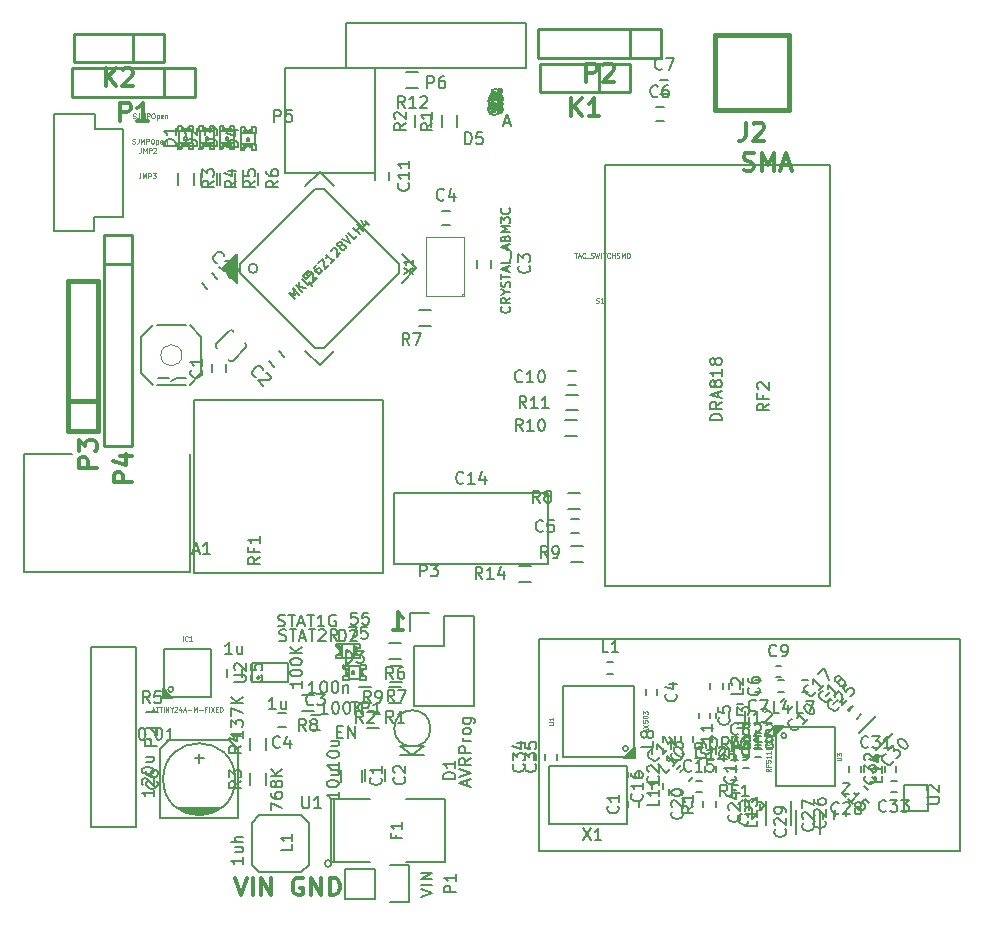
<source format=gbr>
G04 #@! TF.FileFunction,Legend,Top*
%FSLAX46Y46*%
G04 Gerber Fmt 4.6, Leading zero omitted, Abs format (unit mm)*
G04 Created by KiCad (PCBNEW (after 2015-may-01 BZR unknown)-product) date Tue 12 May 2015 01:07:24 EDT*
%MOMM*%
G01*
G04 APERTURE LIST*
%ADD10C,0.100000*%
%ADD11C,0.200000*%
%ADD12C,0.300000*%
%ADD13C,0.150000*%
%ADD14C,0.203200*%
%ADD15C,0.254000*%
%ADD16C,0.381000*%
%ADD17C,0.200660*%
%ADD18C,0.099060*%
%ADD19C,0.127000*%
%ADD20C,0.101600*%
%ADD21C,0.149860*%
%ADD22C,0.198120*%
%ADD23C,0.088900*%
%ADD24C,0.304800*%
%ADD25C,0.078740*%
G04 APERTURE END LIST*
D10*
D11*
X109054508Y-48000000D02*
G75*
G03X109054508Y-48000000I-279508J0D01*
G01*
X108975000Y-46450000D02*
G75*
G03X108975000Y-46450000I-200000J0D01*
G01*
X108623607Y-46475000D02*
G75*
G03X108623607Y-46475000I-223607J0D01*
G01*
X108425000Y-46675000D02*
G75*
G03X108425000Y-46675000I-200000J0D01*
G01*
X108450000Y-47775000D02*
G75*
G03X108450000Y-47775000I-250000J0D01*
G01*
X108643198Y-47475000D02*
G75*
G03X108643198Y-47475000I-318198J0D01*
G01*
X108794121Y-47500000D02*
G75*
G03X108794121Y-47500000I-369121J0D01*
G01*
X108450000Y-47950000D02*
G75*
G03X108450000Y-47950000I-325000J0D01*
G01*
X108805330Y-47950000D02*
G75*
G03X108805330Y-47950000I-530330J0D01*
G01*
X109059439Y-47125000D02*
G75*
G03X109059439Y-47125000I-534439J0D01*
G01*
X109015388Y-47550000D02*
G75*
G03X109015388Y-47550000I-515388J0D01*
G01*
X108942663Y-47275000D02*
G75*
G03X108942663Y-47275000I-592663J0D01*
G01*
X108925595Y-47325000D02*
G75*
G03X108925595Y-47325000I-525595J0D01*
G01*
X108978887Y-47350000D02*
G75*
G03X108978887Y-47350000I-403887J0D01*
G01*
D12*
X99721428Y-92078571D02*
X100578571Y-92078571D01*
X100149999Y-92078571D02*
X100149999Y-90578571D01*
X100292856Y-90792857D01*
X100435714Y-90935714D01*
X100578571Y-91007143D01*
X86350000Y-113028571D02*
X86850000Y-114528571D01*
X87350000Y-113028571D01*
X87850000Y-114528571D02*
X87850000Y-113028571D01*
X88564286Y-114528571D02*
X88564286Y-113028571D01*
X89421429Y-114528571D01*
X89421429Y-113028571D01*
X92064286Y-113100000D02*
X91921429Y-113028571D01*
X91707143Y-113028571D01*
X91492858Y-113100000D01*
X91350000Y-113242857D01*
X91278572Y-113385714D01*
X91207143Y-113671429D01*
X91207143Y-113885714D01*
X91278572Y-114171429D01*
X91350000Y-114314286D01*
X91492858Y-114457143D01*
X91707143Y-114528571D01*
X91850000Y-114528571D01*
X92064286Y-114457143D01*
X92135715Y-114385714D01*
X92135715Y-113885714D01*
X91850000Y-113885714D01*
X92778572Y-114528571D02*
X92778572Y-113028571D01*
X93635715Y-114528571D01*
X93635715Y-113028571D01*
X94350001Y-114528571D02*
X94350001Y-113028571D01*
X94707144Y-113028571D01*
X94921429Y-113100000D01*
X95064287Y-113242857D01*
X95135715Y-113385714D01*
X95207144Y-113671429D01*
X95207144Y-113885714D01*
X95135715Y-114171429D01*
X95064287Y-114314286D01*
X94921429Y-114457143D01*
X94707144Y-114528571D01*
X94350001Y-114528571D01*
D13*
X82500000Y-77175000D02*
X82500000Y-87175000D01*
X82500000Y-87175000D02*
X68500000Y-87175000D01*
X68500000Y-87175000D02*
X68500000Y-77175000D01*
X68500000Y-77175000D02*
X72500000Y-77175000D01*
X84400000Y-70250000D02*
X84400000Y-69550000D01*
X85600000Y-69550000D02*
X85600000Y-70250000D01*
X89673223Y-69821751D02*
X89178249Y-69326777D01*
X90026777Y-68478249D02*
X90521751Y-68973223D01*
X106850000Y-61450000D02*
X106850000Y-60750000D01*
X108050000Y-60750000D02*
X108050000Y-61450000D01*
X103850000Y-56550000D02*
X104550000Y-56550000D01*
X104550000Y-57750000D02*
X103850000Y-57750000D01*
X114750000Y-82650000D02*
X115450000Y-82650000D01*
X115450000Y-83850000D02*
X114750000Y-83850000D01*
X121950000Y-47800000D02*
X122650000Y-47800000D01*
X122650000Y-49000000D02*
X121950000Y-49000000D01*
X122300000Y-45500000D02*
X123000000Y-45500000D01*
X123000000Y-46700000D02*
X122300000Y-46700000D01*
X114550000Y-70100000D02*
X115250000Y-70100000D01*
X115250000Y-71300000D02*
X114550000Y-71300000D01*
X82449720Y-50847840D02*
X82774840Y-50847840D01*
X82774840Y-50847840D02*
X82774840Y-51348220D01*
X82449720Y-51348220D02*
X82774840Y-51348220D01*
X82449720Y-50847840D02*
X82449720Y-51348220D01*
X81827420Y-50847840D02*
X81977280Y-50847840D01*
X81977280Y-50847840D02*
X81977280Y-51099300D01*
X81827420Y-51099300D02*
X81977280Y-51099300D01*
X81827420Y-50847840D02*
X81827420Y-51099300D01*
X82322720Y-50847840D02*
X82472580Y-50847840D01*
X82472580Y-50847840D02*
X82472580Y-51099300D01*
X82322720Y-51099300D02*
X82472580Y-51099300D01*
X82322720Y-50847840D02*
X82322720Y-51099300D01*
X81951880Y-50847840D02*
X82348120Y-50847840D01*
X82348120Y-50847840D02*
X82348120Y-51023100D01*
X81951880Y-51023100D02*
X82348120Y-51023100D01*
X81951880Y-50847840D02*
X81951880Y-51023100D01*
X82449720Y-49351780D02*
X82774840Y-49351780D01*
X82774840Y-49351780D02*
X82774840Y-49852160D01*
X82449720Y-49852160D02*
X82774840Y-49852160D01*
X82449720Y-49351780D02*
X82449720Y-49852160D01*
X81525160Y-49351780D02*
X81850280Y-49351780D01*
X81850280Y-49351780D02*
X81850280Y-49852160D01*
X81525160Y-49852160D02*
X81850280Y-49852160D01*
X81525160Y-49351780D02*
X81525160Y-49852160D01*
X82322720Y-49600700D02*
X82472580Y-49600700D01*
X82472580Y-49600700D02*
X82472580Y-49852160D01*
X82322720Y-49852160D02*
X82472580Y-49852160D01*
X82322720Y-49600700D02*
X82322720Y-49852160D01*
X81827420Y-49600700D02*
X81977280Y-49600700D01*
X81977280Y-49600700D02*
X81977280Y-49852160D01*
X81827420Y-49852160D02*
X81977280Y-49852160D01*
X81827420Y-49600700D02*
X81827420Y-49852160D01*
X81951880Y-49676900D02*
X82348120Y-49676900D01*
X82348120Y-49676900D02*
X82348120Y-49852160D01*
X81951880Y-49852160D02*
X82348120Y-49852160D01*
X81951880Y-49676900D02*
X81951880Y-49852160D01*
X82050940Y-50350000D02*
X82249060Y-50350000D01*
X82249060Y-50350000D02*
X82249060Y-50548120D01*
X82050940Y-50548120D02*
X82249060Y-50548120D01*
X82050940Y-50350000D02*
X82050940Y-50548120D01*
X81550560Y-50847840D02*
X81850280Y-50847840D01*
X81850280Y-50847840D02*
X81850280Y-51147560D01*
X81550560Y-51147560D02*
X81850280Y-51147560D01*
X81550560Y-50847840D02*
X81550560Y-51147560D01*
X81525160Y-51274560D02*
X81751220Y-51274560D01*
X81751220Y-51274560D02*
X81751220Y-51348220D01*
X81525160Y-51348220D02*
X81751220Y-51348220D01*
X81525160Y-51274560D02*
X81525160Y-51348220D01*
X82724040Y-50873240D02*
X82724040Y-49826760D01*
X81575960Y-49852160D02*
X81575960Y-51274560D01*
X81772262Y-51198360D02*
G75*
G03X81772262Y-51198360I-71842J0D01*
G01*
X81802020Y-51348220D02*
G75*
G02X82497980Y-51348220I347980J0D01*
G01*
X82497980Y-49351780D02*
G75*
G02X81802020Y-49351780I-347980J0D01*
G01*
X84249720Y-50847840D02*
X84574840Y-50847840D01*
X84574840Y-50847840D02*
X84574840Y-51348220D01*
X84249720Y-51348220D02*
X84574840Y-51348220D01*
X84249720Y-50847840D02*
X84249720Y-51348220D01*
X83627420Y-50847840D02*
X83777280Y-50847840D01*
X83777280Y-50847840D02*
X83777280Y-51099300D01*
X83627420Y-51099300D02*
X83777280Y-51099300D01*
X83627420Y-50847840D02*
X83627420Y-51099300D01*
X84122720Y-50847840D02*
X84272580Y-50847840D01*
X84272580Y-50847840D02*
X84272580Y-51099300D01*
X84122720Y-51099300D02*
X84272580Y-51099300D01*
X84122720Y-50847840D02*
X84122720Y-51099300D01*
X83751880Y-50847840D02*
X84148120Y-50847840D01*
X84148120Y-50847840D02*
X84148120Y-51023100D01*
X83751880Y-51023100D02*
X84148120Y-51023100D01*
X83751880Y-50847840D02*
X83751880Y-51023100D01*
X84249720Y-49351780D02*
X84574840Y-49351780D01*
X84574840Y-49351780D02*
X84574840Y-49852160D01*
X84249720Y-49852160D02*
X84574840Y-49852160D01*
X84249720Y-49351780D02*
X84249720Y-49852160D01*
X83325160Y-49351780D02*
X83650280Y-49351780D01*
X83650280Y-49351780D02*
X83650280Y-49852160D01*
X83325160Y-49852160D02*
X83650280Y-49852160D01*
X83325160Y-49351780D02*
X83325160Y-49852160D01*
X84122720Y-49600700D02*
X84272580Y-49600700D01*
X84272580Y-49600700D02*
X84272580Y-49852160D01*
X84122720Y-49852160D02*
X84272580Y-49852160D01*
X84122720Y-49600700D02*
X84122720Y-49852160D01*
X83627420Y-49600700D02*
X83777280Y-49600700D01*
X83777280Y-49600700D02*
X83777280Y-49852160D01*
X83627420Y-49852160D02*
X83777280Y-49852160D01*
X83627420Y-49600700D02*
X83627420Y-49852160D01*
X83751880Y-49676900D02*
X84148120Y-49676900D01*
X84148120Y-49676900D02*
X84148120Y-49852160D01*
X83751880Y-49852160D02*
X84148120Y-49852160D01*
X83751880Y-49676900D02*
X83751880Y-49852160D01*
X83850940Y-50350000D02*
X84049060Y-50350000D01*
X84049060Y-50350000D02*
X84049060Y-50548120D01*
X83850940Y-50548120D02*
X84049060Y-50548120D01*
X83850940Y-50350000D02*
X83850940Y-50548120D01*
X83350560Y-50847840D02*
X83650280Y-50847840D01*
X83650280Y-50847840D02*
X83650280Y-51147560D01*
X83350560Y-51147560D02*
X83650280Y-51147560D01*
X83350560Y-50847840D02*
X83350560Y-51147560D01*
X83325160Y-51274560D02*
X83551220Y-51274560D01*
X83551220Y-51274560D02*
X83551220Y-51348220D01*
X83325160Y-51348220D02*
X83551220Y-51348220D01*
X83325160Y-51274560D02*
X83325160Y-51348220D01*
X84524040Y-50873240D02*
X84524040Y-49826760D01*
X83375960Y-49852160D02*
X83375960Y-51274560D01*
X83572262Y-51198360D02*
G75*
G03X83572262Y-51198360I-71842J0D01*
G01*
X83602020Y-51348220D02*
G75*
G02X84297980Y-51348220I347980J0D01*
G01*
X84297980Y-49351780D02*
G75*
G02X83602020Y-49351780I-347980J0D01*
G01*
X85949720Y-50847840D02*
X86274840Y-50847840D01*
X86274840Y-50847840D02*
X86274840Y-51348220D01*
X85949720Y-51348220D02*
X86274840Y-51348220D01*
X85949720Y-50847840D02*
X85949720Y-51348220D01*
X85327420Y-50847840D02*
X85477280Y-50847840D01*
X85477280Y-50847840D02*
X85477280Y-51099300D01*
X85327420Y-51099300D02*
X85477280Y-51099300D01*
X85327420Y-50847840D02*
X85327420Y-51099300D01*
X85822720Y-50847840D02*
X85972580Y-50847840D01*
X85972580Y-50847840D02*
X85972580Y-51099300D01*
X85822720Y-51099300D02*
X85972580Y-51099300D01*
X85822720Y-50847840D02*
X85822720Y-51099300D01*
X85451880Y-50847840D02*
X85848120Y-50847840D01*
X85848120Y-50847840D02*
X85848120Y-51023100D01*
X85451880Y-51023100D02*
X85848120Y-51023100D01*
X85451880Y-50847840D02*
X85451880Y-51023100D01*
X85949720Y-49351780D02*
X86274840Y-49351780D01*
X86274840Y-49351780D02*
X86274840Y-49852160D01*
X85949720Y-49852160D02*
X86274840Y-49852160D01*
X85949720Y-49351780D02*
X85949720Y-49852160D01*
X85025160Y-49351780D02*
X85350280Y-49351780D01*
X85350280Y-49351780D02*
X85350280Y-49852160D01*
X85025160Y-49852160D02*
X85350280Y-49852160D01*
X85025160Y-49351780D02*
X85025160Y-49852160D01*
X85822720Y-49600700D02*
X85972580Y-49600700D01*
X85972580Y-49600700D02*
X85972580Y-49852160D01*
X85822720Y-49852160D02*
X85972580Y-49852160D01*
X85822720Y-49600700D02*
X85822720Y-49852160D01*
X85327420Y-49600700D02*
X85477280Y-49600700D01*
X85477280Y-49600700D02*
X85477280Y-49852160D01*
X85327420Y-49852160D02*
X85477280Y-49852160D01*
X85327420Y-49600700D02*
X85327420Y-49852160D01*
X85451880Y-49676900D02*
X85848120Y-49676900D01*
X85848120Y-49676900D02*
X85848120Y-49852160D01*
X85451880Y-49852160D02*
X85848120Y-49852160D01*
X85451880Y-49676900D02*
X85451880Y-49852160D01*
X85550940Y-50350000D02*
X85749060Y-50350000D01*
X85749060Y-50350000D02*
X85749060Y-50548120D01*
X85550940Y-50548120D02*
X85749060Y-50548120D01*
X85550940Y-50350000D02*
X85550940Y-50548120D01*
X85050560Y-50847840D02*
X85350280Y-50847840D01*
X85350280Y-50847840D02*
X85350280Y-51147560D01*
X85050560Y-51147560D02*
X85350280Y-51147560D01*
X85050560Y-50847840D02*
X85050560Y-51147560D01*
X85025160Y-51274560D02*
X85251220Y-51274560D01*
X85251220Y-51274560D02*
X85251220Y-51348220D01*
X85025160Y-51348220D02*
X85251220Y-51348220D01*
X85025160Y-51274560D02*
X85025160Y-51348220D01*
X86224040Y-50873240D02*
X86224040Y-49826760D01*
X85075960Y-49852160D02*
X85075960Y-51274560D01*
X85272262Y-51198360D02*
G75*
G03X85272262Y-51198360I-71842J0D01*
G01*
X85302020Y-51348220D02*
G75*
G02X85997980Y-51348220I347980J0D01*
G01*
X85997980Y-49351780D02*
G75*
G02X85302020Y-49351780I-347980J0D01*
G01*
X87749720Y-50947840D02*
X88074840Y-50947840D01*
X88074840Y-50947840D02*
X88074840Y-51448220D01*
X87749720Y-51448220D02*
X88074840Y-51448220D01*
X87749720Y-50947840D02*
X87749720Y-51448220D01*
X87127420Y-50947840D02*
X87277280Y-50947840D01*
X87277280Y-50947840D02*
X87277280Y-51199300D01*
X87127420Y-51199300D02*
X87277280Y-51199300D01*
X87127420Y-50947840D02*
X87127420Y-51199300D01*
X87622720Y-50947840D02*
X87772580Y-50947840D01*
X87772580Y-50947840D02*
X87772580Y-51199300D01*
X87622720Y-51199300D02*
X87772580Y-51199300D01*
X87622720Y-50947840D02*
X87622720Y-51199300D01*
X87251880Y-50947840D02*
X87648120Y-50947840D01*
X87648120Y-50947840D02*
X87648120Y-51123100D01*
X87251880Y-51123100D02*
X87648120Y-51123100D01*
X87251880Y-50947840D02*
X87251880Y-51123100D01*
X87749720Y-49451780D02*
X88074840Y-49451780D01*
X88074840Y-49451780D02*
X88074840Y-49952160D01*
X87749720Y-49952160D02*
X88074840Y-49952160D01*
X87749720Y-49451780D02*
X87749720Y-49952160D01*
X86825160Y-49451780D02*
X87150280Y-49451780D01*
X87150280Y-49451780D02*
X87150280Y-49952160D01*
X86825160Y-49952160D02*
X87150280Y-49952160D01*
X86825160Y-49451780D02*
X86825160Y-49952160D01*
X87622720Y-49700700D02*
X87772580Y-49700700D01*
X87772580Y-49700700D02*
X87772580Y-49952160D01*
X87622720Y-49952160D02*
X87772580Y-49952160D01*
X87622720Y-49700700D02*
X87622720Y-49952160D01*
X87127420Y-49700700D02*
X87277280Y-49700700D01*
X87277280Y-49700700D02*
X87277280Y-49952160D01*
X87127420Y-49952160D02*
X87277280Y-49952160D01*
X87127420Y-49700700D02*
X87127420Y-49952160D01*
X87251880Y-49776900D02*
X87648120Y-49776900D01*
X87648120Y-49776900D02*
X87648120Y-49952160D01*
X87251880Y-49952160D02*
X87648120Y-49952160D01*
X87251880Y-49776900D02*
X87251880Y-49952160D01*
X87350940Y-50450000D02*
X87549060Y-50450000D01*
X87549060Y-50450000D02*
X87549060Y-50648120D01*
X87350940Y-50648120D02*
X87549060Y-50648120D01*
X87350940Y-50450000D02*
X87350940Y-50648120D01*
X86850560Y-50947840D02*
X87150280Y-50947840D01*
X87150280Y-50947840D02*
X87150280Y-51247560D01*
X86850560Y-51247560D02*
X87150280Y-51247560D01*
X86850560Y-50947840D02*
X86850560Y-51247560D01*
X86825160Y-51374560D02*
X87051220Y-51374560D01*
X87051220Y-51374560D02*
X87051220Y-51448220D01*
X86825160Y-51448220D02*
X87051220Y-51448220D01*
X86825160Y-51374560D02*
X86825160Y-51448220D01*
X88024040Y-50973240D02*
X88024040Y-49926760D01*
X86875960Y-49952160D02*
X86875960Y-51374560D01*
X87072262Y-51298360D02*
G75*
G03X87072262Y-51298360I-71842J0D01*
G01*
X87102020Y-51448220D02*
G75*
G02X87797980Y-51448220I347980J0D01*
G01*
X87797980Y-49451780D02*
G75*
G02X87102020Y-49451780I-347980J0D01*
G01*
X108074000Y-47300000D02*
X108836000Y-48316000D01*
X108074000Y-47300000D02*
X108836000Y-46284000D01*
X108074000Y-46284000D02*
X108074000Y-48316000D01*
X108836000Y-46284000D02*
X108836000Y-48316000D01*
D14*
X84730192Y-67858112D02*
X85858112Y-66730192D01*
X87269808Y-68141888D02*
X86141888Y-69269808D01*
X85789862Y-69201558D02*
G75*
G03X86141888Y-69269808I210138J141888D01*
G01*
X87271604Y-68140092D02*
G75*
G03X87199762Y-67788066I-211934J140092D01*
G01*
X86210138Y-66798442D02*
G75*
G03X85858112Y-66730192I-210138J-141888D01*
G01*
X84728396Y-67859908D02*
G75*
G03X84800238Y-68211934I211934J-140092D01*
G01*
D15*
X117150000Y-46550000D02*
X117150000Y-44150000D01*
X119550000Y-44150000D02*
X112150000Y-44150000D01*
X112150000Y-44150000D02*
X112150000Y-46350000D01*
X112150000Y-46350000D02*
X112150000Y-46550000D01*
X112150000Y-46550000D02*
X119750000Y-46550000D01*
X119750000Y-46550000D02*
X119750000Y-44150000D01*
X119750000Y-44150000D02*
X119550000Y-44150000D01*
X77700000Y-44000000D02*
X77700000Y-41600000D01*
X80100000Y-41600000D02*
X72700000Y-41600000D01*
X72700000Y-41600000D02*
X72700000Y-43800000D01*
X72700000Y-43800000D02*
X72700000Y-44000000D01*
X72700000Y-44000000D02*
X80300000Y-44000000D01*
X80300000Y-44000000D02*
X80300000Y-41600000D01*
X80300000Y-41600000D02*
X80100000Y-41600000D01*
X72550000Y-46900000D02*
X82950000Y-46900000D01*
X82950000Y-44500000D02*
X72550000Y-44500000D01*
X82950000Y-46900000D02*
X82950000Y-44500000D01*
X80350000Y-44500000D02*
X80350000Y-46900000D01*
X72550000Y-46900000D02*
X72550000Y-44500000D01*
X112000000Y-43600000D02*
X122400000Y-43600000D01*
X122400000Y-41200000D02*
X112000000Y-41200000D01*
X122400000Y-43600000D02*
X122400000Y-41200000D01*
X119800000Y-41200000D02*
X119800000Y-43600000D01*
X112000000Y-43600000D02*
X112000000Y-41200000D01*
D16*
X72180000Y-72690000D02*
X74720000Y-72690000D01*
X74720000Y-62550000D02*
X74720000Y-75250000D01*
X74720000Y-75250000D02*
X72180000Y-75250000D01*
X72180000Y-75250000D02*
X72180000Y-62550000D01*
X72180000Y-62550000D02*
X74720000Y-62550000D01*
D15*
X77650000Y-61050000D02*
X75250000Y-61050000D01*
X77650000Y-58650000D02*
X75250000Y-58650000D01*
X75250000Y-58650000D02*
X75250000Y-76450000D01*
X75250000Y-76450000D02*
X77650000Y-76450000D01*
X77650000Y-76450000D02*
X77650000Y-58650000D01*
D13*
X90560000Y-44470000D02*
X98180000Y-44470000D01*
X98180000Y-44470000D02*
X98180000Y-53360000D01*
X98180000Y-53360000D02*
X90560000Y-53360000D01*
X90560000Y-53360000D02*
X90560000Y-44470000D01*
X105175000Y-48500000D02*
X105175000Y-49500000D01*
X103825000Y-49500000D02*
X103825000Y-48500000D01*
X102925000Y-48500000D02*
X102925000Y-49500000D01*
X101575000Y-49500000D02*
X101575000Y-48500000D01*
X81525000Y-54350000D02*
X81525000Y-53350000D01*
X82875000Y-53350000D02*
X82875000Y-54350000D01*
X83425000Y-54350000D02*
X83425000Y-53350000D01*
X84775000Y-53350000D02*
X84775000Y-54350000D01*
X85025000Y-54350000D02*
X85025000Y-53350000D01*
X86375000Y-53350000D02*
X86375000Y-54350000D01*
X86975000Y-54350000D02*
X86975000Y-53350000D01*
X88325000Y-53350000D02*
X88325000Y-54350000D01*
X102950000Y-66325000D02*
X101950000Y-66325000D01*
X101950000Y-64975000D02*
X102950000Y-64975000D01*
X115550000Y-81825000D02*
X114550000Y-81825000D01*
X114550000Y-80475000D02*
X115550000Y-80475000D01*
X114800000Y-84925000D02*
X115800000Y-84925000D01*
X115800000Y-86275000D02*
X114800000Y-86275000D01*
X115300000Y-75625000D02*
X114300000Y-75625000D01*
X114300000Y-74275000D02*
X115300000Y-74275000D01*
X115350000Y-73475000D02*
X114350000Y-73475000D01*
X114350000Y-72125000D02*
X115350000Y-72125000D01*
X136700000Y-88300000D02*
X117700000Y-88300000D01*
X117700000Y-88300000D02*
X117700000Y-52700000D01*
X117700000Y-52700000D02*
X136700000Y-52700000D01*
X136700000Y-52700000D02*
X136700000Y-88300000D01*
D17*
X70975740Y-48373740D02*
X70975740Y-58274660D01*
X70975740Y-58274660D02*
X74374260Y-58274660D01*
X74374260Y-58274660D02*
X74374260Y-57075780D01*
X74374260Y-57075780D02*
X76876160Y-57075780D01*
X76876160Y-57075780D02*
X76876160Y-49674220D01*
X76876160Y-49674220D02*
X74475860Y-49674220D01*
X74475860Y-49674220D02*
X74475860Y-48373740D01*
X74475860Y-48373740D02*
X70975740Y-48373740D01*
D18*
X105549540Y-63799360D02*
X105549540Y-63601240D01*
X105549540Y-63601240D02*
X105750200Y-63601240D01*
X105750200Y-63799360D02*
X105750200Y-58800640D01*
X105750200Y-58800640D02*
X102549800Y-58800640D01*
X102549800Y-58800640D02*
X102549800Y-63799360D01*
X102549800Y-63799360D02*
X105750200Y-63799360D01*
D16*
X126950400Y-41700400D02*
X133249600Y-41700400D01*
X133249600Y-41700400D02*
X133249600Y-47999600D01*
X133249600Y-47999600D02*
X126950400Y-47999600D01*
X126950400Y-47999600D02*
X126950400Y-41700400D01*
D13*
X100850000Y-44825000D02*
X101850000Y-44825000D01*
X101850000Y-46175000D02*
X100850000Y-46175000D01*
X82900000Y-87200000D02*
X98900000Y-87200000D01*
X98900000Y-87200000D02*
X98900000Y-72600000D01*
X98900000Y-72600000D02*
X82900000Y-72600000D01*
X82900000Y-72600000D02*
X82900000Y-87200000D01*
D14*
X78410000Y-67260760D02*
X79410760Y-66260000D01*
X79710480Y-66260000D02*
X82220000Y-66260000D01*
X82489240Y-66260000D02*
X83490000Y-67260760D01*
X83490000Y-67260760D02*
X83490000Y-70339240D01*
X83490000Y-70339240D02*
X82489240Y-71340000D01*
X82189520Y-71340000D02*
X79710480Y-71340000D01*
X79410760Y-71340000D02*
X78410000Y-70339240D01*
X78410000Y-70339240D02*
X78410000Y-67260760D01*
D19*
X82220000Y-70705000D02*
X81394500Y-70705000D01*
X81394500Y-70705000D02*
X80942380Y-70959000D01*
X80721400Y-70705000D02*
X79837480Y-70705000D01*
D20*
X81848026Y-68800000D02*
G75*
G03X81848026Y-68800000I-898026J0D01*
G01*
D13*
X99350000Y-53250000D02*
X99350000Y-53950000D01*
X98150000Y-53950000D02*
X98150000Y-53250000D01*
X84351777Y-61828249D02*
X84846751Y-62323223D01*
X83998223Y-63171751D02*
X83503249Y-62676777D01*
D21*
X85369276Y-61379954D02*
X85369276Y-61520046D01*
X85511164Y-61661934D02*
X85511164Y-61238066D01*
X85651256Y-61097974D02*
X85651256Y-61802026D01*
X85793144Y-61943914D02*
X85793144Y-60956086D01*
X85935032Y-60814198D02*
X85935032Y-62085802D01*
X86076920Y-62227690D02*
X86076920Y-60672310D01*
X86217012Y-60532218D02*
X86217012Y-62367782D01*
X86358900Y-62509670D02*
X86358900Y-60390330D01*
X86500788Y-62651558D02*
X85299230Y-61450000D01*
X85299230Y-61450000D02*
X86500788Y-60248442D01*
X86500788Y-60248442D02*
X86500788Y-62651558D01*
X94701558Y-68449212D02*
X93500000Y-69650770D01*
X93500000Y-69650770D02*
X92298442Y-68449212D01*
X100499212Y-60248442D02*
X101700770Y-61450000D01*
X101700770Y-61450000D02*
X100499212Y-62651558D01*
X92298442Y-54450788D02*
X93500000Y-53249230D01*
X93500000Y-53249230D02*
X94701558Y-54450788D01*
D19*
X93140790Y-68167232D02*
X86782768Y-61809210D01*
X93859210Y-68167232D02*
X100217232Y-61809210D01*
X93859210Y-54732768D02*
X100217232Y-61090790D01*
X86782768Y-61090790D02*
X93140790Y-54732768D01*
X88241399Y-61450000D02*
G75*
G03X88241399Y-61450000I-381000J0D01*
G01*
X86782768Y-61809210D02*
X86782768Y-61090790D01*
X93859210Y-68167232D02*
X93140790Y-68167232D01*
X100217232Y-61090790D02*
X100217232Y-61809210D01*
X93140790Y-54732768D02*
X93859210Y-54732768D01*
D13*
X99825000Y-80475000D02*
X112825000Y-80475000D01*
X112825000Y-80475000D02*
X112825000Y-86475000D01*
X112825000Y-86475000D02*
X99825000Y-86475000D01*
X99825000Y-86475000D02*
X99825000Y-80475000D01*
X110400000Y-86675000D02*
X111400000Y-86675000D01*
X111400000Y-88025000D02*
X110400000Y-88025000D01*
X110990000Y-40660000D02*
X110990000Y-44470000D01*
X110990000Y-44470000D02*
X95750000Y-44470000D01*
X95750000Y-44470000D02*
X95750000Y-40660000D01*
X95750000Y-40660000D02*
X110990000Y-40660000D01*
X74170000Y-93490000D02*
X77980000Y-93490000D01*
X77980000Y-93490000D02*
X77980000Y-108730000D01*
X77980000Y-108730000D02*
X74170000Y-108730000D01*
X74170000Y-108730000D02*
X74170000Y-93490000D01*
X92800000Y-99300000D02*
X93500000Y-99300000D01*
X93500000Y-100500000D02*
X92800000Y-100500000D01*
X90650000Y-100300000D02*
X89950000Y-100300000D01*
X89950000Y-99100000D02*
X90650000Y-99100000D01*
X86900000Y-95350000D02*
X86900000Y-96050000D01*
X85700000Y-96050000D02*
X85700000Y-95350000D01*
X82538000Y-107621000D02*
X84062000Y-107621000D01*
X84443000Y-107494000D02*
X82157000Y-107494000D01*
X81903000Y-107367000D02*
X84697000Y-107367000D01*
X84951000Y-107240000D02*
X81649000Y-107240000D01*
X81522000Y-107113000D02*
X85078000Y-107113000D01*
X86348000Y-104700000D02*
G75*
G03X86348000Y-104700000I-3048000J0D01*
G01*
X79998000Y-108002000D02*
X86602000Y-108002000D01*
X86602000Y-108002000D02*
X86602000Y-102160000D01*
X86602000Y-102160000D02*
X85840000Y-101398000D01*
X85840000Y-101398000D02*
X80760000Y-101398000D01*
X80760000Y-101398000D02*
X79998000Y-102160000D01*
X79998000Y-102160000D02*
X79998000Y-108002000D01*
X83300000Y-102541000D02*
X83300000Y-103303000D01*
X82919000Y-102922000D02*
X83681000Y-102922000D01*
X95402160Y-94149720D02*
X95402160Y-94474840D01*
X95402160Y-94474840D02*
X94901780Y-94474840D01*
X94901780Y-94149720D02*
X94901780Y-94474840D01*
X95402160Y-94149720D02*
X94901780Y-94149720D01*
X95402160Y-93527420D02*
X95402160Y-93677280D01*
X95402160Y-93677280D02*
X95150700Y-93677280D01*
X95150700Y-93527420D02*
X95150700Y-93677280D01*
X95402160Y-93527420D02*
X95150700Y-93527420D01*
X95402160Y-94022720D02*
X95402160Y-94172580D01*
X95402160Y-94172580D02*
X95150700Y-94172580D01*
X95150700Y-94022720D02*
X95150700Y-94172580D01*
X95402160Y-94022720D02*
X95150700Y-94022720D01*
X95402160Y-93651880D02*
X95402160Y-94048120D01*
X95402160Y-94048120D02*
X95226900Y-94048120D01*
X95226900Y-93651880D02*
X95226900Y-94048120D01*
X95402160Y-93651880D02*
X95226900Y-93651880D01*
X96898220Y-94149720D02*
X96898220Y-94474840D01*
X96898220Y-94474840D02*
X96397840Y-94474840D01*
X96397840Y-94149720D02*
X96397840Y-94474840D01*
X96898220Y-94149720D02*
X96397840Y-94149720D01*
X96898220Y-93225160D02*
X96898220Y-93550280D01*
X96898220Y-93550280D02*
X96397840Y-93550280D01*
X96397840Y-93225160D02*
X96397840Y-93550280D01*
X96898220Y-93225160D02*
X96397840Y-93225160D01*
X96649300Y-94022720D02*
X96649300Y-94172580D01*
X96649300Y-94172580D02*
X96397840Y-94172580D01*
X96397840Y-94022720D02*
X96397840Y-94172580D01*
X96649300Y-94022720D02*
X96397840Y-94022720D01*
X96649300Y-93527420D02*
X96649300Y-93677280D01*
X96649300Y-93677280D02*
X96397840Y-93677280D01*
X96397840Y-93527420D02*
X96397840Y-93677280D01*
X96649300Y-93527420D02*
X96397840Y-93527420D01*
X96573100Y-93651880D02*
X96573100Y-94048120D01*
X96573100Y-94048120D02*
X96397840Y-94048120D01*
X96397840Y-93651880D02*
X96397840Y-94048120D01*
X96573100Y-93651880D02*
X96397840Y-93651880D01*
X95900000Y-93750940D02*
X95900000Y-93949060D01*
X95900000Y-93949060D02*
X95701880Y-93949060D01*
X95701880Y-93750940D02*
X95701880Y-93949060D01*
X95900000Y-93750940D02*
X95701880Y-93750940D01*
X95402160Y-93250560D02*
X95402160Y-93550280D01*
X95402160Y-93550280D02*
X95102440Y-93550280D01*
X95102440Y-93250560D02*
X95102440Y-93550280D01*
X95402160Y-93250560D02*
X95102440Y-93250560D01*
X94975440Y-93225160D02*
X94975440Y-93451220D01*
X94975440Y-93451220D02*
X94901780Y-93451220D01*
X94901780Y-93225160D02*
X94901780Y-93451220D01*
X94975440Y-93225160D02*
X94901780Y-93225160D01*
X95376760Y-94424040D02*
X96423240Y-94424040D01*
X96397840Y-93275960D02*
X94975440Y-93275960D01*
X95123482Y-93400420D02*
G75*
G03X95123482Y-93400420I-71842J0D01*
G01*
X94901780Y-93502020D02*
G75*
G02X94901780Y-94197980I0J-347980D01*
G01*
X96898220Y-94197980D02*
G75*
G02X96898220Y-93502020I0J347980D01*
G01*
X95952160Y-95949720D02*
X95952160Y-96274840D01*
X95952160Y-96274840D02*
X95451780Y-96274840D01*
X95451780Y-95949720D02*
X95451780Y-96274840D01*
X95952160Y-95949720D02*
X95451780Y-95949720D01*
X95952160Y-95327420D02*
X95952160Y-95477280D01*
X95952160Y-95477280D02*
X95700700Y-95477280D01*
X95700700Y-95327420D02*
X95700700Y-95477280D01*
X95952160Y-95327420D02*
X95700700Y-95327420D01*
X95952160Y-95822720D02*
X95952160Y-95972580D01*
X95952160Y-95972580D02*
X95700700Y-95972580D01*
X95700700Y-95822720D02*
X95700700Y-95972580D01*
X95952160Y-95822720D02*
X95700700Y-95822720D01*
X95952160Y-95451880D02*
X95952160Y-95848120D01*
X95952160Y-95848120D02*
X95776900Y-95848120D01*
X95776900Y-95451880D02*
X95776900Y-95848120D01*
X95952160Y-95451880D02*
X95776900Y-95451880D01*
X97448220Y-95949720D02*
X97448220Y-96274840D01*
X97448220Y-96274840D02*
X96947840Y-96274840D01*
X96947840Y-95949720D02*
X96947840Y-96274840D01*
X97448220Y-95949720D02*
X96947840Y-95949720D01*
X97448220Y-95025160D02*
X97448220Y-95350280D01*
X97448220Y-95350280D02*
X96947840Y-95350280D01*
X96947840Y-95025160D02*
X96947840Y-95350280D01*
X97448220Y-95025160D02*
X96947840Y-95025160D01*
X97199300Y-95822720D02*
X97199300Y-95972580D01*
X97199300Y-95972580D02*
X96947840Y-95972580D01*
X96947840Y-95822720D02*
X96947840Y-95972580D01*
X97199300Y-95822720D02*
X96947840Y-95822720D01*
X97199300Y-95327420D02*
X97199300Y-95477280D01*
X97199300Y-95477280D02*
X96947840Y-95477280D01*
X96947840Y-95327420D02*
X96947840Y-95477280D01*
X97199300Y-95327420D02*
X96947840Y-95327420D01*
X97123100Y-95451880D02*
X97123100Y-95848120D01*
X97123100Y-95848120D02*
X96947840Y-95848120D01*
X96947840Y-95451880D02*
X96947840Y-95848120D01*
X97123100Y-95451880D02*
X96947840Y-95451880D01*
X96450000Y-95550940D02*
X96450000Y-95749060D01*
X96450000Y-95749060D02*
X96251880Y-95749060D01*
X96251880Y-95550940D02*
X96251880Y-95749060D01*
X96450000Y-95550940D02*
X96251880Y-95550940D01*
X95952160Y-95050560D02*
X95952160Y-95350280D01*
X95952160Y-95350280D02*
X95652440Y-95350280D01*
X95652440Y-95050560D02*
X95652440Y-95350280D01*
X95952160Y-95050560D02*
X95652440Y-95050560D01*
X95525440Y-95025160D02*
X95525440Y-95251220D01*
X95525440Y-95251220D02*
X95451780Y-95251220D01*
X95451780Y-95025160D02*
X95451780Y-95251220D01*
X95525440Y-95025160D02*
X95451780Y-95025160D01*
X95926760Y-96224040D02*
X96973240Y-96224040D01*
X96947840Y-95075960D02*
X95525440Y-95075960D01*
X95673482Y-95200420D02*
G75*
G03X95673482Y-95200420I-71842J0D01*
G01*
X95451780Y-95302020D02*
G75*
G02X95451780Y-95997980I0J-347980D01*
G01*
X97448220Y-95997980D02*
G75*
G02X97448220Y-95302020I0J347980D01*
G01*
X94503981Y-111844000D02*
G75*
G03X94503981Y-111844000I-283981J0D01*
G01*
X94728000Y-106383000D02*
X94728000Y-111717000D01*
X94474000Y-106383000D02*
X94474000Y-111717000D01*
X97776000Y-111717000D02*
X94474000Y-111717000D01*
X97776000Y-106383000D02*
X94474000Y-106383000D01*
X100824000Y-106383000D02*
X104126000Y-106383000D01*
X104126000Y-106383000D02*
X104126000Y-111717000D01*
X104126000Y-111717000D02*
X100824000Y-111717000D01*
X90150000Y-112563000D02*
X88372000Y-112563000D01*
X88372000Y-112563000D02*
X87737000Y-111928000D01*
X87737000Y-111928000D02*
X87737000Y-108372000D01*
X87737000Y-108372000D02*
X88372000Y-107737000D01*
X88372000Y-107737000D02*
X91928000Y-107737000D01*
X91928000Y-107737000D02*
X92563000Y-108372000D01*
X92563000Y-108372000D02*
X92563000Y-111928000D01*
X92563000Y-111928000D02*
X91928000Y-112563000D01*
X91928000Y-112563000D02*
X90150000Y-112563000D01*
X98230000Y-114820000D02*
X95690000Y-114820000D01*
X101050000Y-115100000D02*
X99500000Y-115100000D01*
X98230000Y-114820000D02*
X98230000Y-112280000D01*
X99500000Y-112000000D02*
X101050000Y-112000000D01*
X101050000Y-112000000D02*
X101050000Y-115100000D01*
X98230000Y-112280000D02*
X95690000Y-112280000D01*
X95690000Y-112280000D02*
X95690000Y-114820000D01*
X101455000Y-93445000D02*
X101455000Y-98525000D01*
X101175000Y-90625000D02*
X102725000Y-90625000D01*
X103995000Y-90905000D02*
X103995000Y-93445000D01*
X103995000Y-93445000D02*
X101455000Y-93445000D01*
X101455000Y-98525000D02*
X106535000Y-98525000D01*
X106535000Y-98525000D02*
X106535000Y-93445000D01*
X101175000Y-90625000D02*
X101175000Y-92175000D01*
X106535000Y-90905000D02*
X103995000Y-90905000D01*
X106535000Y-93445000D02*
X106535000Y-90905000D01*
X99400000Y-96875000D02*
X100400000Y-96875000D01*
X100400000Y-98225000D02*
X99400000Y-98225000D01*
X96850000Y-96875000D02*
X97850000Y-96875000D01*
X97850000Y-98225000D02*
X96850000Y-98225000D01*
X88975000Y-104200000D02*
X88975000Y-105200000D01*
X87625000Y-105200000D02*
X87625000Y-104200000D01*
X88975000Y-101200000D02*
X88975000Y-102200000D01*
X87625000Y-102200000D02*
X87625000Y-101200000D01*
X79800000Y-100375000D02*
X78800000Y-100375000D01*
X78800000Y-99025000D02*
X79800000Y-99025000D01*
X99400000Y-93175000D02*
X100400000Y-93175000D01*
X100400000Y-94525000D02*
X99400000Y-94525000D01*
X99500000Y-95075000D02*
X100500000Y-95075000D01*
X100500000Y-96425000D02*
X99500000Y-96425000D01*
X88441421Y-96100000D02*
G75*
G03X88441421Y-96100000I-141421J0D01*
G01*
X90800000Y-96500000D02*
X90800000Y-94900000D01*
X90800000Y-94900000D02*
X87800000Y-94900000D01*
X87800000Y-94900000D02*
X87800000Y-96500000D01*
X87800000Y-96500000D02*
X90800000Y-96500000D01*
D19*
X80999520Y-97800580D02*
X80199420Y-97000480D01*
X80199420Y-97000480D02*
X80199420Y-97800580D01*
X80199420Y-97800580D02*
X80999520Y-97800580D01*
X80301020Y-97201140D02*
X80798860Y-97698980D01*
X80301020Y-97300200D02*
X80699800Y-97698980D01*
X80699800Y-97698980D02*
X80600740Y-97698980D01*
X80600740Y-97698980D02*
X80301020Y-97399260D01*
X80301020Y-97399260D02*
X80301020Y-97500860D01*
X80301020Y-97500860D02*
X80499140Y-97698980D01*
X80301020Y-97201140D02*
X80301020Y-97399260D01*
X80301020Y-97099540D02*
X80301020Y-97300200D01*
X80301020Y-97698980D02*
X80301020Y-93701020D01*
X80301020Y-93701020D02*
X84298980Y-93701020D01*
X84298980Y-93701020D02*
X84298980Y-97698980D01*
X84298980Y-97698980D02*
X80301020Y-97698980D01*
D22*
X81120572Y-97097000D02*
G75*
G03X81120572Y-97097000I-222652J0D01*
G01*
D13*
X102884547Y-100390000D02*
G75*
G03X102884547Y-100390000I-1534547J0D01*
G01*
X100334000Y-101914000D02*
X102366000Y-101914000D01*
X101350000Y-102676000D02*
X102366000Y-101914000D01*
X100334000Y-101914000D02*
X101350000Y-102676000D01*
X100334000Y-102676000D02*
X102366000Y-102676000D01*
X92000000Y-97575000D02*
X93000000Y-97575000D01*
X93000000Y-98925000D02*
X92000000Y-98925000D01*
X98500000Y-100325000D02*
X97500000Y-100325000D01*
X97500000Y-98975000D02*
X98500000Y-98975000D01*
X97050000Y-104900000D02*
X97050000Y-103900000D01*
X95350000Y-103900000D02*
X95350000Y-104900000D01*
X99050000Y-104850000D02*
X99050000Y-103850000D01*
X97350000Y-103850000D02*
X97350000Y-104850000D01*
X119625000Y-106550000D02*
X119625000Y-107050000D01*
X120575000Y-107050000D02*
X120575000Y-106550000D01*
X120575000Y-104550000D02*
X120575000Y-104050000D01*
X119625000Y-104050000D02*
X119625000Y-104550000D01*
X122575000Y-102550000D02*
X122575000Y-102050000D01*
X121625000Y-102050000D02*
X121625000Y-102550000D01*
X122075000Y-97550000D02*
X122075000Y-97050000D01*
X121125000Y-97050000D02*
X121125000Y-97550000D01*
X126575000Y-99550000D02*
X126575000Y-99050000D01*
X125625000Y-99050000D02*
X125625000Y-99550000D01*
X129075000Y-97050000D02*
X129075000Y-96550000D01*
X128125000Y-96550000D02*
X128125000Y-97050000D01*
X130350000Y-97275000D02*
X130850000Y-97275000D01*
X130850000Y-96325000D02*
X130350000Y-96325000D01*
X128850000Y-99275000D02*
X129350000Y-99275000D01*
X129350000Y-98325000D02*
X128850000Y-98325000D01*
X132600000Y-95075000D02*
X132100000Y-95075000D01*
X132100000Y-96025000D02*
X132600000Y-96025000D01*
X133259099Y-98812652D02*
X133612652Y-98459099D01*
X132940901Y-97787348D02*
X132587348Y-98140901D01*
X125075000Y-101550000D02*
X125075000Y-101050000D01*
X124125000Y-101050000D02*
X124125000Y-101550000D01*
X126350000Y-101275000D02*
X126850000Y-101275000D01*
X126850000Y-100325000D02*
X126350000Y-100325000D01*
X127075000Y-104050000D02*
X127075000Y-103550000D01*
X126125000Y-103550000D02*
X126125000Y-104050000D01*
X123440901Y-102787348D02*
X123087348Y-103140901D01*
X123759099Y-103812652D02*
X124112652Y-103459099D01*
X125850000Y-104825000D02*
X125350000Y-104825000D01*
X125350000Y-105775000D02*
X125850000Y-105775000D01*
X121625000Y-105050000D02*
X121625000Y-105550000D01*
X122575000Y-105550000D02*
X122575000Y-105050000D01*
X136690901Y-97287348D02*
X136337348Y-97640901D01*
X137009099Y-98312652D02*
X137362652Y-97959099D01*
X137940901Y-97787348D02*
X137587348Y-98140901D01*
X138259099Y-98812652D02*
X138612652Y-98459099D01*
X128850000Y-103825000D02*
X128350000Y-103825000D01*
X128350000Y-104775000D02*
X128850000Y-104775000D01*
X125025000Y-106550000D02*
X125025000Y-107050000D01*
X125975000Y-107050000D02*
X125975000Y-106550000D01*
X129850000Y-102825000D02*
X129350000Y-102825000D01*
X129350000Y-103775000D02*
X129850000Y-103775000D01*
X130850000Y-101825000D02*
X130350000Y-101825000D01*
X130350000Y-102775000D02*
X130850000Y-102775000D01*
X128959099Y-106812652D02*
X129312652Y-106459099D01*
X128640901Y-105787348D02*
X128287348Y-106140901D01*
X129875000Y-106800000D02*
X129875000Y-107300000D01*
X130825000Y-107300000D02*
X130825000Y-106800000D01*
X138690901Y-98537348D02*
X138337348Y-98890901D01*
X139009099Y-99562652D02*
X139362652Y-99209099D01*
X137125000Y-107300000D02*
X137125000Y-107800000D01*
X138075000Y-107800000D02*
X138075000Y-107300000D01*
X136125000Y-107550000D02*
X136125000Y-108050000D01*
X137075000Y-108050000D02*
X137075000Y-107550000D01*
X137850000Y-105975000D02*
X138350000Y-105975000D01*
X138350000Y-105025000D02*
X137850000Y-105025000D01*
X140850000Y-102825000D02*
X140350000Y-102825000D01*
X140350000Y-103775000D02*
X140850000Y-103775000D01*
X141375000Y-103550000D02*
X141375000Y-104050000D01*
X142325000Y-104050000D02*
X142325000Y-103550000D01*
X141850000Y-105775000D02*
X142350000Y-105775000D01*
X142350000Y-104825000D02*
X141850000Y-104825000D01*
X118350000Y-94775000D02*
X117850000Y-94775000D01*
X117850000Y-95825000D02*
X118350000Y-95825000D01*
X127625000Y-97050000D02*
X127625000Y-96550000D01*
X126575000Y-96550000D02*
X126575000Y-97050000D01*
X128125000Y-99550000D02*
X128125000Y-99050000D01*
X127075000Y-99050000D02*
X127075000Y-99550000D01*
X132350000Y-97325000D02*
X132850000Y-97325000D01*
X132850000Y-96275000D02*
X132350000Y-96275000D01*
X130850000Y-99825000D02*
X131350000Y-99825000D01*
X131350000Y-98775000D02*
X130850000Y-98775000D01*
X128850000Y-100325000D02*
X129350000Y-100325000D01*
X129350000Y-99275000D02*
X128850000Y-99275000D01*
X134350000Y-97325000D02*
X134850000Y-97325000D01*
X134850000Y-96275000D02*
X134350000Y-96275000D01*
X122575000Y-101050000D02*
X122575000Y-101550000D01*
X123625000Y-101550000D02*
X123625000Y-101050000D01*
X127075000Y-102050000D02*
X127075000Y-102550000D01*
X128125000Y-102550000D02*
X128125000Y-102050000D01*
X124405546Y-103751992D02*
X124051992Y-104105546D01*
X124794454Y-104848008D02*
X125148008Y-104494454D01*
X123075000Y-105550000D02*
X123075000Y-106050000D01*
X124125000Y-106050000D02*
X124125000Y-105550000D01*
X130850000Y-100775000D02*
X130350000Y-100775000D01*
X130350000Y-101825000D02*
X130850000Y-101825000D01*
X139375000Y-104050000D02*
X139375000Y-103550000D01*
X138325000Y-103550000D02*
X138325000Y-104050000D01*
X139551992Y-105244454D02*
X139905546Y-105598008D01*
X140648008Y-104855546D02*
X140294454Y-104501992D01*
X125975000Y-106550000D02*
X125975000Y-107050000D01*
X127025000Y-107050000D02*
X127025000Y-106550000D01*
X147700000Y-92800000D02*
X147700000Y-110800000D01*
X112100000Y-110800000D02*
X112100000Y-92800000D01*
X112100000Y-92800000D02*
X147700000Y-92800000D01*
X147700000Y-110800000D02*
X112100000Y-110800000D01*
D19*
X119299640Y-102898800D02*
X120198800Y-101999640D01*
X120198800Y-101999640D02*
X120198800Y-102898800D01*
X120198800Y-102898800D02*
X119299640Y-102898800D01*
X120099740Y-102200300D02*
X119500300Y-102799740D01*
X119500300Y-102799740D02*
X119599360Y-102799740D01*
X119599360Y-102799740D02*
X120099740Y-102299360D01*
X120099740Y-102299360D02*
X120099740Y-102400960D01*
X120099740Y-102400960D02*
X119700960Y-102799740D01*
X119700960Y-102799740D02*
X119800020Y-102799740D01*
X119800020Y-102799740D02*
X120099740Y-102500020D01*
X120099740Y-102500020D02*
X120099740Y-102599080D01*
X120099740Y-102599080D02*
X119899080Y-102799740D01*
X114100260Y-102799740D02*
X114100260Y-96800260D01*
X114100260Y-96800260D02*
X120099740Y-96800260D01*
X120099740Y-96800260D02*
X120099740Y-102799740D01*
X120099740Y-102799740D02*
X114100260Y-102799740D01*
D17*
X119621352Y-102101240D02*
G75*
G03X119621352Y-102101240I-222652J0D01*
G01*
D19*
X131999420Y-100999520D02*
X132799520Y-100199420D01*
X132799520Y-100199420D02*
X131999420Y-100199420D01*
X131999420Y-100199420D02*
X131999420Y-100999520D01*
X132598860Y-100301020D02*
X132101020Y-100798860D01*
X132499800Y-100301020D02*
X132101020Y-100699800D01*
X132101020Y-100699800D02*
X132101020Y-100600740D01*
X132101020Y-100600740D02*
X132400740Y-100301020D01*
X132400740Y-100301020D02*
X132299140Y-100301020D01*
X132299140Y-100301020D02*
X132101020Y-100499140D01*
X132100000Y-100300000D02*
X137100000Y-100300000D01*
X137100000Y-100300000D02*
X137100000Y-105300000D01*
X137100000Y-105300000D02*
X132100000Y-105300000D01*
X132100000Y-105300000D02*
X132100000Y-100300000D01*
D22*
X133025652Y-100997920D02*
G75*
G03X133025652Y-100997920I-222652J0D01*
G01*
D13*
X133825000Y-107300000D02*
X133825000Y-109300000D01*
X135875000Y-109300000D02*
X135875000Y-107300000D01*
X140617678Y-102231891D02*
X142031891Y-100817678D01*
X140582322Y-99368109D02*
X139168109Y-100782322D01*
X111625000Y-102550000D02*
X111625000Y-103050000D01*
X112575000Y-103050000D02*
X112575000Y-102550000D01*
X112625000Y-102550000D02*
X112625000Y-103050000D01*
X113575000Y-103050000D02*
X113575000Y-102550000D01*
X112900000Y-103600000D02*
X119500000Y-103600000D01*
X119500000Y-103600000D02*
X119500000Y-108500000D01*
X119500000Y-108500000D02*
X112900000Y-108500000D01*
X112900000Y-108500000D02*
X112900000Y-103600000D01*
X133425000Y-106550000D02*
X133425000Y-108550000D01*
X131275000Y-108550000D02*
X131275000Y-106550000D01*
X144900000Y-107400000D02*
X143000000Y-107400000D01*
X143000000Y-107400000D02*
X143000000Y-105200000D01*
X143000000Y-105200000D02*
X145000000Y-105200000D01*
X145000000Y-105200000D02*
X145000000Y-107400000D01*
X82785714Y-85341667D02*
X83261905Y-85341667D01*
X82690476Y-85627381D02*
X83023809Y-84627381D01*
X83357143Y-85627381D01*
X84214286Y-85627381D02*
X83642857Y-85627381D01*
X83928571Y-85627381D02*
X83928571Y-84627381D01*
X83833333Y-84770238D01*
X83738095Y-84865476D01*
X83642857Y-84913095D01*
X83457143Y-70066666D02*
X83504762Y-70114285D01*
X83552381Y-70257142D01*
X83552381Y-70352380D01*
X83504762Y-70495238D01*
X83409524Y-70590476D01*
X83314286Y-70638095D01*
X83123810Y-70685714D01*
X82980952Y-70685714D01*
X82790476Y-70638095D01*
X82695238Y-70590476D01*
X82600000Y-70495238D01*
X82552381Y-70352380D01*
X82552381Y-70257142D01*
X82600000Y-70114285D01*
X82647619Y-70066666D01*
X83552381Y-69114285D02*
X83552381Y-69685714D01*
X83552381Y-69400000D02*
X82552381Y-69400000D01*
X82695238Y-69495238D01*
X82790476Y-69590476D01*
X82838095Y-69685714D01*
X88136108Y-70628191D02*
X88068765Y-70628191D01*
X87934078Y-70560847D01*
X87866734Y-70493504D01*
X87799390Y-70358816D01*
X87799390Y-70224129D01*
X87833062Y-70123114D01*
X87934077Y-69954756D01*
X88035093Y-69853740D01*
X88203452Y-69752725D01*
X88304467Y-69719053D01*
X88439154Y-69719053D01*
X88573841Y-69786397D01*
X88641185Y-69853740D01*
X88708528Y-69988427D01*
X88708528Y-70055771D01*
X88977902Y-70325144D02*
X89045245Y-70325144D01*
X89146260Y-70358816D01*
X89314620Y-70527175D01*
X89348291Y-70628191D01*
X89348291Y-70695534D01*
X89314620Y-70796549D01*
X89247276Y-70863893D01*
X89112589Y-70931236D01*
X88304467Y-70931236D01*
X88742200Y-71368969D01*
X111232143Y-61216666D02*
X111279762Y-61264285D01*
X111327381Y-61407142D01*
X111327381Y-61502380D01*
X111279762Y-61645238D01*
X111184524Y-61740476D01*
X111089286Y-61788095D01*
X110898810Y-61835714D01*
X110755952Y-61835714D01*
X110565476Y-61788095D01*
X110470238Y-61740476D01*
X110375000Y-61645238D01*
X110327381Y-61502380D01*
X110327381Y-61407142D01*
X110375000Y-61264285D01*
X110422619Y-61216666D01*
X110327381Y-60883333D02*
X110327381Y-60264285D01*
X110708333Y-60597619D01*
X110708333Y-60454761D01*
X110755952Y-60359523D01*
X110803571Y-60311904D01*
X110898810Y-60264285D01*
X111136905Y-60264285D01*
X111232143Y-60311904D01*
X111279762Y-60359523D01*
X111327381Y-60454761D01*
X111327381Y-60740476D01*
X111279762Y-60835714D01*
X111232143Y-60883333D01*
X104033334Y-55607143D02*
X103985715Y-55654762D01*
X103842858Y-55702381D01*
X103747620Y-55702381D01*
X103604762Y-55654762D01*
X103509524Y-55559524D01*
X103461905Y-55464286D01*
X103414286Y-55273810D01*
X103414286Y-55130952D01*
X103461905Y-54940476D01*
X103509524Y-54845238D01*
X103604762Y-54750000D01*
X103747620Y-54702381D01*
X103842858Y-54702381D01*
X103985715Y-54750000D01*
X104033334Y-54797619D01*
X104890477Y-55035714D02*
X104890477Y-55702381D01*
X104652381Y-54654762D02*
X104414286Y-55369048D01*
X105033334Y-55369048D01*
X112408334Y-83657143D02*
X112360715Y-83704762D01*
X112217858Y-83752381D01*
X112122620Y-83752381D01*
X111979762Y-83704762D01*
X111884524Y-83609524D01*
X111836905Y-83514286D01*
X111789286Y-83323810D01*
X111789286Y-83180952D01*
X111836905Y-82990476D01*
X111884524Y-82895238D01*
X111979762Y-82800000D01*
X112122620Y-82752381D01*
X112217858Y-82752381D01*
X112360715Y-82800000D01*
X112408334Y-82847619D01*
X113313096Y-82752381D02*
X112836905Y-82752381D01*
X112789286Y-83228571D01*
X112836905Y-83180952D01*
X112932143Y-83133333D01*
X113170239Y-83133333D01*
X113265477Y-83180952D01*
X113313096Y-83228571D01*
X113360715Y-83323810D01*
X113360715Y-83561905D01*
X113313096Y-83657143D01*
X113265477Y-83704762D01*
X113170239Y-83752381D01*
X112932143Y-83752381D01*
X112836905Y-83704762D01*
X112789286Y-83657143D01*
X122133334Y-46857143D02*
X122085715Y-46904762D01*
X121942858Y-46952381D01*
X121847620Y-46952381D01*
X121704762Y-46904762D01*
X121609524Y-46809524D01*
X121561905Y-46714286D01*
X121514286Y-46523810D01*
X121514286Y-46380952D01*
X121561905Y-46190476D01*
X121609524Y-46095238D01*
X121704762Y-46000000D01*
X121847620Y-45952381D01*
X121942858Y-45952381D01*
X122085715Y-46000000D01*
X122133334Y-46047619D01*
X122990477Y-45952381D02*
X122800000Y-45952381D01*
X122704762Y-46000000D01*
X122657143Y-46047619D01*
X122561905Y-46190476D01*
X122514286Y-46380952D01*
X122514286Y-46761905D01*
X122561905Y-46857143D01*
X122609524Y-46904762D01*
X122704762Y-46952381D01*
X122895239Y-46952381D01*
X122990477Y-46904762D01*
X123038096Y-46857143D01*
X123085715Y-46761905D01*
X123085715Y-46523810D01*
X123038096Y-46428571D01*
X122990477Y-46380952D01*
X122895239Y-46333333D01*
X122704762Y-46333333D01*
X122609524Y-46380952D01*
X122561905Y-46428571D01*
X122514286Y-46523810D01*
X122483334Y-44557143D02*
X122435715Y-44604762D01*
X122292858Y-44652381D01*
X122197620Y-44652381D01*
X122054762Y-44604762D01*
X121959524Y-44509524D01*
X121911905Y-44414286D01*
X121864286Y-44223810D01*
X121864286Y-44080952D01*
X121911905Y-43890476D01*
X121959524Y-43795238D01*
X122054762Y-43700000D01*
X122197620Y-43652381D01*
X122292858Y-43652381D01*
X122435715Y-43700000D01*
X122483334Y-43747619D01*
X122816667Y-43652381D02*
X123483334Y-43652381D01*
X123054762Y-44652381D01*
X110657143Y-70982143D02*
X110609524Y-71029762D01*
X110466667Y-71077381D01*
X110371429Y-71077381D01*
X110228571Y-71029762D01*
X110133333Y-70934524D01*
X110085714Y-70839286D01*
X110038095Y-70648810D01*
X110038095Y-70505952D01*
X110085714Y-70315476D01*
X110133333Y-70220238D01*
X110228571Y-70125000D01*
X110371429Y-70077381D01*
X110466667Y-70077381D01*
X110609524Y-70125000D01*
X110657143Y-70172619D01*
X111609524Y-71077381D02*
X111038095Y-71077381D01*
X111323809Y-71077381D02*
X111323809Y-70077381D01*
X111228571Y-70220238D01*
X111133333Y-70315476D01*
X111038095Y-70363095D01*
X112228571Y-70077381D02*
X112323810Y-70077381D01*
X112419048Y-70125000D01*
X112466667Y-70172619D01*
X112514286Y-70267857D01*
X112561905Y-70458333D01*
X112561905Y-70696429D01*
X112514286Y-70886905D01*
X112466667Y-70982143D01*
X112419048Y-71029762D01*
X112323810Y-71077381D01*
X112228571Y-71077381D01*
X112133333Y-71029762D01*
X112085714Y-70982143D01*
X112038095Y-70886905D01*
X111990476Y-70696429D01*
X111990476Y-70458333D01*
X112038095Y-70267857D01*
X112085714Y-70172619D01*
X112133333Y-70125000D01*
X112228571Y-70077381D01*
X81332381Y-51088095D02*
X80332381Y-51088095D01*
X80332381Y-50850000D01*
X80380000Y-50707142D01*
X80475238Y-50611904D01*
X80570476Y-50564285D01*
X80760952Y-50516666D01*
X80903810Y-50516666D01*
X81094286Y-50564285D01*
X81189524Y-50611904D01*
X81284762Y-50707142D01*
X81332381Y-50850000D01*
X81332381Y-51088095D01*
X81332381Y-49564285D02*
X81332381Y-50135714D01*
X81332381Y-49850000D02*
X80332381Y-49850000D01*
X80475238Y-49945238D01*
X80570476Y-50040476D01*
X80618095Y-50135714D01*
X83132381Y-51088095D02*
X82132381Y-51088095D01*
X82132381Y-50850000D01*
X82180000Y-50707142D01*
X82275238Y-50611904D01*
X82370476Y-50564285D01*
X82560952Y-50516666D01*
X82703810Y-50516666D01*
X82894286Y-50564285D01*
X82989524Y-50611904D01*
X83084762Y-50707142D01*
X83132381Y-50850000D01*
X83132381Y-51088095D01*
X82227619Y-50135714D02*
X82180000Y-50088095D01*
X82132381Y-49992857D01*
X82132381Y-49754761D01*
X82180000Y-49659523D01*
X82227619Y-49611904D01*
X82322857Y-49564285D01*
X82418095Y-49564285D01*
X82560952Y-49611904D01*
X83132381Y-50183333D01*
X83132381Y-49564285D01*
X84832381Y-51088095D02*
X83832381Y-51088095D01*
X83832381Y-50850000D01*
X83880000Y-50707142D01*
X83975238Y-50611904D01*
X84070476Y-50564285D01*
X84260952Y-50516666D01*
X84403810Y-50516666D01*
X84594286Y-50564285D01*
X84689524Y-50611904D01*
X84784762Y-50707142D01*
X84832381Y-50850000D01*
X84832381Y-51088095D01*
X83832381Y-50183333D02*
X83832381Y-49564285D01*
X84213333Y-49897619D01*
X84213333Y-49754761D01*
X84260952Y-49659523D01*
X84308571Y-49611904D01*
X84403810Y-49564285D01*
X84641905Y-49564285D01*
X84737143Y-49611904D01*
X84784762Y-49659523D01*
X84832381Y-49754761D01*
X84832381Y-50040476D01*
X84784762Y-50135714D01*
X84737143Y-50183333D01*
X86632381Y-51188095D02*
X85632381Y-51188095D01*
X85632381Y-50950000D01*
X85680000Y-50807142D01*
X85775238Y-50711904D01*
X85870476Y-50664285D01*
X86060952Y-50616666D01*
X86203810Y-50616666D01*
X86394286Y-50664285D01*
X86489524Y-50711904D01*
X86584762Y-50807142D01*
X86632381Y-50950000D01*
X86632381Y-51188095D01*
X85965714Y-49759523D02*
X86632381Y-49759523D01*
X85584762Y-49997619D02*
X86299048Y-50235714D01*
X86299048Y-49616666D01*
X105811905Y-50927381D02*
X105811905Y-49927381D01*
X106050000Y-49927381D01*
X106192858Y-49975000D01*
X106288096Y-50070238D01*
X106335715Y-50165476D01*
X106383334Y-50355952D01*
X106383334Y-50498810D01*
X106335715Y-50689286D01*
X106288096Y-50784524D01*
X106192858Y-50879762D01*
X106050000Y-50927381D01*
X105811905Y-50927381D01*
X107288096Y-49927381D02*
X106811905Y-49927381D01*
X106764286Y-50403571D01*
X106811905Y-50355952D01*
X106907143Y-50308333D01*
X107145239Y-50308333D01*
X107240477Y-50355952D01*
X107288096Y-50403571D01*
X107335715Y-50498810D01*
X107335715Y-50736905D01*
X107288096Y-50832143D01*
X107240477Y-50879762D01*
X107145239Y-50927381D01*
X106907143Y-50927381D01*
X106811905Y-50879762D01*
X106764286Y-50832143D01*
X109105905Y-49117667D02*
X109582096Y-49117667D01*
X109010667Y-49403381D02*
X109344000Y-48403381D01*
X109677334Y-49403381D01*
D23*
X78385785Y-51250648D02*
X78385785Y-51540933D01*
X78366433Y-51598990D01*
X78327728Y-51637695D01*
X78269671Y-51657048D01*
X78230966Y-51657048D01*
X78579309Y-51657048D02*
X78579309Y-51250648D01*
X78714776Y-51540933D01*
X78850242Y-51250648D01*
X78850242Y-51657048D01*
X79043766Y-51657048D02*
X79043766Y-51250648D01*
X79198585Y-51250648D01*
X79237290Y-51270000D01*
X79256642Y-51289352D01*
X79275994Y-51328057D01*
X79275994Y-51386114D01*
X79256642Y-51424819D01*
X79237290Y-51444171D01*
X79198585Y-51463524D01*
X79043766Y-51463524D01*
X79430814Y-51289352D02*
X79450166Y-51270000D01*
X79488871Y-51250648D01*
X79585633Y-51250648D01*
X79624337Y-51270000D01*
X79643690Y-51289352D01*
X79663042Y-51328057D01*
X79663042Y-51366762D01*
X79643690Y-51424819D01*
X79411461Y-51657048D01*
X79663042Y-51657048D01*
X77698776Y-48716695D02*
X77756833Y-48736048D01*
X77853595Y-48736048D01*
X77892299Y-48716695D01*
X77911652Y-48697343D01*
X77931004Y-48658638D01*
X77931004Y-48619933D01*
X77911652Y-48581229D01*
X77892299Y-48561876D01*
X77853595Y-48542524D01*
X77776185Y-48523171D01*
X77737480Y-48503819D01*
X77718128Y-48484467D01*
X77698776Y-48445762D01*
X77698776Y-48407057D01*
X77718128Y-48368352D01*
X77737480Y-48349000D01*
X77776185Y-48329648D01*
X77872947Y-48329648D01*
X77931004Y-48349000D01*
X78221290Y-48329648D02*
X78221290Y-48619933D01*
X78201938Y-48677990D01*
X78163233Y-48716695D01*
X78105176Y-48736048D01*
X78066471Y-48736048D01*
X78414814Y-48736048D02*
X78414814Y-48329648D01*
X78550281Y-48619933D01*
X78685747Y-48329648D01*
X78685747Y-48736048D01*
X78879271Y-48736048D02*
X78879271Y-48329648D01*
X79034090Y-48329648D01*
X79072795Y-48349000D01*
X79092147Y-48368352D01*
X79111499Y-48407057D01*
X79111499Y-48465114D01*
X79092147Y-48503819D01*
X79072795Y-48523171D01*
X79034090Y-48542524D01*
X78879271Y-48542524D01*
X79363080Y-48329648D02*
X79440490Y-48329648D01*
X79479195Y-48349000D01*
X79517899Y-48387705D01*
X79537252Y-48465114D01*
X79537252Y-48600581D01*
X79517899Y-48677990D01*
X79479195Y-48716695D01*
X79440490Y-48736048D01*
X79363080Y-48736048D01*
X79324376Y-48716695D01*
X79285671Y-48677990D01*
X79266319Y-48600581D01*
X79266319Y-48465114D01*
X79285671Y-48387705D01*
X79324376Y-48349000D01*
X79363080Y-48329648D01*
X79711423Y-48465114D02*
X79711423Y-48871514D01*
X79711423Y-48484467D02*
X79750128Y-48465114D01*
X79827537Y-48465114D01*
X79866242Y-48484467D01*
X79885594Y-48503819D01*
X79904947Y-48542524D01*
X79904947Y-48658638D01*
X79885594Y-48697343D01*
X79866242Y-48716695D01*
X79827537Y-48736048D01*
X79750128Y-48736048D01*
X79711423Y-48716695D01*
X80233937Y-48716695D02*
X80195232Y-48736048D01*
X80117823Y-48736048D01*
X80079118Y-48716695D01*
X80059766Y-48677990D01*
X80059766Y-48523171D01*
X80079118Y-48484467D01*
X80117823Y-48465114D01*
X80195232Y-48465114D01*
X80233937Y-48484467D01*
X80253289Y-48523171D01*
X80253289Y-48561876D01*
X80059766Y-48600581D01*
X80427461Y-48465114D02*
X80427461Y-48736048D01*
X80427461Y-48503819D02*
X80446813Y-48484467D01*
X80485518Y-48465114D01*
X80543575Y-48465114D01*
X80582280Y-48484467D01*
X80601632Y-48523171D01*
X80601632Y-48736048D01*
X78335785Y-53400648D02*
X78335785Y-53690933D01*
X78316433Y-53748990D01*
X78277728Y-53787695D01*
X78219671Y-53807048D01*
X78180966Y-53807048D01*
X78529309Y-53807048D02*
X78529309Y-53400648D01*
X78664776Y-53690933D01*
X78800242Y-53400648D01*
X78800242Y-53807048D01*
X78993766Y-53807048D02*
X78993766Y-53400648D01*
X79148585Y-53400648D01*
X79187290Y-53420000D01*
X79206642Y-53439352D01*
X79225994Y-53478057D01*
X79225994Y-53536114D01*
X79206642Y-53574819D01*
X79187290Y-53594171D01*
X79148585Y-53613524D01*
X78993766Y-53613524D01*
X79361461Y-53400648D02*
X79613042Y-53400648D01*
X79477575Y-53555467D01*
X79535633Y-53555467D01*
X79574337Y-53574819D01*
X79593690Y-53594171D01*
X79613042Y-53632876D01*
X79613042Y-53729638D01*
X79593690Y-53768343D01*
X79574337Y-53787695D01*
X79535633Y-53807048D01*
X79419518Y-53807048D01*
X79380814Y-53787695D01*
X79361461Y-53768343D01*
X77648776Y-50866695D02*
X77706833Y-50886048D01*
X77803595Y-50886048D01*
X77842299Y-50866695D01*
X77861652Y-50847343D01*
X77881004Y-50808638D01*
X77881004Y-50769933D01*
X77861652Y-50731229D01*
X77842299Y-50711876D01*
X77803595Y-50692524D01*
X77726185Y-50673171D01*
X77687480Y-50653819D01*
X77668128Y-50634467D01*
X77648776Y-50595762D01*
X77648776Y-50557057D01*
X77668128Y-50518352D01*
X77687480Y-50499000D01*
X77726185Y-50479648D01*
X77822947Y-50479648D01*
X77881004Y-50499000D01*
X78171290Y-50479648D02*
X78171290Y-50769933D01*
X78151938Y-50827990D01*
X78113233Y-50866695D01*
X78055176Y-50886048D01*
X78016471Y-50886048D01*
X78364814Y-50886048D02*
X78364814Y-50479648D01*
X78500281Y-50769933D01*
X78635747Y-50479648D01*
X78635747Y-50886048D01*
X78829271Y-50886048D02*
X78829271Y-50479648D01*
X78984090Y-50479648D01*
X79022795Y-50499000D01*
X79042147Y-50518352D01*
X79061499Y-50557057D01*
X79061499Y-50615114D01*
X79042147Y-50653819D01*
X79022795Y-50673171D01*
X78984090Y-50692524D01*
X78829271Y-50692524D01*
X79313080Y-50479648D02*
X79390490Y-50479648D01*
X79429195Y-50499000D01*
X79467899Y-50537705D01*
X79487252Y-50615114D01*
X79487252Y-50750581D01*
X79467899Y-50827990D01*
X79429195Y-50866695D01*
X79390490Y-50886048D01*
X79313080Y-50886048D01*
X79274376Y-50866695D01*
X79235671Y-50827990D01*
X79216319Y-50750581D01*
X79216319Y-50615114D01*
X79235671Y-50537705D01*
X79274376Y-50499000D01*
X79313080Y-50479648D01*
X79661423Y-50615114D02*
X79661423Y-51021514D01*
X79661423Y-50634467D02*
X79700128Y-50615114D01*
X79777537Y-50615114D01*
X79816242Y-50634467D01*
X79835594Y-50653819D01*
X79854947Y-50692524D01*
X79854947Y-50808638D01*
X79835594Y-50847343D01*
X79816242Y-50866695D01*
X79777537Y-50886048D01*
X79700128Y-50886048D01*
X79661423Y-50866695D01*
X80183937Y-50866695D02*
X80145232Y-50886048D01*
X80067823Y-50886048D01*
X80029118Y-50866695D01*
X80009766Y-50827990D01*
X80009766Y-50673171D01*
X80029118Y-50634467D01*
X80067823Y-50615114D01*
X80145232Y-50615114D01*
X80183937Y-50634467D01*
X80203289Y-50673171D01*
X80203289Y-50711876D01*
X80009766Y-50750581D01*
X80377461Y-50615114D02*
X80377461Y-50886048D01*
X80377461Y-50653819D02*
X80396813Y-50634467D01*
X80435518Y-50615114D01*
X80493575Y-50615114D01*
X80532280Y-50634467D01*
X80551632Y-50673171D01*
X80551632Y-50886048D01*
D24*
X114825143Y-48579429D02*
X114825143Y-47055429D01*
X115696000Y-48579429D02*
X115042857Y-47708571D01*
X115696000Y-47055429D02*
X114825143Y-47926286D01*
X117147429Y-48579429D02*
X116276572Y-48579429D01*
X116712000Y-48579429D02*
X116712000Y-47055429D01*
X116566857Y-47273143D01*
X116421715Y-47418286D01*
X116276572Y-47490857D01*
X75375143Y-46029429D02*
X75375143Y-44505429D01*
X76246000Y-46029429D02*
X75592857Y-45158571D01*
X76246000Y-44505429D02*
X75375143Y-45376286D01*
X76826572Y-44650571D02*
X76899143Y-44578000D01*
X77044286Y-44505429D01*
X77407143Y-44505429D01*
X77552286Y-44578000D01*
X77624857Y-44650571D01*
X77697429Y-44795714D01*
X77697429Y-44940857D01*
X77624857Y-45158571D01*
X76754000Y-46029429D01*
X77697429Y-46029429D01*
X76625143Y-48929429D02*
X76625143Y-47405429D01*
X77205715Y-47405429D01*
X77350857Y-47478000D01*
X77423429Y-47550571D01*
X77496000Y-47695714D01*
X77496000Y-47913429D01*
X77423429Y-48058571D01*
X77350857Y-48131143D01*
X77205715Y-48203714D01*
X76625143Y-48203714D01*
X78947429Y-48929429D02*
X78076572Y-48929429D01*
X78512000Y-48929429D02*
X78512000Y-47405429D01*
X78366857Y-47623143D01*
X78221715Y-47768286D01*
X78076572Y-47840857D01*
X116075143Y-45629429D02*
X116075143Y-44105429D01*
X116655715Y-44105429D01*
X116800857Y-44178000D01*
X116873429Y-44250571D01*
X116946000Y-44395714D01*
X116946000Y-44613429D01*
X116873429Y-44758571D01*
X116800857Y-44831143D01*
X116655715Y-44903714D01*
X116075143Y-44903714D01*
X117526572Y-44250571D02*
X117599143Y-44178000D01*
X117744286Y-44105429D01*
X118107143Y-44105429D01*
X118252286Y-44178000D01*
X118324857Y-44250571D01*
X118397429Y-44395714D01*
X118397429Y-44540857D01*
X118324857Y-44758571D01*
X117454000Y-45629429D01*
X118397429Y-45629429D01*
X74614429Y-78324857D02*
X73090429Y-78324857D01*
X73090429Y-77744285D01*
X73163000Y-77599143D01*
X73235571Y-77526571D01*
X73380714Y-77454000D01*
X73598429Y-77454000D01*
X73743571Y-77526571D01*
X73816143Y-77599143D01*
X73888714Y-77744285D01*
X73888714Y-78324857D01*
X73090429Y-76946000D02*
X73090429Y-76002571D01*
X73671000Y-76510571D01*
X73671000Y-76292857D01*
X73743571Y-76147714D01*
X73816143Y-76075143D01*
X73961286Y-76002571D01*
X74324143Y-76002571D01*
X74469286Y-76075143D01*
X74541857Y-76147714D01*
X74614429Y-76292857D01*
X74614429Y-76728285D01*
X74541857Y-76873428D01*
X74469286Y-76946000D01*
X77589429Y-79549857D02*
X76065429Y-79549857D01*
X76065429Y-78969285D01*
X76138000Y-78824143D01*
X76210571Y-78751571D01*
X76355714Y-78679000D01*
X76573429Y-78679000D01*
X76718571Y-78751571D01*
X76791143Y-78824143D01*
X76863714Y-78969285D01*
X76863714Y-79549857D01*
X76573429Y-77372714D02*
X77589429Y-77372714D01*
X75992857Y-77735571D02*
X77081429Y-78098428D01*
X77081429Y-77155000D01*
D13*
X89661905Y-49027381D02*
X89661905Y-48027381D01*
X90042858Y-48027381D01*
X90138096Y-48075000D01*
X90185715Y-48122619D01*
X90233334Y-48217857D01*
X90233334Y-48360714D01*
X90185715Y-48455952D01*
X90138096Y-48503571D01*
X90042858Y-48551190D01*
X89661905Y-48551190D01*
X91138096Y-48027381D02*
X90661905Y-48027381D01*
X90614286Y-48503571D01*
X90661905Y-48455952D01*
X90757143Y-48408333D01*
X90995239Y-48408333D01*
X91090477Y-48455952D01*
X91138096Y-48503571D01*
X91185715Y-48598810D01*
X91185715Y-48836905D01*
X91138096Y-48932143D01*
X91090477Y-48979762D01*
X90995239Y-49027381D01*
X90757143Y-49027381D01*
X90661905Y-48979762D01*
X90614286Y-48932143D01*
X103052381Y-49166666D02*
X102576190Y-49500000D01*
X103052381Y-49738095D02*
X102052381Y-49738095D01*
X102052381Y-49357142D01*
X102100000Y-49261904D01*
X102147619Y-49214285D01*
X102242857Y-49166666D01*
X102385714Y-49166666D01*
X102480952Y-49214285D01*
X102528571Y-49261904D01*
X102576190Y-49357142D01*
X102576190Y-49738095D01*
X103052381Y-48214285D02*
X103052381Y-48785714D01*
X103052381Y-48500000D02*
X102052381Y-48500000D01*
X102195238Y-48595238D01*
X102290476Y-48690476D01*
X102338095Y-48785714D01*
X100802381Y-49166666D02*
X100326190Y-49500000D01*
X100802381Y-49738095D02*
X99802381Y-49738095D01*
X99802381Y-49357142D01*
X99850000Y-49261904D01*
X99897619Y-49214285D01*
X99992857Y-49166666D01*
X100135714Y-49166666D01*
X100230952Y-49214285D01*
X100278571Y-49261904D01*
X100326190Y-49357142D01*
X100326190Y-49738095D01*
X99897619Y-48785714D02*
X99850000Y-48738095D01*
X99802381Y-48642857D01*
X99802381Y-48404761D01*
X99850000Y-48309523D01*
X99897619Y-48261904D01*
X99992857Y-48214285D01*
X100088095Y-48214285D01*
X100230952Y-48261904D01*
X100802381Y-48833333D01*
X100802381Y-48214285D01*
X84552381Y-54016666D02*
X84076190Y-54350000D01*
X84552381Y-54588095D02*
X83552381Y-54588095D01*
X83552381Y-54207142D01*
X83600000Y-54111904D01*
X83647619Y-54064285D01*
X83742857Y-54016666D01*
X83885714Y-54016666D01*
X83980952Y-54064285D01*
X84028571Y-54111904D01*
X84076190Y-54207142D01*
X84076190Y-54588095D01*
X83552381Y-53683333D02*
X83552381Y-53064285D01*
X83933333Y-53397619D01*
X83933333Y-53254761D01*
X83980952Y-53159523D01*
X84028571Y-53111904D01*
X84123810Y-53064285D01*
X84361905Y-53064285D01*
X84457143Y-53111904D01*
X84504762Y-53159523D01*
X84552381Y-53254761D01*
X84552381Y-53540476D01*
X84504762Y-53635714D01*
X84457143Y-53683333D01*
X86452381Y-54016666D02*
X85976190Y-54350000D01*
X86452381Y-54588095D02*
X85452381Y-54588095D01*
X85452381Y-54207142D01*
X85500000Y-54111904D01*
X85547619Y-54064285D01*
X85642857Y-54016666D01*
X85785714Y-54016666D01*
X85880952Y-54064285D01*
X85928571Y-54111904D01*
X85976190Y-54207142D01*
X85976190Y-54588095D01*
X85785714Y-53159523D02*
X86452381Y-53159523D01*
X85404762Y-53397619D02*
X86119048Y-53635714D01*
X86119048Y-53016666D01*
X88052381Y-54016666D02*
X87576190Y-54350000D01*
X88052381Y-54588095D02*
X87052381Y-54588095D01*
X87052381Y-54207142D01*
X87100000Y-54111904D01*
X87147619Y-54064285D01*
X87242857Y-54016666D01*
X87385714Y-54016666D01*
X87480952Y-54064285D01*
X87528571Y-54111904D01*
X87576190Y-54207142D01*
X87576190Y-54588095D01*
X87052381Y-53111904D02*
X87052381Y-53588095D01*
X87528571Y-53635714D01*
X87480952Y-53588095D01*
X87433333Y-53492857D01*
X87433333Y-53254761D01*
X87480952Y-53159523D01*
X87528571Y-53111904D01*
X87623810Y-53064285D01*
X87861905Y-53064285D01*
X87957143Y-53111904D01*
X88004762Y-53159523D01*
X88052381Y-53254761D01*
X88052381Y-53492857D01*
X88004762Y-53588095D01*
X87957143Y-53635714D01*
X90002381Y-54016666D02*
X89526190Y-54350000D01*
X90002381Y-54588095D02*
X89002381Y-54588095D01*
X89002381Y-54207142D01*
X89050000Y-54111904D01*
X89097619Y-54064285D01*
X89192857Y-54016666D01*
X89335714Y-54016666D01*
X89430952Y-54064285D01*
X89478571Y-54111904D01*
X89526190Y-54207142D01*
X89526190Y-54588095D01*
X89002381Y-53159523D02*
X89002381Y-53350000D01*
X89050000Y-53445238D01*
X89097619Y-53492857D01*
X89240476Y-53588095D01*
X89430952Y-53635714D01*
X89811905Y-53635714D01*
X89907143Y-53588095D01*
X89954762Y-53540476D01*
X90002381Y-53445238D01*
X90002381Y-53254761D01*
X89954762Y-53159523D01*
X89907143Y-53111904D01*
X89811905Y-53064285D01*
X89573810Y-53064285D01*
X89478571Y-53111904D01*
X89430952Y-53159523D01*
X89383333Y-53254761D01*
X89383333Y-53445238D01*
X89430952Y-53540476D01*
X89478571Y-53588095D01*
X89573810Y-53635714D01*
X101108334Y-67927381D02*
X100775000Y-67451190D01*
X100536905Y-67927381D02*
X100536905Y-66927381D01*
X100917858Y-66927381D01*
X101013096Y-66975000D01*
X101060715Y-67022619D01*
X101108334Y-67117857D01*
X101108334Y-67260714D01*
X101060715Y-67355952D01*
X101013096Y-67403571D01*
X100917858Y-67451190D01*
X100536905Y-67451190D01*
X101441667Y-66927381D02*
X102108334Y-66927381D01*
X101679762Y-67927381D01*
X112158334Y-81277381D02*
X111825000Y-80801190D01*
X111586905Y-81277381D02*
X111586905Y-80277381D01*
X111967858Y-80277381D01*
X112063096Y-80325000D01*
X112110715Y-80372619D01*
X112158334Y-80467857D01*
X112158334Y-80610714D01*
X112110715Y-80705952D01*
X112063096Y-80753571D01*
X111967858Y-80801190D01*
X111586905Y-80801190D01*
X112729762Y-80705952D02*
X112634524Y-80658333D01*
X112586905Y-80610714D01*
X112539286Y-80515476D01*
X112539286Y-80467857D01*
X112586905Y-80372619D01*
X112634524Y-80325000D01*
X112729762Y-80277381D01*
X112920239Y-80277381D01*
X113015477Y-80325000D01*
X113063096Y-80372619D01*
X113110715Y-80467857D01*
X113110715Y-80515476D01*
X113063096Y-80610714D01*
X113015477Y-80658333D01*
X112920239Y-80705952D01*
X112729762Y-80705952D01*
X112634524Y-80753571D01*
X112586905Y-80801190D01*
X112539286Y-80896429D01*
X112539286Y-81086905D01*
X112586905Y-81182143D01*
X112634524Y-81229762D01*
X112729762Y-81277381D01*
X112920239Y-81277381D01*
X113015477Y-81229762D01*
X113063096Y-81182143D01*
X113110715Y-81086905D01*
X113110715Y-80896429D01*
X113063096Y-80801190D01*
X113015477Y-80753571D01*
X112920239Y-80705952D01*
X112808334Y-85977381D02*
X112475000Y-85501190D01*
X112236905Y-85977381D02*
X112236905Y-84977381D01*
X112617858Y-84977381D01*
X112713096Y-85025000D01*
X112760715Y-85072619D01*
X112808334Y-85167857D01*
X112808334Y-85310714D01*
X112760715Y-85405952D01*
X112713096Y-85453571D01*
X112617858Y-85501190D01*
X112236905Y-85501190D01*
X113284524Y-85977381D02*
X113475000Y-85977381D01*
X113570239Y-85929762D01*
X113617858Y-85882143D01*
X113713096Y-85739286D01*
X113760715Y-85548810D01*
X113760715Y-85167857D01*
X113713096Y-85072619D01*
X113665477Y-85025000D01*
X113570239Y-84977381D01*
X113379762Y-84977381D01*
X113284524Y-85025000D01*
X113236905Y-85072619D01*
X113189286Y-85167857D01*
X113189286Y-85405952D01*
X113236905Y-85501190D01*
X113284524Y-85548810D01*
X113379762Y-85596429D01*
X113570239Y-85596429D01*
X113665477Y-85548810D01*
X113713096Y-85501190D01*
X113760715Y-85405952D01*
X110682143Y-75202381D02*
X110348809Y-74726190D01*
X110110714Y-75202381D02*
X110110714Y-74202381D01*
X110491667Y-74202381D01*
X110586905Y-74250000D01*
X110634524Y-74297619D01*
X110682143Y-74392857D01*
X110682143Y-74535714D01*
X110634524Y-74630952D01*
X110586905Y-74678571D01*
X110491667Y-74726190D01*
X110110714Y-74726190D01*
X111634524Y-75202381D02*
X111063095Y-75202381D01*
X111348809Y-75202381D02*
X111348809Y-74202381D01*
X111253571Y-74345238D01*
X111158333Y-74440476D01*
X111063095Y-74488095D01*
X112253571Y-74202381D02*
X112348810Y-74202381D01*
X112444048Y-74250000D01*
X112491667Y-74297619D01*
X112539286Y-74392857D01*
X112586905Y-74583333D01*
X112586905Y-74821429D01*
X112539286Y-75011905D01*
X112491667Y-75107143D01*
X112444048Y-75154762D01*
X112348810Y-75202381D01*
X112253571Y-75202381D01*
X112158333Y-75154762D01*
X112110714Y-75107143D01*
X112063095Y-75011905D01*
X112015476Y-74821429D01*
X112015476Y-74583333D01*
X112063095Y-74392857D01*
X112110714Y-74297619D01*
X112158333Y-74250000D01*
X112253571Y-74202381D01*
X111007143Y-73277381D02*
X110673809Y-72801190D01*
X110435714Y-73277381D02*
X110435714Y-72277381D01*
X110816667Y-72277381D01*
X110911905Y-72325000D01*
X110959524Y-72372619D01*
X111007143Y-72467857D01*
X111007143Y-72610714D01*
X110959524Y-72705952D01*
X110911905Y-72753571D01*
X110816667Y-72801190D01*
X110435714Y-72801190D01*
X111959524Y-73277381D02*
X111388095Y-73277381D01*
X111673809Y-73277381D02*
X111673809Y-72277381D01*
X111578571Y-72420238D01*
X111483333Y-72515476D01*
X111388095Y-72563095D01*
X112911905Y-73277381D02*
X112340476Y-73277381D01*
X112626190Y-73277381D02*
X112626190Y-72277381D01*
X112530952Y-72420238D01*
X112435714Y-72515476D01*
X112340476Y-72563095D01*
X131552381Y-72895238D02*
X131076190Y-73228572D01*
X131552381Y-73466667D02*
X130552381Y-73466667D01*
X130552381Y-73085714D01*
X130600000Y-72990476D01*
X130647619Y-72942857D01*
X130742857Y-72895238D01*
X130885714Y-72895238D01*
X130980952Y-72942857D01*
X131028571Y-72990476D01*
X131076190Y-73085714D01*
X131076190Y-73466667D01*
X131028571Y-72133333D02*
X131028571Y-72466667D01*
X131552381Y-72466667D02*
X130552381Y-72466667D01*
X130552381Y-71990476D01*
X130647619Y-71657143D02*
X130600000Y-71609524D01*
X130552381Y-71514286D01*
X130552381Y-71276190D01*
X130600000Y-71180952D01*
X130647619Y-71133333D01*
X130742857Y-71085714D01*
X130838095Y-71085714D01*
X130980952Y-71133333D01*
X131552381Y-71704762D01*
X131552381Y-71085714D01*
X127552381Y-74319048D02*
X126552381Y-74319048D01*
X126552381Y-74080953D01*
X126600000Y-73938095D01*
X126695238Y-73842857D01*
X126790476Y-73795238D01*
X126980952Y-73747619D01*
X127123810Y-73747619D01*
X127314286Y-73795238D01*
X127409524Y-73842857D01*
X127504762Y-73938095D01*
X127552381Y-74080953D01*
X127552381Y-74319048D01*
X127552381Y-72747619D02*
X127076190Y-73080953D01*
X127552381Y-73319048D02*
X126552381Y-73319048D01*
X126552381Y-72938095D01*
X126600000Y-72842857D01*
X126647619Y-72795238D01*
X126742857Y-72747619D01*
X126885714Y-72747619D01*
X126980952Y-72795238D01*
X127028571Y-72842857D01*
X127076190Y-72938095D01*
X127076190Y-73319048D01*
X127266667Y-72366667D02*
X127266667Y-71890476D01*
X127552381Y-72461905D02*
X126552381Y-72128572D01*
X127552381Y-71795238D01*
X126980952Y-71319048D02*
X126933333Y-71414286D01*
X126885714Y-71461905D01*
X126790476Y-71509524D01*
X126742857Y-71509524D01*
X126647619Y-71461905D01*
X126600000Y-71414286D01*
X126552381Y-71319048D01*
X126552381Y-71128571D01*
X126600000Y-71033333D01*
X126647619Y-70985714D01*
X126742857Y-70938095D01*
X126790476Y-70938095D01*
X126885714Y-70985714D01*
X126933333Y-71033333D01*
X126980952Y-71128571D01*
X126980952Y-71319048D01*
X127028571Y-71414286D01*
X127076190Y-71461905D01*
X127171429Y-71509524D01*
X127361905Y-71509524D01*
X127457143Y-71461905D01*
X127504762Y-71414286D01*
X127552381Y-71319048D01*
X127552381Y-71128571D01*
X127504762Y-71033333D01*
X127457143Y-70985714D01*
X127361905Y-70938095D01*
X127171429Y-70938095D01*
X127076190Y-70985714D01*
X127028571Y-71033333D01*
X126980952Y-71128571D01*
X127552381Y-69985714D02*
X127552381Y-70557143D01*
X127552381Y-70271429D02*
X126552381Y-70271429D01*
X126695238Y-70366667D01*
X126790476Y-70461905D01*
X126838095Y-70557143D01*
X126980952Y-69414286D02*
X126933333Y-69509524D01*
X126885714Y-69557143D01*
X126790476Y-69604762D01*
X126742857Y-69604762D01*
X126647619Y-69557143D01*
X126600000Y-69509524D01*
X126552381Y-69414286D01*
X126552381Y-69223809D01*
X126600000Y-69128571D01*
X126647619Y-69080952D01*
X126742857Y-69033333D01*
X126790476Y-69033333D01*
X126885714Y-69080952D01*
X126933333Y-69128571D01*
X126980952Y-69223809D01*
X126980952Y-69414286D01*
X127028571Y-69509524D01*
X127076190Y-69557143D01*
X127171429Y-69604762D01*
X127361905Y-69604762D01*
X127457143Y-69557143D01*
X127504762Y-69509524D01*
X127552381Y-69414286D01*
X127552381Y-69223809D01*
X127504762Y-69128571D01*
X127457143Y-69080952D01*
X127361905Y-69033333D01*
X127171429Y-69033333D01*
X127076190Y-69080952D01*
X127028571Y-69128571D01*
X126980952Y-69223809D01*
D19*
X100633914Y-61916857D02*
X101395914Y-61408857D01*
X100633914Y-61408857D02*
X101395914Y-61916857D01*
X101395914Y-60719429D02*
X101395914Y-61154857D01*
X101395914Y-60937143D02*
X100633914Y-60937143D01*
X100742771Y-61009714D01*
X100815343Y-61082286D01*
X100851629Y-61154857D01*
X109547143Y-64711999D02*
X109583429Y-64748285D01*
X109619714Y-64857142D01*
X109619714Y-64929713D01*
X109583429Y-65038570D01*
X109510857Y-65111142D01*
X109438286Y-65147427D01*
X109293143Y-65183713D01*
X109184286Y-65183713D01*
X109039143Y-65147427D01*
X108966571Y-65111142D01*
X108894000Y-65038570D01*
X108857714Y-64929713D01*
X108857714Y-64857142D01*
X108894000Y-64748285D01*
X108930286Y-64711999D01*
X109619714Y-63949999D02*
X109256857Y-64203999D01*
X109619714Y-64385427D02*
X108857714Y-64385427D01*
X108857714Y-64095142D01*
X108894000Y-64022570D01*
X108930286Y-63986285D01*
X109002857Y-63949999D01*
X109111714Y-63949999D01*
X109184286Y-63986285D01*
X109220571Y-64022570D01*
X109256857Y-64095142D01*
X109256857Y-64385427D01*
X109256857Y-63478285D02*
X109619714Y-63478285D01*
X108857714Y-63732285D02*
X109256857Y-63478285D01*
X108857714Y-63224285D01*
X109583429Y-63006570D02*
X109619714Y-62897713D01*
X109619714Y-62716284D01*
X109583429Y-62643713D01*
X109547143Y-62607427D01*
X109474571Y-62571142D01*
X109402000Y-62571142D01*
X109329429Y-62607427D01*
X109293143Y-62643713D01*
X109256857Y-62716284D01*
X109220571Y-62861427D01*
X109184286Y-62933999D01*
X109148000Y-62970284D01*
X109075429Y-63006570D01*
X109002857Y-63006570D01*
X108930286Y-62970284D01*
X108894000Y-62933999D01*
X108857714Y-62861427D01*
X108857714Y-62679999D01*
X108894000Y-62571142D01*
X108857714Y-62353428D02*
X108857714Y-61917999D01*
X109619714Y-62135713D02*
X108857714Y-62135713D01*
X109402000Y-61700285D02*
X109402000Y-61337428D01*
X109619714Y-61772857D02*
X108857714Y-61518857D01*
X109619714Y-61264857D01*
X109619714Y-60647999D02*
X109619714Y-61010856D01*
X108857714Y-61010856D01*
X109692286Y-60575428D02*
X109692286Y-59994857D01*
X109402000Y-59849714D02*
X109402000Y-59486857D01*
X109619714Y-59922286D02*
X108857714Y-59668286D01*
X109619714Y-59414286D01*
X109220571Y-58906285D02*
X109256857Y-58797428D01*
X109293143Y-58761143D01*
X109365714Y-58724857D01*
X109474571Y-58724857D01*
X109547143Y-58761143D01*
X109583429Y-58797428D01*
X109619714Y-58870000D01*
X109619714Y-59160285D01*
X108857714Y-59160285D01*
X108857714Y-58906285D01*
X108894000Y-58833714D01*
X108930286Y-58797428D01*
X109002857Y-58761143D01*
X109075429Y-58761143D01*
X109148000Y-58797428D01*
X109184286Y-58833714D01*
X109220571Y-58906285D01*
X109220571Y-59160285D01*
X109619714Y-58398285D02*
X108857714Y-58398285D01*
X109402000Y-58144285D01*
X108857714Y-57890285D01*
X109619714Y-57890285D01*
X108857714Y-57600000D02*
X108857714Y-57128286D01*
X109148000Y-57382286D01*
X109148000Y-57273428D01*
X109184286Y-57200857D01*
X109220571Y-57164571D01*
X109293143Y-57128286D01*
X109474571Y-57128286D01*
X109547143Y-57164571D01*
X109583429Y-57200857D01*
X109619714Y-57273428D01*
X109619714Y-57491143D01*
X109583429Y-57563714D01*
X109547143Y-57600000D01*
X109547143Y-56366286D02*
X109583429Y-56402572D01*
X109619714Y-56511429D01*
X109619714Y-56584000D01*
X109583429Y-56692857D01*
X109510857Y-56765429D01*
X109438286Y-56801714D01*
X109293143Y-56838000D01*
X109184286Y-56838000D01*
X109039143Y-56801714D01*
X108966571Y-56765429D01*
X108894000Y-56692857D01*
X108857714Y-56584000D01*
X108857714Y-56511429D01*
X108894000Y-56402572D01*
X108930286Y-56366286D01*
D24*
X129592000Y-49095429D02*
X129592000Y-50184000D01*
X129519428Y-50401714D01*
X129374285Y-50546857D01*
X129156571Y-50619429D01*
X129011428Y-50619429D01*
X130245143Y-49240571D02*
X130317714Y-49168000D01*
X130462857Y-49095429D01*
X130825714Y-49095429D01*
X130970857Y-49168000D01*
X131043428Y-49240571D01*
X131116000Y-49385714D01*
X131116000Y-49530857D01*
X131043428Y-49748571D01*
X130172571Y-50619429D01*
X131116000Y-50619429D01*
X129410572Y-53086857D02*
X129628286Y-53159429D01*
X129991143Y-53159429D01*
X130136286Y-53086857D01*
X130208857Y-53014286D01*
X130281429Y-52869143D01*
X130281429Y-52724000D01*
X130208857Y-52578857D01*
X130136286Y-52506286D01*
X129991143Y-52433714D01*
X129700857Y-52361143D01*
X129555715Y-52288571D01*
X129483143Y-52216000D01*
X129410572Y-52070857D01*
X129410572Y-51925714D01*
X129483143Y-51780571D01*
X129555715Y-51708000D01*
X129700857Y-51635429D01*
X130063715Y-51635429D01*
X130281429Y-51708000D01*
X130934572Y-53159429D02*
X130934572Y-51635429D01*
X131442572Y-52724000D01*
X131950572Y-51635429D01*
X131950572Y-53159429D01*
X132603715Y-52724000D02*
X133329429Y-52724000D01*
X132458572Y-53159429D02*
X132966572Y-51635429D01*
X133474572Y-53159429D01*
D13*
X100707143Y-47852381D02*
X100373809Y-47376190D01*
X100135714Y-47852381D02*
X100135714Y-46852381D01*
X100516667Y-46852381D01*
X100611905Y-46900000D01*
X100659524Y-46947619D01*
X100707143Y-47042857D01*
X100707143Y-47185714D01*
X100659524Y-47280952D01*
X100611905Y-47328571D01*
X100516667Y-47376190D01*
X100135714Y-47376190D01*
X101659524Y-47852381D02*
X101088095Y-47852381D01*
X101373809Y-47852381D02*
X101373809Y-46852381D01*
X101278571Y-46995238D01*
X101183333Y-47090476D01*
X101088095Y-47138095D01*
X102040476Y-46947619D02*
X102088095Y-46900000D01*
X102183333Y-46852381D01*
X102421429Y-46852381D01*
X102516667Y-46900000D01*
X102564286Y-46947619D01*
X102611905Y-47042857D01*
X102611905Y-47138095D01*
X102564286Y-47280952D01*
X101992857Y-47852381D01*
X102611905Y-47852381D01*
X88432381Y-85925238D02*
X87956190Y-86258572D01*
X88432381Y-86496667D02*
X87432381Y-86496667D01*
X87432381Y-86115714D01*
X87480000Y-86020476D01*
X87527619Y-85972857D01*
X87622857Y-85925238D01*
X87765714Y-85925238D01*
X87860952Y-85972857D01*
X87908571Y-86020476D01*
X87956190Y-86115714D01*
X87956190Y-86496667D01*
X87908571Y-85163333D02*
X87908571Y-85496667D01*
X88432381Y-85496667D02*
X87432381Y-85496667D01*
X87432381Y-85020476D01*
X88432381Y-84115714D02*
X88432381Y-84687143D01*
X88432381Y-84401429D02*
X87432381Y-84401429D01*
X87575238Y-84496667D01*
X87670476Y-84591905D01*
X87718095Y-84687143D01*
D23*
X116917362Y-64345695D02*
X116975419Y-64365048D01*
X117072181Y-64365048D01*
X117110885Y-64345695D01*
X117130238Y-64326343D01*
X117149590Y-64287638D01*
X117149590Y-64248933D01*
X117130238Y-64210229D01*
X117110885Y-64190876D01*
X117072181Y-64171524D01*
X116994771Y-64152171D01*
X116956066Y-64132819D01*
X116936714Y-64113467D01*
X116917362Y-64074762D01*
X116917362Y-64036057D01*
X116936714Y-63997352D01*
X116956066Y-63978000D01*
X116994771Y-63958648D01*
X117091533Y-63958648D01*
X117149590Y-63978000D01*
X117536638Y-64365048D02*
X117304410Y-64365048D01*
X117420524Y-64365048D02*
X117420524Y-63958648D01*
X117381819Y-64016705D01*
X117343114Y-64055410D01*
X117304410Y-64074762D01*
X115059534Y-60148648D02*
X115291762Y-60148648D01*
X115175648Y-60555048D02*
X115175648Y-60148648D01*
X115407877Y-60438933D02*
X115601400Y-60438933D01*
X115369172Y-60555048D02*
X115504638Y-60148648D01*
X115640105Y-60555048D01*
X116007800Y-60516343D02*
X115988448Y-60535695D01*
X115930391Y-60555048D01*
X115891686Y-60555048D01*
X115833629Y-60535695D01*
X115794924Y-60496990D01*
X115775572Y-60458286D01*
X115756220Y-60380876D01*
X115756220Y-60322819D01*
X115775572Y-60245410D01*
X115794924Y-60206705D01*
X115833629Y-60168000D01*
X115891686Y-60148648D01*
X115930391Y-60148648D01*
X115988448Y-60168000D01*
X116007800Y-60187352D01*
X116085210Y-60593752D02*
X116394848Y-60593752D01*
X116472258Y-60535695D02*
X116530315Y-60555048D01*
X116627077Y-60555048D01*
X116665781Y-60535695D01*
X116685134Y-60516343D01*
X116704486Y-60477638D01*
X116704486Y-60438933D01*
X116685134Y-60400229D01*
X116665781Y-60380876D01*
X116627077Y-60361524D01*
X116549667Y-60342171D01*
X116510962Y-60322819D01*
X116491610Y-60303467D01*
X116472258Y-60264762D01*
X116472258Y-60226057D01*
X116491610Y-60187352D01*
X116510962Y-60168000D01*
X116549667Y-60148648D01*
X116646429Y-60148648D01*
X116704486Y-60168000D01*
X116839953Y-60148648D02*
X116936715Y-60555048D01*
X117014125Y-60264762D01*
X117091534Y-60555048D01*
X117188296Y-60148648D01*
X117343115Y-60555048D02*
X117343115Y-60148648D01*
X117478582Y-60148648D02*
X117710810Y-60148648D01*
X117594696Y-60555048D02*
X117594696Y-60148648D01*
X118078505Y-60516343D02*
X118059153Y-60535695D01*
X118001096Y-60555048D01*
X117962391Y-60555048D01*
X117904334Y-60535695D01*
X117865629Y-60496990D01*
X117846277Y-60458286D01*
X117826925Y-60380876D01*
X117826925Y-60322819D01*
X117846277Y-60245410D01*
X117865629Y-60206705D01*
X117904334Y-60168000D01*
X117962391Y-60148648D01*
X118001096Y-60148648D01*
X118059153Y-60168000D01*
X118078505Y-60187352D01*
X118252677Y-60555048D02*
X118252677Y-60148648D01*
X118252677Y-60342171D02*
X118484905Y-60342171D01*
X118484905Y-60555048D02*
X118484905Y-60148648D01*
X118659077Y-60535695D02*
X118717134Y-60555048D01*
X118813896Y-60555048D01*
X118852600Y-60535695D01*
X118871953Y-60516343D01*
X118891305Y-60477638D01*
X118891305Y-60438933D01*
X118871953Y-60400229D01*
X118852600Y-60380876D01*
X118813896Y-60361524D01*
X118736486Y-60342171D01*
X118697781Y-60322819D01*
X118678429Y-60303467D01*
X118659077Y-60264762D01*
X118659077Y-60226057D01*
X118678429Y-60187352D01*
X118697781Y-60168000D01*
X118736486Y-60148648D01*
X118833248Y-60148648D01*
X118891305Y-60168000D01*
X119065477Y-60555048D02*
X119065477Y-60148648D01*
X119200944Y-60438933D01*
X119336410Y-60148648D01*
X119336410Y-60555048D01*
X119529934Y-60555048D02*
X119529934Y-60148648D01*
X119626696Y-60148648D01*
X119684753Y-60168000D01*
X119723458Y-60206705D01*
X119742810Y-60245410D01*
X119762162Y-60322819D01*
X119762162Y-60380876D01*
X119742810Y-60458286D01*
X119723458Y-60496990D01*
X119684753Y-60535695D01*
X119626696Y-60555048D01*
X119529934Y-60555048D01*
D13*
X101007143Y-54242857D02*
X101054762Y-54290476D01*
X101102381Y-54433333D01*
X101102381Y-54528571D01*
X101054762Y-54671429D01*
X100959524Y-54766667D01*
X100864286Y-54814286D01*
X100673810Y-54861905D01*
X100530952Y-54861905D01*
X100340476Y-54814286D01*
X100245238Y-54766667D01*
X100150000Y-54671429D01*
X100102381Y-54528571D01*
X100102381Y-54433333D01*
X100150000Y-54290476D01*
X100197619Y-54242857D01*
X101102381Y-53290476D02*
X101102381Y-53861905D01*
X101102381Y-53576191D02*
X100102381Y-53576191D01*
X100245238Y-53671429D01*
X100340476Y-53766667D01*
X100388095Y-53861905D01*
X101102381Y-52338095D02*
X101102381Y-52909524D01*
X101102381Y-52623810D02*
X100102381Y-52623810D01*
X100245238Y-52719048D01*
X100340476Y-52814286D01*
X100388095Y-52909524D01*
X84811396Y-60954467D02*
X84744053Y-60954467D01*
X84609366Y-60887123D01*
X84542022Y-60819780D01*
X84474678Y-60685092D01*
X84474678Y-60550405D01*
X84508350Y-60449390D01*
X84609365Y-60281032D01*
X84710381Y-60180016D01*
X84878740Y-60079001D01*
X84979755Y-60045329D01*
X85114442Y-60045329D01*
X85249129Y-60112673D01*
X85316473Y-60180016D01*
X85383816Y-60314703D01*
X85383816Y-60382047D01*
X85417488Y-61695245D02*
X85013427Y-61291184D01*
X85215457Y-61493214D02*
X85922564Y-60786107D01*
X85754205Y-60819779D01*
X85619518Y-60819779D01*
X85518503Y-60786107D01*
X86360297Y-61223840D02*
X86798030Y-61661573D01*
X86292953Y-61695244D01*
X86393969Y-61796260D01*
X86427641Y-61897275D01*
X86427641Y-61964619D01*
X86393968Y-62065635D01*
X86225610Y-62233993D01*
X86124595Y-62267665D01*
X86057251Y-62267665D01*
X85956236Y-62233993D01*
X85754205Y-62031962D01*
X85720533Y-61930947D01*
X85720533Y-61863604D01*
D21*
X92578241Y-61564391D02*
X92149327Y-61993305D01*
X92124097Y-62068996D01*
X92124097Y-62119457D01*
X92149327Y-62195148D01*
X92250248Y-62296068D01*
X92325938Y-62321298D01*
X92376399Y-62321298D01*
X92452090Y-62296068D01*
X92881004Y-61867154D01*
X92881004Y-62926824D02*
X92578241Y-62624062D01*
X92729623Y-62775443D02*
X93259458Y-62245608D01*
X93133306Y-62270838D01*
X93032385Y-62270838D01*
X92956695Y-62245608D01*
X91406745Y-64022629D02*
X90876910Y-63492794D01*
X91431975Y-63694636D01*
X91230133Y-63139571D01*
X91759969Y-63669406D01*
X92012271Y-63417103D02*
X91482436Y-62887268D01*
X92315034Y-63114341D02*
X91785200Y-63038650D01*
X91785199Y-62584506D02*
X91785199Y-63190031D01*
X92794408Y-62634966D02*
X92542106Y-62887268D01*
X92012271Y-62357433D01*
X92466416Y-62004210D02*
X92466416Y-61953749D01*
X92491646Y-61878058D01*
X92617797Y-61751908D01*
X92693487Y-61726677D01*
X92743948Y-61726677D01*
X92819639Y-61751908D01*
X92870099Y-61802368D01*
X92920560Y-61903289D01*
X92920560Y-62508815D01*
X93248553Y-62180822D01*
X93172862Y-61196842D02*
X93071942Y-61297763D01*
X93046711Y-61373454D01*
X93046711Y-61423914D01*
X93071942Y-61550066D01*
X93147632Y-61676217D01*
X93349474Y-61878058D01*
X93425165Y-61903289D01*
X93475625Y-61903289D01*
X93551316Y-61878058D01*
X93652237Y-61777138D01*
X93677467Y-61701447D01*
X93677467Y-61650987D01*
X93652237Y-61575296D01*
X93526085Y-61449144D01*
X93450395Y-61423915D01*
X93399934Y-61423915D01*
X93324244Y-61449145D01*
X93223323Y-61550066D01*
X93198093Y-61625756D01*
X93198093Y-61676217D01*
X93223323Y-61751907D01*
X93399934Y-60969770D02*
X93753158Y-60616547D01*
X93929770Y-61499605D01*
X94282993Y-61146382D01*
X94762367Y-60667007D02*
X94459605Y-60969770D01*
X94610986Y-60818388D02*
X94081151Y-60288553D01*
X94106381Y-60414705D01*
X94106381Y-60515626D01*
X94081151Y-60591316D01*
X94484835Y-59985791D02*
X94484835Y-59935330D01*
X94510065Y-59859639D01*
X94636216Y-59733488D01*
X94711907Y-59708258D01*
X94762367Y-59708258D01*
X94838058Y-59733488D01*
X94888519Y-59783949D01*
X94938979Y-59884870D01*
X94938979Y-60490395D01*
X95266972Y-60162402D01*
X95266973Y-59556877D02*
X95191282Y-59582107D01*
X95140821Y-59582107D01*
X95065131Y-59556877D01*
X95039900Y-59531646D01*
X95014670Y-59455955D01*
X95014670Y-59405495D01*
X95039900Y-59329804D01*
X95140821Y-59228884D01*
X95216512Y-59203653D01*
X95266972Y-59203653D01*
X95342663Y-59228884D01*
X95367893Y-59254114D01*
X95393123Y-59329805D01*
X95393123Y-59380265D01*
X95367893Y-59455956D01*
X95266973Y-59556877D01*
X95241743Y-59632567D01*
X95241743Y-59683028D01*
X95266972Y-59758718D01*
X95367893Y-59859639D01*
X95443584Y-59884869D01*
X95494045Y-59884869D01*
X95569735Y-59859639D01*
X95670656Y-59758719D01*
X95695886Y-59683028D01*
X95695886Y-59632567D01*
X95670656Y-59556877D01*
X95569735Y-59455955D01*
X95494045Y-59430726D01*
X95443584Y-59430726D01*
X95367893Y-59455956D01*
X95393123Y-58976581D02*
X96099571Y-59329804D01*
X95746347Y-58623358D01*
X96705096Y-58724279D02*
X96452794Y-58976581D01*
X95922959Y-58446746D01*
X96881708Y-58547667D02*
X96351873Y-58017832D01*
X96604175Y-58270134D02*
X96906938Y-57967372D01*
X97184470Y-58244904D02*
X96654635Y-57715069D01*
X97310622Y-57412306D02*
X97663845Y-57765530D01*
X96982629Y-57336615D02*
X97234931Y-57841220D01*
X97562924Y-57513227D01*
D13*
X105682143Y-79582143D02*
X105634524Y-79629762D01*
X105491667Y-79677381D01*
X105396429Y-79677381D01*
X105253571Y-79629762D01*
X105158333Y-79534524D01*
X105110714Y-79439286D01*
X105063095Y-79248810D01*
X105063095Y-79105952D01*
X105110714Y-78915476D01*
X105158333Y-78820238D01*
X105253571Y-78725000D01*
X105396429Y-78677381D01*
X105491667Y-78677381D01*
X105634524Y-78725000D01*
X105682143Y-78772619D01*
X106634524Y-79677381D02*
X106063095Y-79677381D01*
X106348809Y-79677381D02*
X106348809Y-78677381D01*
X106253571Y-78820238D01*
X106158333Y-78915476D01*
X106063095Y-78963095D01*
X107491667Y-79010714D02*
X107491667Y-79677381D01*
X107253571Y-78629762D02*
X107015476Y-79344048D01*
X107634524Y-79344048D01*
X107282143Y-87727381D02*
X106948809Y-87251190D01*
X106710714Y-87727381D02*
X106710714Y-86727381D01*
X107091667Y-86727381D01*
X107186905Y-86775000D01*
X107234524Y-86822619D01*
X107282143Y-86917857D01*
X107282143Y-87060714D01*
X107234524Y-87155952D01*
X107186905Y-87203571D01*
X107091667Y-87251190D01*
X106710714Y-87251190D01*
X108234524Y-87727381D02*
X107663095Y-87727381D01*
X107948809Y-87727381D02*
X107948809Y-86727381D01*
X107853571Y-86870238D01*
X107758333Y-86965476D01*
X107663095Y-87013095D01*
X109091667Y-87060714D02*
X109091667Y-87727381D01*
X108853571Y-86679762D02*
X108615476Y-87394048D01*
X109234524Y-87394048D01*
X102631905Y-46192381D02*
X102631905Y-45192381D01*
X103012858Y-45192381D01*
X103108096Y-45240000D01*
X103155715Y-45287619D01*
X103203334Y-45382857D01*
X103203334Y-45525714D01*
X103155715Y-45620952D01*
X103108096Y-45668571D01*
X103012858Y-45716190D01*
X102631905Y-45716190D01*
X104060477Y-45192381D02*
X103870000Y-45192381D01*
X103774762Y-45240000D01*
X103727143Y-45287619D01*
X103631905Y-45430476D01*
X103584286Y-45620952D01*
X103584286Y-46001905D01*
X103631905Y-46097143D01*
X103679524Y-46144762D01*
X103774762Y-46192381D01*
X103965239Y-46192381D01*
X104060477Y-46144762D01*
X104108096Y-46097143D01*
X104155715Y-46001905D01*
X104155715Y-45763810D01*
X104108096Y-45668571D01*
X104060477Y-45620952D01*
X103965239Y-45573333D01*
X103774762Y-45573333D01*
X103679524Y-45620952D01*
X103631905Y-45668571D01*
X103584286Y-45763810D01*
X79702381Y-101848095D02*
X78702381Y-101848095D01*
X78702381Y-101467142D01*
X78750000Y-101371904D01*
X78797619Y-101324285D01*
X78892857Y-101276666D01*
X79035714Y-101276666D01*
X79130952Y-101324285D01*
X79178571Y-101371904D01*
X79226190Y-101467142D01*
X79226190Y-101848095D01*
X78797619Y-100895714D02*
X78750000Y-100848095D01*
X78702381Y-100752857D01*
X78702381Y-100514761D01*
X78750000Y-100419523D01*
X78797619Y-100371904D01*
X78892857Y-100324285D01*
X78988095Y-100324285D01*
X79130952Y-100371904D01*
X79702381Y-100943333D01*
X79702381Y-100324285D01*
X92983334Y-98357143D02*
X92935715Y-98404762D01*
X92792858Y-98452381D01*
X92697620Y-98452381D01*
X92554762Y-98404762D01*
X92459524Y-98309524D01*
X92411905Y-98214286D01*
X92364286Y-98023810D01*
X92364286Y-97880952D01*
X92411905Y-97690476D01*
X92459524Y-97595238D01*
X92554762Y-97500000D01*
X92697620Y-97452381D01*
X92792858Y-97452381D01*
X92935715Y-97500000D01*
X92983334Y-97547619D01*
X93316667Y-97452381D02*
X93935715Y-97452381D01*
X93602381Y-97833333D01*
X93745239Y-97833333D01*
X93840477Y-97880952D01*
X93888096Y-97928571D01*
X93935715Y-98023810D01*
X93935715Y-98261905D01*
X93888096Y-98357143D01*
X93840477Y-98404762D01*
X93745239Y-98452381D01*
X93459524Y-98452381D01*
X93364286Y-98404762D01*
X93316667Y-98357143D01*
X93180953Y-97402381D02*
X92609524Y-97402381D01*
X92895238Y-97402381D02*
X92895238Y-96402381D01*
X92800000Y-96545238D01*
X92704762Y-96640476D01*
X92609524Y-96688095D01*
X93800000Y-96402381D02*
X93895239Y-96402381D01*
X93990477Y-96450000D01*
X94038096Y-96497619D01*
X94085715Y-96592857D01*
X94133334Y-96783333D01*
X94133334Y-97021429D01*
X94085715Y-97211905D01*
X94038096Y-97307143D01*
X93990477Y-97354762D01*
X93895239Y-97402381D01*
X93800000Y-97402381D01*
X93704762Y-97354762D01*
X93657143Y-97307143D01*
X93609524Y-97211905D01*
X93561905Y-97021429D01*
X93561905Y-96783333D01*
X93609524Y-96592857D01*
X93657143Y-96497619D01*
X93704762Y-96450000D01*
X93800000Y-96402381D01*
X94752381Y-96402381D02*
X94847620Y-96402381D01*
X94942858Y-96450000D01*
X94990477Y-96497619D01*
X95038096Y-96592857D01*
X95085715Y-96783333D01*
X95085715Y-97021429D01*
X95038096Y-97211905D01*
X94990477Y-97307143D01*
X94942858Y-97354762D01*
X94847620Y-97402381D01*
X94752381Y-97402381D01*
X94657143Y-97354762D01*
X94609524Y-97307143D01*
X94561905Y-97211905D01*
X94514286Y-97021429D01*
X94514286Y-96783333D01*
X94561905Y-96592857D01*
X94609524Y-96497619D01*
X94657143Y-96450000D01*
X94752381Y-96402381D01*
X95514286Y-96735714D02*
X95514286Y-97402381D01*
X95514286Y-96830952D02*
X95561905Y-96783333D01*
X95657143Y-96735714D01*
X95800001Y-96735714D01*
X95895239Y-96783333D01*
X95942858Y-96878571D01*
X95942858Y-97402381D01*
X90133334Y-101957143D02*
X90085715Y-102004762D01*
X89942858Y-102052381D01*
X89847620Y-102052381D01*
X89704762Y-102004762D01*
X89609524Y-101909524D01*
X89561905Y-101814286D01*
X89514286Y-101623810D01*
X89514286Y-101480952D01*
X89561905Y-101290476D01*
X89609524Y-101195238D01*
X89704762Y-101100000D01*
X89847620Y-101052381D01*
X89942858Y-101052381D01*
X90085715Y-101100000D01*
X90133334Y-101147619D01*
X90990477Y-101385714D02*
X90990477Y-102052381D01*
X90752381Y-101004762D02*
X90514286Y-101719048D01*
X91133334Y-101719048D01*
X89783334Y-98752381D02*
X89211905Y-98752381D01*
X89497619Y-98752381D02*
X89497619Y-97752381D01*
X89402381Y-97895238D01*
X89307143Y-97990476D01*
X89211905Y-98038095D01*
X90640477Y-98085714D02*
X90640477Y-98752381D01*
X90211905Y-98085714D02*
X90211905Y-98609524D01*
X90259524Y-98704762D01*
X90354762Y-98752381D01*
X90497620Y-98752381D01*
X90592858Y-98704762D01*
X90640477Y-98657143D01*
X88557143Y-95866666D02*
X88604762Y-95914285D01*
X88652381Y-96057142D01*
X88652381Y-96152380D01*
X88604762Y-96295238D01*
X88509524Y-96390476D01*
X88414286Y-96438095D01*
X88223810Y-96485714D01*
X88080952Y-96485714D01*
X87890476Y-96438095D01*
X87795238Y-96390476D01*
X87700000Y-96295238D01*
X87652381Y-96152380D01*
X87652381Y-96057142D01*
X87700000Y-95914285D01*
X87747619Y-95866666D01*
X87652381Y-94961904D02*
X87652381Y-95438095D01*
X88128571Y-95485714D01*
X88080952Y-95438095D01*
X88033333Y-95342857D01*
X88033333Y-95104761D01*
X88080952Y-95009523D01*
X88128571Y-94961904D01*
X88223810Y-94914285D01*
X88461905Y-94914285D01*
X88557143Y-94961904D01*
X88604762Y-95009523D01*
X88652381Y-95104761D01*
X88652381Y-95342857D01*
X88604762Y-95438095D01*
X88557143Y-95485714D01*
X86083334Y-94102381D02*
X85511905Y-94102381D01*
X85797619Y-94102381D02*
X85797619Y-93102381D01*
X85702381Y-93245238D01*
X85607143Y-93340476D01*
X85511905Y-93388095D01*
X86940477Y-93435714D02*
X86940477Y-94102381D01*
X86511905Y-93435714D02*
X86511905Y-93959524D01*
X86559524Y-94054762D01*
X86654762Y-94102381D01*
X86797620Y-94102381D01*
X86892858Y-94054762D01*
X86940477Y-94007143D01*
X79720143Y-104866666D02*
X79767762Y-104914285D01*
X79815381Y-105057142D01*
X79815381Y-105152380D01*
X79767762Y-105295238D01*
X79672524Y-105390476D01*
X79577286Y-105438095D01*
X79386810Y-105485714D01*
X79243952Y-105485714D01*
X79053476Y-105438095D01*
X78958238Y-105390476D01*
X78863000Y-105295238D01*
X78815381Y-105152380D01*
X78815381Y-105057142D01*
X78863000Y-104914285D01*
X78910619Y-104866666D01*
X78815381Y-104009523D02*
X78815381Y-104200000D01*
X78863000Y-104295238D01*
X78910619Y-104342857D01*
X79053476Y-104438095D01*
X79243952Y-104485714D01*
X79624905Y-104485714D01*
X79720143Y-104438095D01*
X79767762Y-104390476D01*
X79815381Y-104295238D01*
X79815381Y-104104761D01*
X79767762Y-104009523D01*
X79720143Y-103961904D01*
X79624905Y-103914285D01*
X79386810Y-103914285D01*
X79291571Y-103961904D01*
X79243952Y-104009523D01*
X79196333Y-104104761D01*
X79196333Y-104295238D01*
X79243952Y-104390476D01*
X79291571Y-104438095D01*
X79386810Y-104485714D01*
X79452381Y-105569047D02*
X79452381Y-106140476D01*
X79452381Y-105854762D02*
X78452381Y-105854762D01*
X78595238Y-105950000D01*
X78690476Y-106045238D01*
X78738095Y-106140476D01*
X78547619Y-105188095D02*
X78500000Y-105140476D01*
X78452381Y-105045238D01*
X78452381Y-104807142D01*
X78500000Y-104711904D01*
X78547619Y-104664285D01*
X78642857Y-104616666D01*
X78738095Y-104616666D01*
X78880952Y-104664285D01*
X79452381Y-105235714D01*
X79452381Y-104616666D01*
X78452381Y-103997619D02*
X78452381Y-103902380D01*
X78500000Y-103807142D01*
X78547619Y-103759523D01*
X78642857Y-103711904D01*
X78833333Y-103664285D01*
X79071429Y-103664285D01*
X79261905Y-103711904D01*
X79357143Y-103759523D01*
X79404762Y-103807142D01*
X79452381Y-103902380D01*
X79452381Y-103997619D01*
X79404762Y-104092857D01*
X79357143Y-104140476D01*
X79261905Y-104188095D01*
X79071429Y-104235714D01*
X78833333Y-104235714D01*
X78642857Y-104188095D01*
X78547619Y-104140476D01*
X78500000Y-104092857D01*
X78452381Y-103997619D01*
X78785714Y-102807142D02*
X79452381Y-102807142D01*
X78785714Y-103235714D02*
X79309524Y-103235714D01*
X79404762Y-103188095D01*
X79452381Y-103092857D01*
X79452381Y-102949999D01*
X79404762Y-102854761D01*
X79357143Y-102807142D01*
X95161905Y-93032381D02*
X95161905Y-92032381D01*
X95400000Y-92032381D01*
X95542858Y-92080000D01*
X95638096Y-92175238D01*
X95685715Y-92270476D01*
X95733334Y-92460952D01*
X95733334Y-92603810D01*
X95685715Y-92794286D01*
X95638096Y-92889524D01*
X95542858Y-92984762D01*
X95400000Y-93032381D01*
X95161905Y-93032381D01*
X96114286Y-92127619D02*
X96161905Y-92080000D01*
X96257143Y-92032381D01*
X96495239Y-92032381D01*
X96590477Y-92080000D01*
X96638096Y-92127619D01*
X96685715Y-92222857D01*
X96685715Y-92318095D01*
X96638096Y-92460952D01*
X96066667Y-93032381D01*
X96685715Y-93032381D01*
X89997619Y-91704762D02*
X90140476Y-91752381D01*
X90378572Y-91752381D01*
X90473810Y-91704762D01*
X90521429Y-91657143D01*
X90569048Y-91561905D01*
X90569048Y-91466667D01*
X90521429Y-91371429D01*
X90473810Y-91323810D01*
X90378572Y-91276190D01*
X90188095Y-91228571D01*
X90092857Y-91180952D01*
X90045238Y-91133333D01*
X89997619Y-91038095D01*
X89997619Y-90942857D01*
X90045238Y-90847619D01*
X90092857Y-90800000D01*
X90188095Y-90752381D01*
X90426191Y-90752381D01*
X90569048Y-90800000D01*
X90854762Y-90752381D02*
X91426191Y-90752381D01*
X91140476Y-91752381D02*
X91140476Y-90752381D01*
X91711905Y-91466667D02*
X92188096Y-91466667D01*
X91616667Y-91752381D02*
X91950000Y-90752381D01*
X92283334Y-91752381D01*
X92473810Y-90752381D02*
X93045239Y-90752381D01*
X92759524Y-91752381D02*
X92759524Y-90752381D01*
X93902382Y-91752381D02*
X93330953Y-91752381D01*
X93616667Y-91752381D02*
X93616667Y-90752381D01*
X93521429Y-90895238D01*
X93426191Y-90990476D01*
X93330953Y-91038095D01*
X94854763Y-90800000D02*
X94759525Y-90752381D01*
X94616668Y-90752381D01*
X94473810Y-90800000D01*
X94378572Y-90895238D01*
X94330953Y-90990476D01*
X94283334Y-91180952D01*
X94283334Y-91323810D01*
X94330953Y-91514286D01*
X94378572Y-91609524D01*
X94473810Y-91704762D01*
X94616668Y-91752381D01*
X94711906Y-91752381D01*
X94854763Y-91704762D01*
X94902382Y-91657143D01*
X94902382Y-91323810D01*
X94711906Y-91323810D01*
X95711905Y-94832381D02*
X95711905Y-93832381D01*
X95950000Y-93832381D01*
X96092858Y-93880000D01*
X96188096Y-93975238D01*
X96235715Y-94070476D01*
X96283334Y-94260952D01*
X96283334Y-94403810D01*
X96235715Y-94594286D01*
X96188096Y-94689524D01*
X96092858Y-94784762D01*
X95950000Y-94832381D01*
X95711905Y-94832381D01*
X96616667Y-93832381D02*
X97235715Y-93832381D01*
X96902381Y-94213333D01*
X97045239Y-94213333D01*
X97140477Y-94260952D01*
X97188096Y-94308571D01*
X97235715Y-94403810D01*
X97235715Y-94641905D01*
X97188096Y-94737143D01*
X97140477Y-94784762D01*
X97045239Y-94832381D01*
X96759524Y-94832381D01*
X96664286Y-94784762D01*
X96616667Y-94737143D01*
X90097619Y-92954762D02*
X90240476Y-93002381D01*
X90478572Y-93002381D01*
X90573810Y-92954762D01*
X90621429Y-92907143D01*
X90669048Y-92811905D01*
X90669048Y-92716667D01*
X90621429Y-92621429D01*
X90573810Y-92573810D01*
X90478572Y-92526190D01*
X90288095Y-92478571D01*
X90192857Y-92430952D01*
X90145238Y-92383333D01*
X90097619Y-92288095D01*
X90097619Y-92192857D01*
X90145238Y-92097619D01*
X90192857Y-92050000D01*
X90288095Y-92002381D01*
X90526191Y-92002381D01*
X90669048Y-92050000D01*
X90954762Y-92002381D02*
X91526191Y-92002381D01*
X91240476Y-93002381D02*
X91240476Y-92002381D01*
X91811905Y-92716667D02*
X92288096Y-92716667D01*
X91716667Y-93002381D02*
X92050000Y-92002381D01*
X92383334Y-93002381D01*
X92573810Y-92002381D02*
X93145239Y-92002381D01*
X92859524Y-93002381D02*
X92859524Y-92002381D01*
X93430953Y-92097619D02*
X93478572Y-92050000D01*
X93573810Y-92002381D01*
X93811906Y-92002381D01*
X93907144Y-92050000D01*
X93954763Y-92097619D01*
X94002382Y-92192857D01*
X94002382Y-92288095D01*
X93954763Y-92430952D01*
X93383334Y-93002381D01*
X94002382Y-93002381D01*
X95002382Y-93002381D02*
X94669048Y-92526190D01*
X94430953Y-93002381D02*
X94430953Y-92002381D01*
X94811906Y-92002381D01*
X94907144Y-92050000D01*
X94954763Y-92097619D01*
X95002382Y-92192857D01*
X95002382Y-92335714D01*
X94954763Y-92430952D01*
X94907144Y-92478571D01*
X94811906Y-92526190D01*
X94430953Y-92526190D01*
X99990571Y-109383333D02*
X99990571Y-109716667D01*
X100514381Y-109716667D02*
X99514381Y-109716667D01*
X99514381Y-109240476D01*
X100514381Y-108335714D02*
X100514381Y-108907143D01*
X100514381Y-108621429D02*
X99514381Y-108621429D01*
X99657238Y-108716667D01*
X99752476Y-108811905D01*
X99800095Y-108907143D01*
X91201821Y-110217606D02*
X91201821Y-110693797D01*
X90201821Y-110693797D01*
X91201821Y-109360463D02*
X91201821Y-109931892D01*
X91201821Y-109646178D02*
X90201821Y-109646178D01*
X90344678Y-109741416D01*
X90439916Y-109836654D01*
X90487535Y-109931892D01*
X87002381Y-111319047D02*
X87002381Y-111890476D01*
X87002381Y-111604762D02*
X86002381Y-111604762D01*
X86145238Y-111700000D01*
X86240476Y-111795238D01*
X86288095Y-111890476D01*
X86335714Y-110461904D02*
X87002381Y-110461904D01*
X86335714Y-110890476D02*
X86859524Y-110890476D01*
X86954762Y-110842857D01*
X87002381Y-110747619D01*
X87002381Y-110604761D01*
X86954762Y-110509523D01*
X86907143Y-110461904D01*
X87002381Y-109985714D02*
X86002381Y-109985714D01*
X87002381Y-109557142D02*
X86478571Y-109557142D01*
X86383333Y-109604761D01*
X86335714Y-109699999D01*
X86335714Y-109842857D01*
X86383333Y-109938095D01*
X86430952Y-109985714D01*
X105052381Y-114288095D02*
X104052381Y-114288095D01*
X104052381Y-113907142D01*
X104100000Y-113811904D01*
X104147619Y-113764285D01*
X104242857Y-113716666D01*
X104385714Y-113716666D01*
X104480952Y-113764285D01*
X104528571Y-113811904D01*
X104576190Y-113907142D01*
X104576190Y-114288095D01*
X105052381Y-112764285D02*
X105052381Y-113335714D01*
X105052381Y-113050000D02*
X104052381Y-113050000D01*
X104195238Y-113145238D01*
X104290476Y-113240476D01*
X104338095Y-113335714D01*
X102052381Y-114645238D02*
X103052381Y-114311905D01*
X102052381Y-113978571D01*
X103052381Y-113645238D02*
X102052381Y-113645238D01*
X103052381Y-113169048D02*
X102052381Y-113169048D01*
X103052381Y-112597619D01*
X102052381Y-112597619D01*
X101986905Y-87527381D02*
X101986905Y-86527381D01*
X102367858Y-86527381D01*
X102463096Y-86575000D01*
X102510715Y-86622619D01*
X102558334Y-86717857D01*
X102558334Y-86860714D01*
X102510715Y-86955952D01*
X102463096Y-87003571D01*
X102367858Y-87051190D01*
X101986905Y-87051190D01*
X102891667Y-86527381D02*
X103510715Y-86527381D01*
X103177381Y-86908333D01*
X103320239Y-86908333D01*
X103415477Y-86955952D01*
X103463096Y-87003571D01*
X103510715Y-87098810D01*
X103510715Y-87336905D01*
X103463096Y-87432143D01*
X103415477Y-87479762D01*
X103320239Y-87527381D01*
X103034524Y-87527381D01*
X102939286Y-87479762D01*
X102891667Y-87432143D01*
X106016667Y-105230953D02*
X106016667Y-104754762D01*
X106302381Y-105326191D02*
X105302381Y-104992858D01*
X106302381Y-104659524D01*
X105302381Y-104469048D02*
X106302381Y-104135715D01*
X105302381Y-103802381D01*
X106302381Y-102897619D02*
X105826190Y-103230953D01*
X106302381Y-103469048D02*
X105302381Y-103469048D01*
X105302381Y-103088095D01*
X105350000Y-102992857D01*
X105397619Y-102945238D01*
X105492857Y-102897619D01*
X105635714Y-102897619D01*
X105730952Y-102945238D01*
X105778571Y-102992857D01*
X105826190Y-103088095D01*
X105826190Y-103469048D01*
X106302381Y-102469048D02*
X105302381Y-102469048D01*
X105302381Y-102088095D01*
X105350000Y-101992857D01*
X105397619Y-101945238D01*
X105492857Y-101897619D01*
X105635714Y-101897619D01*
X105730952Y-101945238D01*
X105778571Y-101992857D01*
X105826190Y-102088095D01*
X105826190Y-102469048D01*
X106302381Y-101469048D02*
X105635714Y-101469048D01*
X105826190Y-101469048D02*
X105730952Y-101421429D01*
X105683333Y-101373810D01*
X105635714Y-101278572D01*
X105635714Y-101183333D01*
X106302381Y-100707143D02*
X106254762Y-100802381D01*
X106207143Y-100850000D01*
X106111905Y-100897619D01*
X105826190Y-100897619D01*
X105730952Y-100850000D01*
X105683333Y-100802381D01*
X105635714Y-100707143D01*
X105635714Y-100564285D01*
X105683333Y-100469047D01*
X105730952Y-100421428D01*
X105826190Y-100373809D01*
X106111905Y-100373809D01*
X106207143Y-100421428D01*
X106254762Y-100469047D01*
X106302381Y-100564285D01*
X106302381Y-100707143D01*
X105635714Y-99516666D02*
X106445238Y-99516666D01*
X106540476Y-99564285D01*
X106588095Y-99611904D01*
X106635714Y-99707143D01*
X106635714Y-99850000D01*
X106588095Y-99945238D01*
X106254762Y-99516666D02*
X106302381Y-99611904D01*
X106302381Y-99802381D01*
X106254762Y-99897619D01*
X106207143Y-99945238D01*
X106111905Y-99992857D01*
X105826190Y-99992857D01*
X105730952Y-99945238D01*
X105683333Y-99897619D01*
X105635714Y-99802381D01*
X105635714Y-99611904D01*
X105683333Y-99516666D01*
X99733334Y-99902381D02*
X99400000Y-99426190D01*
X99161905Y-99902381D02*
X99161905Y-98902381D01*
X99542858Y-98902381D01*
X99638096Y-98950000D01*
X99685715Y-98997619D01*
X99733334Y-99092857D01*
X99733334Y-99235714D01*
X99685715Y-99330952D01*
X99638096Y-99378571D01*
X99542858Y-99426190D01*
X99161905Y-99426190D01*
X100685715Y-99902381D02*
X100114286Y-99902381D01*
X100400000Y-99902381D02*
X100400000Y-98902381D01*
X100304762Y-99045238D01*
X100209524Y-99140476D01*
X100114286Y-99188095D01*
X97183334Y-99902381D02*
X96850000Y-99426190D01*
X96611905Y-99902381D02*
X96611905Y-98902381D01*
X96992858Y-98902381D01*
X97088096Y-98950000D01*
X97135715Y-98997619D01*
X97183334Y-99092857D01*
X97183334Y-99235714D01*
X97135715Y-99330952D01*
X97088096Y-99378571D01*
X96992858Y-99426190D01*
X96611905Y-99426190D01*
X97564286Y-98997619D02*
X97611905Y-98950000D01*
X97707143Y-98902381D01*
X97945239Y-98902381D01*
X98040477Y-98950000D01*
X98088096Y-98997619D01*
X98135715Y-99092857D01*
X98135715Y-99188095D01*
X98088096Y-99330952D01*
X97516667Y-99902381D01*
X98135715Y-99902381D01*
X86852381Y-104866666D02*
X86376190Y-105200000D01*
X86852381Y-105438095D02*
X85852381Y-105438095D01*
X85852381Y-105057142D01*
X85900000Y-104961904D01*
X85947619Y-104914285D01*
X86042857Y-104866666D01*
X86185714Y-104866666D01*
X86280952Y-104914285D01*
X86328571Y-104961904D01*
X86376190Y-105057142D01*
X86376190Y-105438095D01*
X85852381Y-104533333D02*
X85852381Y-103914285D01*
X86233333Y-104247619D01*
X86233333Y-104104761D01*
X86280952Y-104009523D01*
X86328571Y-103961904D01*
X86423810Y-103914285D01*
X86661905Y-103914285D01*
X86757143Y-103961904D01*
X86804762Y-104009523D01*
X86852381Y-104104761D01*
X86852381Y-104390476D01*
X86804762Y-104485714D01*
X86757143Y-104533333D01*
X89352381Y-107335714D02*
X89352381Y-106669047D01*
X90352381Y-107097619D01*
X89352381Y-105859523D02*
X89352381Y-106050000D01*
X89400000Y-106145238D01*
X89447619Y-106192857D01*
X89590476Y-106288095D01*
X89780952Y-106335714D01*
X90161905Y-106335714D01*
X90257143Y-106288095D01*
X90304762Y-106240476D01*
X90352381Y-106145238D01*
X90352381Y-105954761D01*
X90304762Y-105859523D01*
X90257143Y-105811904D01*
X90161905Y-105764285D01*
X89923810Y-105764285D01*
X89828571Y-105811904D01*
X89780952Y-105859523D01*
X89733333Y-105954761D01*
X89733333Y-106145238D01*
X89780952Y-106240476D01*
X89828571Y-106288095D01*
X89923810Y-106335714D01*
X89780952Y-105192857D02*
X89733333Y-105288095D01*
X89685714Y-105335714D01*
X89590476Y-105383333D01*
X89542857Y-105383333D01*
X89447619Y-105335714D01*
X89400000Y-105288095D01*
X89352381Y-105192857D01*
X89352381Y-105002380D01*
X89400000Y-104907142D01*
X89447619Y-104859523D01*
X89542857Y-104811904D01*
X89590476Y-104811904D01*
X89685714Y-104859523D01*
X89733333Y-104907142D01*
X89780952Y-105002380D01*
X89780952Y-105192857D01*
X89828571Y-105288095D01*
X89876190Y-105335714D01*
X89971429Y-105383333D01*
X90161905Y-105383333D01*
X90257143Y-105335714D01*
X90304762Y-105288095D01*
X90352381Y-105192857D01*
X90352381Y-105002380D01*
X90304762Y-104907142D01*
X90257143Y-104859523D01*
X90161905Y-104811904D01*
X89971429Y-104811904D01*
X89876190Y-104859523D01*
X89828571Y-104907142D01*
X89780952Y-105002380D01*
X90352381Y-104383333D02*
X89352381Y-104383333D01*
X90352381Y-103811904D02*
X89780952Y-104240476D01*
X89352381Y-103811904D02*
X89923810Y-104383333D01*
X86852381Y-101866666D02*
X86376190Y-102200000D01*
X86852381Y-102438095D02*
X85852381Y-102438095D01*
X85852381Y-102057142D01*
X85900000Y-101961904D01*
X85947619Y-101914285D01*
X86042857Y-101866666D01*
X86185714Y-101866666D01*
X86280952Y-101914285D01*
X86328571Y-101961904D01*
X86376190Y-102057142D01*
X86376190Y-102438095D01*
X86185714Y-101009523D02*
X86852381Y-101009523D01*
X85804762Y-101247619D02*
X86519048Y-101485714D01*
X86519048Y-100866666D01*
X87002381Y-100616666D02*
X87002381Y-101188095D01*
X87002381Y-100902381D02*
X86002381Y-100902381D01*
X86145238Y-100997619D01*
X86240476Y-101092857D01*
X86288095Y-101188095D01*
X86002381Y-100283333D02*
X86002381Y-99664285D01*
X86383333Y-99997619D01*
X86383333Y-99854761D01*
X86430952Y-99759523D01*
X86478571Y-99711904D01*
X86573810Y-99664285D01*
X86811905Y-99664285D01*
X86907143Y-99711904D01*
X86954762Y-99759523D01*
X87002381Y-99854761D01*
X87002381Y-100140476D01*
X86954762Y-100235714D01*
X86907143Y-100283333D01*
X86002381Y-99330952D02*
X86002381Y-98664285D01*
X87002381Y-99092857D01*
X87002381Y-98283333D02*
X86002381Y-98283333D01*
X87002381Y-97711904D02*
X86430952Y-98140476D01*
X86002381Y-97711904D02*
X86573810Y-98283333D01*
X79133334Y-98252381D02*
X78800000Y-97776190D01*
X78561905Y-98252381D02*
X78561905Y-97252381D01*
X78942858Y-97252381D01*
X79038096Y-97300000D01*
X79085715Y-97347619D01*
X79133334Y-97442857D01*
X79133334Y-97585714D01*
X79085715Y-97680952D01*
X79038096Y-97728571D01*
X78942858Y-97776190D01*
X78561905Y-97776190D01*
X80038096Y-97252381D02*
X79561905Y-97252381D01*
X79514286Y-97728571D01*
X79561905Y-97680952D01*
X79657143Y-97633333D01*
X79895239Y-97633333D01*
X79990477Y-97680952D01*
X80038096Y-97728571D01*
X80085715Y-97823810D01*
X80085715Y-98061905D01*
X80038096Y-98157143D01*
X79990477Y-98204762D01*
X79895239Y-98252381D01*
X79657143Y-98252381D01*
X79561905Y-98204762D01*
X79514286Y-98157143D01*
X78411905Y-100352381D02*
X78507144Y-100352381D01*
X78602382Y-100400000D01*
X78650001Y-100447619D01*
X78697620Y-100542857D01*
X78745239Y-100733333D01*
X78745239Y-100971429D01*
X78697620Y-101161905D01*
X78650001Y-101257143D01*
X78602382Y-101304762D01*
X78507144Y-101352381D01*
X78411905Y-101352381D01*
X78316667Y-101304762D01*
X78269048Y-101257143D01*
X78221429Y-101161905D01*
X78173810Y-100971429D01*
X78173810Y-100733333D01*
X78221429Y-100542857D01*
X78269048Y-100447619D01*
X78316667Y-100400000D01*
X78411905Y-100352381D01*
X79173810Y-101257143D02*
X79221429Y-101304762D01*
X79173810Y-101352381D01*
X79126191Y-101304762D01*
X79173810Y-101257143D01*
X79173810Y-101352381D01*
X79840476Y-100352381D02*
X79935715Y-100352381D01*
X80030953Y-100400000D01*
X80078572Y-100447619D01*
X80126191Y-100542857D01*
X80173810Y-100733333D01*
X80173810Y-100971429D01*
X80126191Y-101161905D01*
X80078572Y-101257143D01*
X80030953Y-101304762D01*
X79935715Y-101352381D01*
X79840476Y-101352381D01*
X79745238Y-101304762D01*
X79697619Y-101257143D01*
X79650000Y-101161905D01*
X79602381Y-100971429D01*
X79602381Y-100733333D01*
X79650000Y-100542857D01*
X79697619Y-100447619D01*
X79745238Y-100400000D01*
X79840476Y-100352381D01*
X81126191Y-101352381D02*
X80554762Y-101352381D01*
X80840476Y-101352381D02*
X80840476Y-100352381D01*
X80745238Y-100495238D01*
X80650000Y-100590476D01*
X80554762Y-100638095D01*
X99733334Y-96202381D02*
X99400000Y-95726190D01*
X99161905Y-96202381D02*
X99161905Y-95202381D01*
X99542858Y-95202381D01*
X99638096Y-95250000D01*
X99685715Y-95297619D01*
X99733334Y-95392857D01*
X99733334Y-95535714D01*
X99685715Y-95630952D01*
X99638096Y-95678571D01*
X99542858Y-95726190D01*
X99161905Y-95726190D01*
X100590477Y-95202381D02*
X100400000Y-95202381D01*
X100304762Y-95250000D01*
X100257143Y-95297619D01*
X100161905Y-95440476D01*
X100114286Y-95630952D01*
X100114286Y-96011905D01*
X100161905Y-96107143D01*
X100209524Y-96154762D01*
X100304762Y-96202381D01*
X100495239Y-96202381D01*
X100590477Y-96154762D01*
X100638096Y-96107143D01*
X100685715Y-96011905D01*
X100685715Y-95773810D01*
X100638096Y-95678571D01*
X100590477Y-95630952D01*
X100495239Y-95583333D01*
X100304762Y-95583333D01*
X100209524Y-95630952D01*
X100161905Y-95678571D01*
X100114286Y-95773810D01*
X96661905Y-90602381D02*
X96185714Y-90602381D01*
X96138095Y-91078571D01*
X96185714Y-91030952D01*
X96280952Y-90983333D01*
X96519048Y-90983333D01*
X96614286Y-91030952D01*
X96661905Y-91078571D01*
X96709524Y-91173810D01*
X96709524Y-91411905D01*
X96661905Y-91507143D01*
X96614286Y-91554762D01*
X96519048Y-91602381D01*
X96280952Y-91602381D01*
X96185714Y-91554762D01*
X96138095Y-91507143D01*
X97614286Y-90602381D02*
X97138095Y-90602381D01*
X97090476Y-91078571D01*
X97138095Y-91030952D01*
X97233333Y-90983333D01*
X97471429Y-90983333D01*
X97566667Y-91030952D01*
X97614286Y-91078571D01*
X97661905Y-91173810D01*
X97661905Y-91411905D01*
X97614286Y-91507143D01*
X97566667Y-91554762D01*
X97471429Y-91602381D01*
X97233333Y-91602381D01*
X97138095Y-91554762D01*
X97090476Y-91507143D01*
X99833334Y-98102381D02*
X99500000Y-97626190D01*
X99261905Y-98102381D02*
X99261905Y-97102381D01*
X99642858Y-97102381D01*
X99738096Y-97150000D01*
X99785715Y-97197619D01*
X99833334Y-97292857D01*
X99833334Y-97435714D01*
X99785715Y-97530952D01*
X99738096Y-97578571D01*
X99642858Y-97626190D01*
X99261905Y-97626190D01*
X100166667Y-97102381D02*
X100833334Y-97102381D01*
X100404762Y-98102381D01*
X95990476Y-91802381D02*
X96657143Y-91802381D01*
X96228571Y-92802381D01*
X97514286Y-91802381D02*
X97038095Y-91802381D01*
X96990476Y-92278571D01*
X97038095Y-92230952D01*
X97133333Y-92183333D01*
X97371429Y-92183333D01*
X97466667Y-92230952D01*
X97514286Y-92278571D01*
X97561905Y-92373810D01*
X97561905Y-92611905D01*
X97514286Y-92707143D01*
X97466667Y-92754762D01*
X97371429Y-92802381D01*
X97133333Y-92802381D01*
X97038095Y-92754762D01*
X96990476Y-92707143D01*
X86252381Y-96461905D02*
X87061905Y-96461905D01*
X87157143Y-96414286D01*
X87204762Y-96366667D01*
X87252381Y-96271429D01*
X87252381Y-96080952D01*
X87204762Y-95985714D01*
X87157143Y-95938095D01*
X87061905Y-95890476D01*
X86252381Y-95890476D01*
X86347619Y-95461905D02*
X86300000Y-95414286D01*
X86252381Y-95319048D01*
X86252381Y-95080952D01*
X86300000Y-94985714D01*
X86347619Y-94938095D01*
X86442857Y-94890476D01*
X86538095Y-94890476D01*
X86680952Y-94938095D01*
X87252381Y-95509524D01*
X87252381Y-94890476D01*
D25*
X81910716Y-92979720D02*
X81910716Y-92580940D01*
X82328485Y-92941741D02*
X82309495Y-92960731D01*
X82252527Y-92979720D01*
X82214548Y-92979720D01*
X82157579Y-92960731D01*
X82119600Y-92922752D01*
X82100611Y-92884773D01*
X82081621Y-92808815D01*
X82081621Y-92751846D01*
X82100611Y-92675888D01*
X82119600Y-92637909D01*
X82157579Y-92599930D01*
X82214548Y-92580940D01*
X82252527Y-92580940D01*
X82309495Y-92599930D01*
X82328485Y-92618920D01*
X82708275Y-92979720D02*
X82480401Y-92979720D01*
X82594338Y-92979720D02*
X82594338Y-92580940D01*
X82556359Y-92637909D01*
X82518380Y-92675888D01*
X82480401Y-92694878D01*
X79318646Y-98865263D02*
X79508541Y-98865263D01*
X79280667Y-98979200D02*
X79413594Y-98580420D01*
X79546520Y-98979200D01*
X79622478Y-98580420D02*
X79850352Y-98580420D01*
X79736415Y-98979200D02*
X79736415Y-98580420D01*
X79926310Y-98580420D02*
X80154184Y-98580420D01*
X80040247Y-98979200D02*
X80040247Y-98580420D01*
X80287111Y-98979200D02*
X80287111Y-98580420D01*
X80477006Y-98979200D02*
X80477006Y-98580420D01*
X80704880Y-98979200D01*
X80704880Y-98580420D01*
X80970734Y-98789305D02*
X80970734Y-98979200D01*
X80837807Y-98580420D02*
X80970734Y-98789305D01*
X81103660Y-98580420D01*
X81217597Y-98618400D02*
X81236587Y-98599410D01*
X81274566Y-98580420D01*
X81369513Y-98580420D01*
X81407492Y-98599410D01*
X81426482Y-98618400D01*
X81445471Y-98656379D01*
X81445471Y-98694358D01*
X81426482Y-98751326D01*
X81198608Y-98979200D01*
X81445471Y-98979200D01*
X81787282Y-98713347D02*
X81787282Y-98979200D01*
X81692335Y-98561431D02*
X81597387Y-98846274D01*
X81844251Y-98846274D01*
X81977177Y-98865263D02*
X82167072Y-98865263D01*
X81939198Y-98979200D02*
X82072125Y-98580420D01*
X82205051Y-98979200D01*
X82337978Y-98827284D02*
X82641810Y-98827284D01*
X82831706Y-98979200D02*
X82831706Y-98580420D01*
X82964632Y-98865263D01*
X83097559Y-98580420D01*
X83097559Y-98979200D01*
X83287455Y-98827284D02*
X83591287Y-98827284D01*
X83914109Y-98770316D02*
X83781183Y-98770316D01*
X83781183Y-98979200D02*
X83781183Y-98580420D01*
X83971078Y-98580420D01*
X84122994Y-98979200D02*
X84122994Y-98580420D01*
X84274910Y-98580420D02*
X84540763Y-98979200D01*
X84540763Y-98580420D02*
X84274910Y-98979200D01*
X84692679Y-98770316D02*
X84825605Y-98770316D01*
X84882574Y-98979200D02*
X84692679Y-98979200D01*
X84692679Y-98580420D01*
X84882574Y-98580420D01*
X85053480Y-98979200D02*
X85053480Y-98580420D01*
X85148427Y-98580420D01*
X85205396Y-98599410D01*
X85243375Y-98637389D01*
X85262364Y-98675368D01*
X85281354Y-98751326D01*
X85281354Y-98808295D01*
X85262364Y-98884253D01*
X85243375Y-98922232D01*
X85205396Y-98960211D01*
X85148427Y-98979200D01*
X85053480Y-98979200D01*
D13*
X92038095Y-106152381D02*
X92038095Y-106961905D01*
X92085714Y-107057143D01*
X92133333Y-107104762D01*
X92228571Y-107152381D01*
X92419048Y-107152381D01*
X92514286Y-107104762D01*
X92561905Y-107057143D01*
X92609524Y-106961905D01*
X92609524Y-106152381D01*
X93609524Y-107152381D02*
X93038095Y-107152381D01*
X93323809Y-107152381D02*
X93323809Y-106152381D01*
X93228571Y-106295238D01*
X93133333Y-106390476D01*
X93038095Y-106438095D01*
X96188095Y-98162381D02*
X96759524Y-98162381D01*
X96473809Y-99162381D02*
X96473809Y-98162381D01*
X97092857Y-99162381D02*
X97092857Y-98162381D01*
X97473810Y-98162381D01*
X97569048Y-98210000D01*
X97616667Y-98257619D01*
X97664286Y-98352857D01*
X97664286Y-98495714D01*
X97616667Y-98590952D01*
X97569048Y-98638571D01*
X97473810Y-98686190D01*
X97092857Y-98686190D01*
X98616667Y-99162381D02*
X98045238Y-99162381D01*
X98330952Y-99162381D02*
X98330952Y-98162381D01*
X98235714Y-98305238D01*
X98140476Y-98400476D01*
X98045238Y-98448095D01*
X95011905Y-100678571D02*
X95345239Y-100678571D01*
X95488096Y-101202381D02*
X95011905Y-101202381D01*
X95011905Y-100202381D01*
X95488096Y-100202381D01*
X95916667Y-101202381D02*
X95916667Y-100202381D01*
X96488096Y-101202381D01*
X96488096Y-100202381D01*
X104977381Y-104666315D02*
X103977381Y-104666315D01*
X103977381Y-104428220D01*
X104025000Y-104285362D01*
X104120238Y-104190124D01*
X104215476Y-104142505D01*
X104405952Y-104094886D01*
X104548810Y-104094886D01*
X104739286Y-104142505D01*
X104834524Y-104190124D01*
X104929762Y-104285362D01*
X104977381Y-104428220D01*
X104977381Y-104666315D01*
X104977381Y-103142505D02*
X104977381Y-103713934D01*
X104977381Y-103428220D02*
X103977381Y-103428220D01*
X104120238Y-103523458D01*
X104215476Y-103618696D01*
X104263095Y-103713934D01*
X92333334Y-100602381D02*
X92000000Y-100126190D01*
X91761905Y-100602381D02*
X91761905Y-99602381D01*
X92142858Y-99602381D01*
X92238096Y-99650000D01*
X92285715Y-99697619D01*
X92333334Y-99792857D01*
X92333334Y-99935714D01*
X92285715Y-100030952D01*
X92238096Y-100078571D01*
X92142858Y-100126190D01*
X91761905Y-100126190D01*
X92904762Y-100030952D02*
X92809524Y-99983333D01*
X92761905Y-99935714D01*
X92714286Y-99840476D01*
X92714286Y-99792857D01*
X92761905Y-99697619D01*
X92809524Y-99650000D01*
X92904762Y-99602381D01*
X93095239Y-99602381D01*
X93190477Y-99650000D01*
X93238096Y-99697619D01*
X93285715Y-99792857D01*
X93285715Y-99840476D01*
X93238096Y-99935714D01*
X93190477Y-99983333D01*
X93095239Y-100030952D01*
X92904762Y-100030952D01*
X92809524Y-100078571D01*
X92761905Y-100126190D01*
X92714286Y-100221429D01*
X92714286Y-100411905D01*
X92761905Y-100507143D01*
X92809524Y-100554762D01*
X92904762Y-100602381D01*
X93095239Y-100602381D01*
X93190477Y-100554762D01*
X93238096Y-100507143D01*
X93285715Y-100411905D01*
X93285715Y-100221429D01*
X93238096Y-100126190D01*
X93190477Y-100078571D01*
X93095239Y-100030952D01*
X92002381Y-96366666D02*
X92002381Y-96938095D01*
X92002381Y-96652381D02*
X91002381Y-96652381D01*
X91145238Y-96747619D01*
X91240476Y-96842857D01*
X91288095Y-96938095D01*
X91002381Y-95747619D02*
X91002381Y-95652380D01*
X91050000Y-95557142D01*
X91097619Y-95509523D01*
X91192857Y-95461904D01*
X91383333Y-95414285D01*
X91621429Y-95414285D01*
X91811905Y-95461904D01*
X91907143Y-95509523D01*
X91954762Y-95557142D01*
X92002381Y-95652380D01*
X92002381Y-95747619D01*
X91954762Y-95842857D01*
X91907143Y-95890476D01*
X91811905Y-95938095D01*
X91621429Y-95985714D01*
X91383333Y-95985714D01*
X91192857Y-95938095D01*
X91097619Y-95890476D01*
X91050000Y-95842857D01*
X91002381Y-95747619D01*
X91002381Y-94795238D02*
X91002381Y-94699999D01*
X91050000Y-94604761D01*
X91097619Y-94557142D01*
X91192857Y-94509523D01*
X91383333Y-94461904D01*
X91621429Y-94461904D01*
X91811905Y-94509523D01*
X91907143Y-94557142D01*
X91954762Y-94604761D01*
X92002381Y-94699999D01*
X92002381Y-94795238D01*
X91954762Y-94890476D01*
X91907143Y-94938095D01*
X91811905Y-94985714D01*
X91621429Y-95033333D01*
X91383333Y-95033333D01*
X91192857Y-94985714D01*
X91097619Y-94938095D01*
X91050000Y-94890476D01*
X91002381Y-94795238D01*
X92002381Y-94033333D02*
X91002381Y-94033333D01*
X92002381Y-93461904D02*
X91430952Y-93890476D01*
X91002381Y-93461904D02*
X91573810Y-94033333D01*
X97833334Y-98202381D02*
X97500000Y-97726190D01*
X97261905Y-98202381D02*
X97261905Y-97202381D01*
X97642858Y-97202381D01*
X97738096Y-97250000D01*
X97785715Y-97297619D01*
X97833334Y-97392857D01*
X97833334Y-97535714D01*
X97785715Y-97630952D01*
X97738096Y-97678571D01*
X97642858Y-97726190D01*
X97261905Y-97726190D01*
X98309524Y-98202381D02*
X98500000Y-98202381D01*
X98595239Y-98154762D01*
X98642858Y-98107143D01*
X98738096Y-97964286D01*
X98785715Y-97773810D01*
X98785715Y-97392857D01*
X98738096Y-97297619D01*
X98690477Y-97250000D01*
X98595239Y-97202381D01*
X98404762Y-97202381D01*
X98309524Y-97250000D01*
X98261905Y-97297619D01*
X98214286Y-97392857D01*
X98214286Y-97630952D01*
X98261905Y-97726190D01*
X98309524Y-97773810D01*
X98404762Y-97821429D01*
X98595239Y-97821429D01*
X98690477Y-97773810D01*
X98738096Y-97726190D01*
X98785715Y-97630952D01*
X94183334Y-99152381D02*
X93611905Y-99152381D01*
X93897619Y-99152381D02*
X93897619Y-98152381D01*
X93802381Y-98295238D01*
X93707143Y-98390476D01*
X93611905Y-98438095D01*
X94802381Y-98152381D02*
X94897620Y-98152381D01*
X94992858Y-98200000D01*
X95040477Y-98247619D01*
X95088096Y-98342857D01*
X95135715Y-98533333D01*
X95135715Y-98771429D01*
X95088096Y-98961905D01*
X95040477Y-99057143D01*
X94992858Y-99104762D01*
X94897620Y-99152381D01*
X94802381Y-99152381D01*
X94707143Y-99104762D01*
X94659524Y-99057143D01*
X94611905Y-98961905D01*
X94564286Y-98771429D01*
X94564286Y-98533333D01*
X94611905Y-98342857D01*
X94659524Y-98247619D01*
X94707143Y-98200000D01*
X94802381Y-98152381D01*
X95754762Y-98152381D02*
X95850001Y-98152381D01*
X95945239Y-98200000D01*
X95992858Y-98247619D01*
X96040477Y-98342857D01*
X96088096Y-98533333D01*
X96088096Y-98771429D01*
X96040477Y-98961905D01*
X95992858Y-99057143D01*
X95945239Y-99104762D01*
X95850001Y-99152381D01*
X95754762Y-99152381D01*
X95659524Y-99104762D01*
X95611905Y-99057143D01*
X95564286Y-98961905D01*
X95516667Y-98771429D01*
X95516667Y-98533333D01*
X95564286Y-98342857D01*
X95611905Y-98247619D01*
X95659524Y-98200000D01*
X95754762Y-98152381D01*
X96516667Y-99152381D02*
X96516667Y-98152381D01*
X97088096Y-99152381D02*
X96659524Y-98580952D01*
X97088096Y-98152381D02*
X96516667Y-98723810D01*
X98657143Y-104566666D02*
X98704762Y-104614285D01*
X98752381Y-104757142D01*
X98752381Y-104852380D01*
X98704762Y-104995238D01*
X98609524Y-105090476D01*
X98514286Y-105138095D01*
X98323810Y-105185714D01*
X98180952Y-105185714D01*
X97990476Y-105138095D01*
X97895238Y-105090476D01*
X97800000Y-104995238D01*
X97752381Y-104852380D01*
X97752381Y-104757142D01*
X97800000Y-104614285D01*
X97847619Y-104566666D01*
X98752381Y-103614285D02*
X98752381Y-104185714D01*
X98752381Y-103900000D02*
X97752381Y-103900000D01*
X97895238Y-103995238D01*
X97990476Y-104090476D01*
X98038095Y-104185714D01*
X95102381Y-105742857D02*
X95102381Y-106314286D01*
X95102381Y-106028572D02*
X94102381Y-106028572D01*
X94245238Y-106123810D01*
X94340476Y-106219048D01*
X94388095Y-106314286D01*
X94102381Y-105123810D02*
X94102381Y-105028571D01*
X94150000Y-104933333D01*
X94197619Y-104885714D01*
X94292857Y-104838095D01*
X94483333Y-104790476D01*
X94721429Y-104790476D01*
X94911905Y-104838095D01*
X95007143Y-104885714D01*
X95054762Y-104933333D01*
X95102381Y-105028571D01*
X95102381Y-105123810D01*
X95054762Y-105219048D01*
X95007143Y-105266667D01*
X94911905Y-105314286D01*
X94721429Y-105361905D01*
X94483333Y-105361905D01*
X94292857Y-105314286D01*
X94197619Y-105266667D01*
X94150000Y-105219048D01*
X94102381Y-105123810D01*
X94435714Y-103933333D02*
X95102381Y-103933333D01*
X94435714Y-104361905D02*
X94959524Y-104361905D01*
X95054762Y-104314286D01*
X95102381Y-104219048D01*
X95102381Y-104076190D01*
X95054762Y-103980952D01*
X95007143Y-103933333D01*
X100657143Y-104516666D02*
X100704762Y-104564285D01*
X100752381Y-104707142D01*
X100752381Y-104802380D01*
X100704762Y-104945238D01*
X100609524Y-105040476D01*
X100514286Y-105088095D01*
X100323810Y-105135714D01*
X100180952Y-105135714D01*
X99990476Y-105088095D01*
X99895238Y-105040476D01*
X99800000Y-104945238D01*
X99752381Y-104802380D01*
X99752381Y-104707142D01*
X99800000Y-104564285D01*
X99847619Y-104516666D01*
X99847619Y-104135714D02*
X99800000Y-104088095D01*
X99752381Y-103992857D01*
X99752381Y-103754761D01*
X99800000Y-103659523D01*
X99847619Y-103611904D01*
X99942857Y-103564285D01*
X100038095Y-103564285D01*
X100180952Y-103611904D01*
X100752381Y-104183333D01*
X100752381Y-103564285D01*
X95152381Y-103242857D02*
X95152381Y-103814286D01*
X95152381Y-103528572D02*
X94152381Y-103528572D01*
X94295238Y-103623810D01*
X94390476Y-103719048D01*
X94438095Y-103814286D01*
X94152381Y-102623810D02*
X94152381Y-102528571D01*
X94200000Y-102433333D01*
X94247619Y-102385714D01*
X94342857Y-102338095D01*
X94533333Y-102290476D01*
X94771429Y-102290476D01*
X94961905Y-102338095D01*
X95057143Y-102385714D01*
X95104762Y-102433333D01*
X95152381Y-102528571D01*
X95152381Y-102623810D01*
X95104762Y-102719048D01*
X95057143Y-102766667D01*
X94961905Y-102814286D01*
X94771429Y-102861905D01*
X94533333Y-102861905D01*
X94342857Y-102814286D01*
X94247619Y-102766667D01*
X94200000Y-102719048D01*
X94152381Y-102623810D01*
X94485714Y-101433333D02*
X95152381Y-101433333D01*
X94485714Y-101861905D02*
X95009524Y-101861905D01*
X95104762Y-101814286D01*
X95152381Y-101719048D01*
X95152381Y-101576190D01*
X95104762Y-101480952D01*
X95057143Y-101433333D01*
X118757143Y-106966666D02*
X118804762Y-107014285D01*
X118852381Y-107157142D01*
X118852381Y-107252380D01*
X118804762Y-107395238D01*
X118709524Y-107490476D01*
X118614286Y-107538095D01*
X118423810Y-107585714D01*
X118280952Y-107585714D01*
X118090476Y-107538095D01*
X117995238Y-107490476D01*
X117900000Y-107395238D01*
X117852381Y-107252380D01*
X117852381Y-107157142D01*
X117900000Y-107014285D01*
X117947619Y-106966666D01*
X118852381Y-106014285D02*
X118852381Y-106585714D01*
X118852381Y-106300000D02*
X117852381Y-106300000D01*
X117995238Y-106395238D01*
X118090476Y-106490476D01*
X118138095Y-106585714D01*
X122157143Y-104466666D02*
X122204762Y-104514285D01*
X122252381Y-104657142D01*
X122252381Y-104752380D01*
X122204762Y-104895238D01*
X122109524Y-104990476D01*
X122014286Y-105038095D01*
X121823810Y-105085714D01*
X121680952Y-105085714D01*
X121490476Y-105038095D01*
X121395238Y-104990476D01*
X121300000Y-104895238D01*
X121252381Y-104752380D01*
X121252381Y-104657142D01*
X121300000Y-104514285D01*
X121347619Y-104466666D01*
X121347619Y-104085714D02*
X121300000Y-104038095D01*
X121252381Y-103942857D01*
X121252381Y-103704761D01*
X121300000Y-103609523D01*
X121347619Y-103561904D01*
X121442857Y-103514285D01*
X121538095Y-103514285D01*
X121680952Y-103561904D01*
X122252381Y-104133333D01*
X122252381Y-103514285D01*
X124157143Y-102466666D02*
X124204762Y-102514285D01*
X124252381Y-102657142D01*
X124252381Y-102752380D01*
X124204762Y-102895238D01*
X124109524Y-102990476D01*
X124014286Y-103038095D01*
X123823810Y-103085714D01*
X123680952Y-103085714D01*
X123490476Y-103038095D01*
X123395238Y-102990476D01*
X123300000Y-102895238D01*
X123252381Y-102752380D01*
X123252381Y-102657142D01*
X123300000Y-102514285D01*
X123347619Y-102466666D01*
X123252381Y-102133333D02*
X123252381Y-101514285D01*
X123633333Y-101847619D01*
X123633333Y-101704761D01*
X123680952Y-101609523D01*
X123728571Y-101561904D01*
X123823810Y-101514285D01*
X124061905Y-101514285D01*
X124157143Y-101561904D01*
X124204762Y-101609523D01*
X124252381Y-101704761D01*
X124252381Y-101990476D01*
X124204762Y-102085714D01*
X124157143Y-102133333D01*
X123657143Y-97466666D02*
X123704762Y-97514285D01*
X123752381Y-97657142D01*
X123752381Y-97752380D01*
X123704762Y-97895238D01*
X123609524Y-97990476D01*
X123514286Y-98038095D01*
X123323810Y-98085714D01*
X123180952Y-98085714D01*
X122990476Y-98038095D01*
X122895238Y-97990476D01*
X122800000Y-97895238D01*
X122752381Y-97752380D01*
X122752381Y-97657142D01*
X122800000Y-97514285D01*
X122847619Y-97466666D01*
X123085714Y-96609523D02*
X123752381Y-96609523D01*
X122704762Y-96847619D02*
X123419048Y-97085714D01*
X123419048Y-96466666D01*
X128157143Y-99466666D02*
X128204762Y-99514285D01*
X128252381Y-99657142D01*
X128252381Y-99752380D01*
X128204762Y-99895238D01*
X128109524Y-99990476D01*
X128014286Y-100038095D01*
X127823810Y-100085714D01*
X127680952Y-100085714D01*
X127490476Y-100038095D01*
X127395238Y-99990476D01*
X127300000Y-99895238D01*
X127252381Y-99752380D01*
X127252381Y-99657142D01*
X127300000Y-99514285D01*
X127347619Y-99466666D01*
X127252381Y-98561904D02*
X127252381Y-99038095D01*
X127728571Y-99085714D01*
X127680952Y-99038095D01*
X127633333Y-98942857D01*
X127633333Y-98704761D01*
X127680952Y-98609523D01*
X127728571Y-98561904D01*
X127823810Y-98514285D01*
X128061905Y-98514285D01*
X128157143Y-98561904D01*
X128204762Y-98609523D01*
X128252381Y-98704761D01*
X128252381Y-98942857D01*
X128204762Y-99038095D01*
X128157143Y-99085714D01*
X130657143Y-96966666D02*
X130704762Y-97014285D01*
X130752381Y-97157142D01*
X130752381Y-97252380D01*
X130704762Y-97395238D01*
X130609524Y-97490476D01*
X130514286Y-97538095D01*
X130323810Y-97585714D01*
X130180952Y-97585714D01*
X129990476Y-97538095D01*
X129895238Y-97490476D01*
X129800000Y-97395238D01*
X129752381Y-97252380D01*
X129752381Y-97157142D01*
X129800000Y-97014285D01*
X129847619Y-96966666D01*
X129752381Y-96109523D02*
X129752381Y-96300000D01*
X129800000Y-96395238D01*
X129847619Y-96442857D01*
X129990476Y-96538095D01*
X130180952Y-96585714D01*
X130561905Y-96585714D01*
X130657143Y-96538095D01*
X130704762Y-96490476D01*
X130752381Y-96395238D01*
X130752381Y-96204761D01*
X130704762Y-96109523D01*
X130657143Y-96061904D01*
X130561905Y-96014285D01*
X130323810Y-96014285D01*
X130228571Y-96061904D01*
X130180952Y-96109523D01*
X130133333Y-96204761D01*
X130133333Y-96395238D01*
X130180952Y-96490476D01*
X130228571Y-96538095D01*
X130323810Y-96585714D01*
X130433334Y-98857143D02*
X130385715Y-98904762D01*
X130242858Y-98952381D01*
X130147620Y-98952381D01*
X130004762Y-98904762D01*
X129909524Y-98809524D01*
X129861905Y-98714286D01*
X129814286Y-98523810D01*
X129814286Y-98380952D01*
X129861905Y-98190476D01*
X129909524Y-98095238D01*
X130004762Y-98000000D01*
X130147620Y-97952381D01*
X130242858Y-97952381D01*
X130385715Y-98000000D01*
X130433334Y-98047619D01*
X130766667Y-97952381D02*
X131433334Y-97952381D01*
X131004762Y-98952381D01*
X128933334Y-100857143D02*
X128885715Y-100904762D01*
X128742858Y-100952381D01*
X128647620Y-100952381D01*
X128504762Y-100904762D01*
X128409524Y-100809524D01*
X128361905Y-100714286D01*
X128314286Y-100523810D01*
X128314286Y-100380952D01*
X128361905Y-100190476D01*
X128409524Y-100095238D01*
X128504762Y-100000000D01*
X128647620Y-99952381D01*
X128742858Y-99952381D01*
X128885715Y-100000000D01*
X128933334Y-100047619D01*
X129504762Y-100380952D02*
X129409524Y-100333333D01*
X129361905Y-100285714D01*
X129314286Y-100190476D01*
X129314286Y-100142857D01*
X129361905Y-100047619D01*
X129409524Y-100000000D01*
X129504762Y-99952381D01*
X129695239Y-99952381D01*
X129790477Y-100000000D01*
X129838096Y-100047619D01*
X129885715Y-100142857D01*
X129885715Y-100190476D01*
X129838096Y-100285714D01*
X129790477Y-100333333D01*
X129695239Y-100380952D01*
X129504762Y-100380952D01*
X129409524Y-100428571D01*
X129361905Y-100476190D01*
X129314286Y-100571429D01*
X129314286Y-100761905D01*
X129361905Y-100857143D01*
X129409524Y-100904762D01*
X129504762Y-100952381D01*
X129695239Y-100952381D01*
X129790477Y-100904762D01*
X129838096Y-100857143D01*
X129885715Y-100761905D01*
X129885715Y-100571429D01*
X129838096Y-100476190D01*
X129790477Y-100428571D01*
X129695239Y-100380952D01*
X132183334Y-94207143D02*
X132135715Y-94254762D01*
X131992858Y-94302381D01*
X131897620Y-94302381D01*
X131754762Y-94254762D01*
X131659524Y-94159524D01*
X131611905Y-94064286D01*
X131564286Y-93873810D01*
X131564286Y-93730952D01*
X131611905Y-93540476D01*
X131659524Y-93445238D01*
X131754762Y-93350000D01*
X131897620Y-93302381D01*
X131992858Y-93302381D01*
X132135715Y-93350000D01*
X132183334Y-93397619D01*
X132659524Y-94302381D02*
X132850000Y-94302381D01*
X132945239Y-94254762D01*
X132992858Y-94207143D01*
X133088096Y-94064286D01*
X133135715Y-93873810D01*
X133135715Y-93492857D01*
X133088096Y-93397619D01*
X133040477Y-93350000D01*
X132945239Y-93302381D01*
X132754762Y-93302381D01*
X132659524Y-93350000D01*
X132611905Y-93397619D01*
X132564286Y-93492857D01*
X132564286Y-93730952D01*
X132611905Y-93826190D01*
X132659524Y-93873810D01*
X132754762Y-93921429D01*
X132945239Y-93921429D01*
X133040477Y-93873810D01*
X133088096Y-93826190D01*
X133135715Y-93730952D01*
X134100052Y-100209189D02*
X134100052Y-100276532D01*
X134032708Y-100411219D01*
X133965365Y-100478563D01*
X133830677Y-100545907D01*
X133695990Y-100545907D01*
X133594975Y-100512235D01*
X133426617Y-100411220D01*
X133325601Y-100310204D01*
X133224586Y-100141845D01*
X133190914Y-100040830D01*
X133190914Y-99906143D01*
X133258258Y-99771456D01*
X133325601Y-99704112D01*
X133460288Y-99636769D01*
X133527632Y-99636769D01*
X134840830Y-99603097D02*
X134436769Y-100007158D01*
X134638799Y-99805128D02*
X133931692Y-99098021D01*
X133965364Y-99266380D01*
X133965364Y-99401067D01*
X133931692Y-99502082D01*
X134571456Y-98458258D02*
X134638800Y-98390914D01*
X134739815Y-98357242D01*
X134807158Y-98357242D01*
X134908174Y-98390914D01*
X135076532Y-98491929D01*
X135244892Y-98660288D01*
X135345907Y-98828647D01*
X135379578Y-98929662D01*
X135379578Y-98997006D01*
X135345907Y-99098021D01*
X135278563Y-99165365D01*
X135177547Y-99199037D01*
X135110204Y-99199037D01*
X135009189Y-99165365D01*
X134840830Y-99064350D01*
X134672471Y-98895990D01*
X134571456Y-98727632D01*
X134537784Y-98626617D01*
X134537784Y-98559273D01*
X134571456Y-98458258D01*
X126657143Y-101942857D02*
X126704762Y-101990476D01*
X126752381Y-102133333D01*
X126752381Y-102228571D01*
X126704762Y-102371429D01*
X126609524Y-102466667D01*
X126514286Y-102514286D01*
X126323810Y-102561905D01*
X126180952Y-102561905D01*
X125990476Y-102514286D01*
X125895238Y-102466667D01*
X125800000Y-102371429D01*
X125752381Y-102228571D01*
X125752381Y-102133333D01*
X125800000Y-101990476D01*
X125847619Y-101942857D01*
X126752381Y-100990476D02*
X126752381Y-101561905D01*
X126752381Y-101276191D02*
X125752381Y-101276191D01*
X125895238Y-101371429D01*
X125990476Y-101466667D01*
X126038095Y-101561905D01*
X126752381Y-100038095D02*
X126752381Y-100609524D01*
X126752381Y-100323810D02*
X125752381Y-100323810D01*
X125895238Y-100419048D01*
X125990476Y-100514286D01*
X126038095Y-100609524D01*
X125957143Y-102857143D02*
X125909524Y-102904762D01*
X125766667Y-102952381D01*
X125671429Y-102952381D01*
X125528571Y-102904762D01*
X125433333Y-102809524D01*
X125385714Y-102714286D01*
X125338095Y-102523810D01*
X125338095Y-102380952D01*
X125385714Y-102190476D01*
X125433333Y-102095238D01*
X125528571Y-102000000D01*
X125671429Y-101952381D01*
X125766667Y-101952381D01*
X125909524Y-102000000D01*
X125957143Y-102047619D01*
X126909524Y-102952381D02*
X126338095Y-102952381D01*
X126623809Y-102952381D02*
X126623809Y-101952381D01*
X126528571Y-102095238D01*
X126433333Y-102190476D01*
X126338095Y-102238095D01*
X127290476Y-102047619D02*
X127338095Y-102000000D01*
X127433333Y-101952381D01*
X127671429Y-101952381D01*
X127766667Y-102000000D01*
X127814286Y-102047619D01*
X127861905Y-102142857D01*
X127861905Y-102238095D01*
X127814286Y-102380952D01*
X127242857Y-102952381D01*
X127861905Y-102952381D01*
X128657143Y-104442857D02*
X128704762Y-104490476D01*
X128752381Y-104633333D01*
X128752381Y-104728571D01*
X128704762Y-104871429D01*
X128609524Y-104966667D01*
X128514286Y-105014286D01*
X128323810Y-105061905D01*
X128180952Y-105061905D01*
X127990476Y-105014286D01*
X127895238Y-104966667D01*
X127800000Y-104871429D01*
X127752381Y-104728571D01*
X127752381Y-104633333D01*
X127800000Y-104490476D01*
X127847619Y-104442857D01*
X128752381Y-103490476D02*
X128752381Y-104061905D01*
X128752381Y-103776191D02*
X127752381Y-103776191D01*
X127895238Y-103871429D01*
X127990476Y-103966667D01*
X128038095Y-104061905D01*
X127752381Y-103157143D02*
X127752381Y-102538095D01*
X128133333Y-102871429D01*
X128133333Y-102728571D01*
X128180952Y-102633333D01*
X128228571Y-102585714D01*
X128323810Y-102538095D01*
X128561905Y-102538095D01*
X128657143Y-102585714D01*
X128704762Y-102633333D01*
X128752381Y-102728571D01*
X128752381Y-103014286D01*
X128704762Y-103109524D01*
X128657143Y-103157143D01*
X122195888Y-102805025D02*
X122195888Y-102872368D01*
X122128544Y-103007055D01*
X122061201Y-103074399D01*
X121926513Y-103141743D01*
X121791826Y-103141743D01*
X121690811Y-103108071D01*
X121522453Y-103007056D01*
X121421437Y-102906040D01*
X121320422Y-102737681D01*
X121286750Y-102636666D01*
X121286750Y-102501979D01*
X121354094Y-102367292D01*
X121421437Y-102299948D01*
X121556124Y-102232605D01*
X121623468Y-102232605D01*
X122936666Y-102198933D02*
X122532605Y-102602994D01*
X122734635Y-102400964D02*
X122027528Y-101693857D01*
X122061200Y-101862216D01*
X122061200Y-101996903D01*
X122027528Y-102097918D01*
X123071353Y-101121437D02*
X123542758Y-101592842D01*
X122633620Y-101020422D02*
X122970338Y-101693857D01*
X123408071Y-101256124D01*
X124957143Y-103957143D02*
X124909524Y-104004762D01*
X124766667Y-104052381D01*
X124671429Y-104052381D01*
X124528571Y-104004762D01*
X124433333Y-103909524D01*
X124385714Y-103814286D01*
X124338095Y-103623810D01*
X124338095Y-103480952D01*
X124385714Y-103290476D01*
X124433333Y-103195238D01*
X124528571Y-103100000D01*
X124671429Y-103052381D01*
X124766667Y-103052381D01*
X124909524Y-103100000D01*
X124957143Y-103147619D01*
X125909524Y-104052381D02*
X125338095Y-104052381D01*
X125623809Y-104052381D02*
X125623809Y-103052381D01*
X125528571Y-103195238D01*
X125433333Y-103290476D01*
X125338095Y-103338095D01*
X126814286Y-103052381D02*
X126338095Y-103052381D01*
X126290476Y-103528571D01*
X126338095Y-103480952D01*
X126433333Y-103433333D01*
X126671429Y-103433333D01*
X126766667Y-103480952D01*
X126814286Y-103528571D01*
X126861905Y-103623810D01*
X126861905Y-103861905D01*
X126814286Y-103957143D01*
X126766667Y-104004762D01*
X126671429Y-104052381D01*
X126433333Y-104052381D01*
X126338095Y-104004762D01*
X126290476Y-103957143D01*
X120757143Y-105942857D02*
X120804762Y-105990476D01*
X120852381Y-106133333D01*
X120852381Y-106228571D01*
X120804762Y-106371429D01*
X120709524Y-106466667D01*
X120614286Y-106514286D01*
X120423810Y-106561905D01*
X120280952Y-106561905D01*
X120090476Y-106514286D01*
X119995238Y-106466667D01*
X119900000Y-106371429D01*
X119852381Y-106228571D01*
X119852381Y-106133333D01*
X119900000Y-105990476D01*
X119947619Y-105942857D01*
X120852381Y-104990476D02*
X120852381Y-105561905D01*
X120852381Y-105276191D02*
X119852381Y-105276191D01*
X119995238Y-105371429D01*
X120090476Y-105466667D01*
X120138095Y-105561905D01*
X119852381Y-104133333D02*
X119852381Y-104323810D01*
X119900000Y-104419048D01*
X119947619Y-104466667D01*
X120090476Y-104561905D01*
X120280952Y-104609524D01*
X120661905Y-104609524D01*
X120757143Y-104561905D01*
X120804762Y-104514286D01*
X120852381Y-104419048D01*
X120852381Y-104228571D01*
X120804762Y-104133333D01*
X120757143Y-104085714D01*
X120661905Y-104038095D01*
X120423810Y-104038095D01*
X120328571Y-104085714D01*
X120280952Y-104133333D01*
X120233333Y-104228571D01*
X120233333Y-104419048D01*
X120280952Y-104514286D01*
X120328571Y-104561905D01*
X120423810Y-104609524D01*
X135445888Y-97305025D02*
X135445888Y-97372368D01*
X135378544Y-97507055D01*
X135311201Y-97574399D01*
X135176513Y-97641743D01*
X135041826Y-97641743D01*
X134940811Y-97608071D01*
X134772453Y-97507056D01*
X134671437Y-97406040D01*
X134570422Y-97237681D01*
X134536750Y-97136666D01*
X134536750Y-97001979D01*
X134604094Y-96867292D01*
X134671437Y-96799948D01*
X134806124Y-96732605D01*
X134873468Y-96732605D01*
X136186666Y-96698933D02*
X135782605Y-97102994D01*
X135984635Y-96900964D02*
X135277528Y-96193857D01*
X135311200Y-96362216D01*
X135311200Y-96496903D01*
X135277528Y-96597918D01*
X135715261Y-95756124D02*
X136186666Y-95284720D01*
X136590727Y-96294873D01*
X136695888Y-97805025D02*
X136695888Y-97872368D01*
X136628544Y-98007055D01*
X136561201Y-98074399D01*
X136426513Y-98141743D01*
X136291826Y-98141743D01*
X136190811Y-98108071D01*
X136022453Y-98007056D01*
X135921437Y-97906040D01*
X135820422Y-97737681D01*
X135786750Y-97636666D01*
X135786750Y-97501979D01*
X135854094Y-97367292D01*
X135921437Y-97299948D01*
X136056124Y-97232605D01*
X136123468Y-97232605D01*
X137436666Y-97198933D02*
X137032605Y-97602994D01*
X137234635Y-97400964D02*
X136527528Y-96693857D01*
X136561200Y-96862216D01*
X136561200Y-96996903D01*
X136527528Y-97097918D01*
X137436665Y-96390811D02*
X137335650Y-96424483D01*
X137268307Y-96424483D01*
X137167292Y-96390811D01*
X137133620Y-96357140D01*
X137099948Y-96256124D01*
X137099948Y-96188781D01*
X137133620Y-96087766D01*
X137268308Y-95953078D01*
X137369323Y-95919406D01*
X137436666Y-95919406D01*
X137537681Y-95953078D01*
X137571353Y-95986750D01*
X137605025Y-96087765D01*
X137605025Y-96155108D01*
X137571353Y-96256124D01*
X137436665Y-96390811D01*
X137402994Y-96491826D01*
X137402994Y-96559170D01*
X137436666Y-96660186D01*
X137571353Y-96794873D01*
X137672368Y-96828544D01*
X137739712Y-96828544D01*
X137840727Y-96794873D01*
X137975414Y-96660185D01*
X138009086Y-96559170D01*
X138009086Y-96491826D01*
X137975414Y-96390811D01*
X137840728Y-96256124D01*
X137739712Y-96222452D01*
X137672368Y-96222452D01*
X137571353Y-96256124D01*
X127957143Y-102957143D02*
X127909524Y-103004762D01*
X127766667Y-103052381D01*
X127671429Y-103052381D01*
X127528571Y-103004762D01*
X127433333Y-102909524D01*
X127385714Y-102814286D01*
X127338095Y-102623810D01*
X127338095Y-102480952D01*
X127385714Y-102290476D01*
X127433333Y-102195238D01*
X127528571Y-102100000D01*
X127671429Y-102052381D01*
X127766667Y-102052381D01*
X127909524Y-102100000D01*
X127957143Y-102147619D01*
X128909524Y-103052381D02*
X128338095Y-103052381D01*
X128623809Y-103052381D02*
X128623809Y-102052381D01*
X128528571Y-102195238D01*
X128433333Y-102290476D01*
X128338095Y-102338095D01*
X129385714Y-103052381D02*
X129576190Y-103052381D01*
X129671429Y-103004762D01*
X129719048Y-102957143D01*
X129814286Y-102814286D01*
X129861905Y-102623810D01*
X129861905Y-102242857D01*
X129814286Y-102147619D01*
X129766667Y-102100000D01*
X129671429Y-102052381D01*
X129480952Y-102052381D01*
X129385714Y-102100000D01*
X129338095Y-102147619D01*
X129290476Y-102242857D01*
X129290476Y-102480952D01*
X129338095Y-102576190D01*
X129385714Y-102623810D01*
X129480952Y-102671429D01*
X129671429Y-102671429D01*
X129766667Y-102623810D01*
X129814286Y-102576190D01*
X129861905Y-102480952D01*
X124157143Y-107442857D02*
X124204762Y-107490476D01*
X124252381Y-107633333D01*
X124252381Y-107728571D01*
X124204762Y-107871429D01*
X124109524Y-107966667D01*
X124014286Y-108014286D01*
X123823810Y-108061905D01*
X123680952Y-108061905D01*
X123490476Y-108014286D01*
X123395238Y-107966667D01*
X123300000Y-107871429D01*
X123252381Y-107728571D01*
X123252381Y-107633333D01*
X123300000Y-107490476D01*
X123347619Y-107442857D01*
X123347619Y-107061905D02*
X123300000Y-107014286D01*
X123252381Y-106919048D01*
X123252381Y-106680952D01*
X123300000Y-106585714D01*
X123347619Y-106538095D01*
X123442857Y-106490476D01*
X123538095Y-106490476D01*
X123680952Y-106538095D01*
X124252381Y-107109524D01*
X124252381Y-106490476D01*
X123252381Y-105871429D02*
X123252381Y-105776190D01*
X123300000Y-105680952D01*
X123347619Y-105633333D01*
X123442857Y-105585714D01*
X123633333Y-105538095D01*
X123871429Y-105538095D01*
X124061905Y-105585714D01*
X124157143Y-105633333D01*
X124204762Y-105680952D01*
X124252381Y-105776190D01*
X124252381Y-105871429D01*
X124204762Y-105966667D01*
X124157143Y-106014286D01*
X124061905Y-106061905D01*
X123871429Y-106109524D01*
X123633333Y-106109524D01*
X123442857Y-106061905D01*
X123347619Y-106014286D01*
X123300000Y-105966667D01*
X123252381Y-105871429D01*
X128957143Y-101957143D02*
X128909524Y-102004762D01*
X128766667Y-102052381D01*
X128671429Y-102052381D01*
X128528571Y-102004762D01*
X128433333Y-101909524D01*
X128385714Y-101814286D01*
X128338095Y-101623810D01*
X128338095Y-101480952D01*
X128385714Y-101290476D01*
X128433333Y-101195238D01*
X128528571Y-101100000D01*
X128671429Y-101052381D01*
X128766667Y-101052381D01*
X128909524Y-101100000D01*
X128957143Y-101147619D01*
X129338095Y-101147619D02*
X129385714Y-101100000D01*
X129480952Y-101052381D01*
X129719048Y-101052381D01*
X129814286Y-101100000D01*
X129861905Y-101147619D01*
X129909524Y-101242857D01*
X129909524Y-101338095D01*
X129861905Y-101480952D01*
X129290476Y-102052381D01*
X129909524Y-102052381D01*
X130861905Y-102052381D02*
X130290476Y-102052381D01*
X130576190Y-102052381D02*
X130576190Y-101052381D01*
X130480952Y-101195238D01*
X130385714Y-101290476D01*
X130290476Y-101338095D01*
X129957143Y-100957143D02*
X129909524Y-101004762D01*
X129766667Y-101052381D01*
X129671429Y-101052381D01*
X129528571Y-101004762D01*
X129433333Y-100909524D01*
X129385714Y-100814286D01*
X129338095Y-100623810D01*
X129338095Y-100480952D01*
X129385714Y-100290476D01*
X129433333Y-100195238D01*
X129528571Y-100100000D01*
X129671429Y-100052381D01*
X129766667Y-100052381D01*
X129909524Y-100100000D01*
X129957143Y-100147619D01*
X130338095Y-100147619D02*
X130385714Y-100100000D01*
X130480952Y-100052381D01*
X130719048Y-100052381D01*
X130814286Y-100100000D01*
X130861905Y-100147619D01*
X130909524Y-100242857D01*
X130909524Y-100338095D01*
X130861905Y-100480952D01*
X130290476Y-101052381D01*
X130909524Y-101052381D01*
X131290476Y-100147619D02*
X131338095Y-100100000D01*
X131433333Y-100052381D01*
X131671429Y-100052381D01*
X131766667Y-100100000D01*
X131814286Y-100147619D01*
X131861905Y-100242857D01*
X131861905Y-100338095D01*
X131814286Y-100480952D01*
X131242857Y-101052381D01*
X131861905Y-101052381D01*
X129800052Y-108209189D02*
X129800052Y-108276532D01*
X129732708Y-108411219D01*
X129665365Y-108478563D01*
X129530677Y-108545907D01*
X129395990Y-108545907D01*
X129294975Y-108512235D01*
X129126617Y-108411220D01*
X129025601Y-108310204D01*
X128924586Y-108141845D01*
X128890914Y-108040830D01*
X128890914Y-107906143D01*
X128958258Y-107771456D01*
X129025601Y-107704112D01*
X129160288Y-107636769D01*
X129227632Y-107636769D01*
X129497006Y-107367395D02*
X129497006Y-107300052D01*
X129530677Y-107199037D01*
X129699037Y-107030677D01*
X129800052Y-106997006D01*
X129867395Y-106997006D01*
X129968410Y-107030677D01*
X130035754Y-107098021D01*
X130103097Y-107232708D01*
X130103097Y-108040830D01*
X130540830Y-107603097D01*
X130069425Y-106660288D02*
X130507158Y-106222555D01*
X130540829Y-106727632D01*
X130641845Y-106626616D01*
X130742860Y-106592944D01*
X130810204Y-106592944D01*
X130911220Y-106626617D01*
X131079578Y-106794975D01*
X131113250Y-106895990D01*
X131113250Y-106963334D01*
X131079578Y-107064349D01*
X130877547Y-107266380D01*
X130776532Y-107300052D01*
X130709189Y-107300052D01*
X129007143Y-107692857D02*
X129054762Y-107740476D01*
X129102381Y-107883333D01*
X129102381Y-107978571D01*
X129054762Y-108121429D01*
X128959524Y-108216667D01*
X128864286Y-108264286D01*
X128673810Y-108311905D01*
X128530952Y-108311905D01*
X128340476Y-108264286D01*
X128245238Y-108216667D01*
X128150000Y-108121429D01*
X128102381Y-107978571D01*
X128102381Y-107883333D01*
X128150000Y-107740476D01*
X128197619Y-107692857D01*
X128197619Y-107311905D02*
X128150000Y-107264286D01*
X128102381Y-107169048D01*
X128102381Y-106930952D01*
X128150000Y-106835714D01*
X128197619Y-106788095D01*
X128292857Y-106740476D01*
X128388095Y-106740476D01*
X128530952Y-106788095D01*
X129102381Y-107359524D01*
X129102381Y-106740476D01*
X128435714Y-105883333D02*
X129102381Y-105883333D01*
X128054762Y-106121429D02*
X128769048Y-106359524D01*
X128769048Y-105740476D01*
X137445888Y-98555025D02*
X137445888Y-98622368D01*
X137378544Y-98757055D01*
X137311201Y-98824399D01*
X137176513Y-98891743D01*
X137041826Y-98891743D01*
X136940811Y-98858071D01*
X136772453Y-98757056D01*
X136671437Y-98656040D01*
X136570422Y-98487681D01*
X136536750Y-98386666D01*
X136536750Y-98251979D01*
X136604094Y-98117292D01*
X136671437Y-98049948D01*
X136806124Y-97982605D01*
X136873468Y-97982605D01*
X137142842Y-97713231D02*
X137142842Y-97645888D01*
X137176513Y-97544873D01*
X137344873Y-97376513D01*
X137445888Y-97342842D01*
X137513231Y-97342842D01*
X137614246Y-97376513D01*
X137681590Y-97443857D01*
X137748933Y-97578544D01*
X137748933Y-98386666D01*
X138186666Y-97948933D01*
X138119323Y-96602063D02*
X137782605Y-96938781D01*
X138085650Y-97309170D01*
X138085650Y-97241826D01*
X138119322Y-97140811D01*
X138287681Y-96972452D01*
X138388696Y-96938780D01*
X138456040Y-96938780D01*
X138557056Y-96972453D01*
X138725414Y-97140811D01*
X138759086Y-97241826D01*
X138759086Y-97309170D01*
X138725414Y-97410185D01*
X138557055Y-97578544D01*
X138456040Y-97612216D01*
X138388696Y-97612216D01*
X136257143Y-108192857D02*
X136304762Y-108240476D01*
X136352381Y-108383333D01*
X136352381Y-108478571D01*
X136304762Y-108621429D01*
X136209524Y-108716667D01*
X136114286Y-108764286D01*
X135923810Y-108811905D01*
X135780952Y-108811905D01*
X135590476Y-108764286D01*
X135495238Y-108716667D01*
X135400000Y-108621429D01*
X135352381Y-108478571D01*
X135352381Y-108383333D01*
X135400000Y-108240476D01*
X135447619Y-108192857D01*
X135447619Y-107811905D02*
X135400000Y-107764286D01*
X135352381Y-107669048D01*
X135352381Y-107430952D01*
X135400000Y-107335714D01*
X135447619Y-107288095D01*
X135542857Y-107240476D01*
X135638095Y-107240476D01*
X135780952Y-107288095D01*
X136352381Y-107859524D01*
X136352381Y-107240476D01*
X135352381Y-106383333D02*
X135352381Y-106573810D01*
X135400000Y-106669048D01*
X135447619Y-106716667D01*
X135590476Y-106811905D01*
X135780952Y-106859524D01*
X136161905Y-106859524D01*
X136257143Y-106811905D01*
X136304762Y-106764286D01*
X136352381Y-106669048D01*
X136352381Y-106478571D01*
X136304762Y-106383333D01*
X136257143Y-106335714D01*
X136161905Y-106288095D01*
X135923810Y-106288095D01*
X135828571Y-106335714D01*
X135780952Y-106383333D01*
X135733333Y-106478571D01*
X135733333Y-106669048D01*
X135780952Y-106764286D01*
X135828571Y-106811905D01*
X135923810Y-106859524D01*
X135257143Y-108442857D02*
X135304762Y-108490476D01*
X135352381Y-108633333D01*
X135352381Y-108728571D01*
X135304762Y-108871429D01*
X135209524Y-108966667D01*
X135114286Y-109014286D01*
X134923810Y-109061905D01*
X134780952Y-109061905D01*
X134590476Y-109014286D01*
X134495238Y-108966667D01*
X134400000Y-108871429D01*
X134352381Y-108728571D01*
X134352381Y-108633333D01*
X134400000Y-108490476D01*
X134447619Y-108442857D01*
X134447619Y-108061905D02*
X134400000Y-108014286D01*
X134352381Y-107919048D01*
X134352381Y-107680952D01*
X134400000Y-107585714D01*
X134447619Y-107538095D01*
X134542857Y-107490476D01*
X134638095Y-107490476D01*
X134780952Y-107538095D01*
X135352381Y-108109524D01*
X135352381Y-107490476D01*
X134352381Y-107157143D02*
X134352381Y-106490476D01*
X135352381Y-106919048D01*
X137457143Y-107557143D02*
X137409524Y-107604762D01*
X137266667Y-107652381D01*
X137171429Y-107652381D01*
X137028571Y-107604762D01*
X136933333Y-107509524D01*
X136885714Y-107414286D01*
X136838095Y-107223810D01*
X136838095Y-107080952D01*
X136885714Y-106890476D01*
X136933333Y-106795238D01*
X137028571Y-106700000D01*
X137171429Y-106652381D01*
X137266667Y-106652381D01*
X137409524Y-106700000D01*
X137457143Y-106747619D01*
X137838095Y-106747619D02*
X137885714Y-106700000D01*
X137980952Y-106652381D01*
X138219048Y-106652381D01*
X138314286Y-106700000D01*
X138361905Y-106747619D01*
X138409524Y-106842857D01*
X138409524Y-106938095D01*
X138361905Y-107080952D01*
X137790476Y-107652381D01*
X138409524Y-107652381D01*
X138980952Y-107080952D02*
X138885714Y-107033333D01*
X138838095Y-106985714D01*
X138790476Y-106890476D01*
X138790476Y-106842857D01*
X138838095Y-106747619D01*
X138885714Y-106700000D01*
X138980952Y-106652381D01*
X139171429Y-106652381D01*
X139266667Y-106700000D01*
X139314286Y-106747619D01*
X139361905Y-106842857D01*
X139361905Y-106890476D01*
X139314286Y-106985714D01*
X139266667Y-107033333D01*
X139171429Y-107080952D01*
X138980952Y-107080952D01*
X138885714Y-107128571D01*
X138838095Y-107176190D01*
X138790476Y-107271429D01*
X138790476Y-107461905D01*
X138838095Y-107557143D01*
X138885714Y-107604762D01*
X138980952Y-107652381D01*
X139171429Y-107652381D01*
X139266667Y-107604762D01*
X139314286Y-107557143D01*
X139361905Y-107461905D01*
X139361905Y-107271429D01*
X139314286Y-107176190D01*
X139266667Y-107128571D01*
X139171429Y-107080952D01*
X139957143Y-101957143D02*
X139909524Y-102004762D01*
X139766667Y-102052381D01*
X139671429Y-102052381D01*
X139528571Y-102004762D01*
X139433333Y-101909524D01*
X139385714Y-101814286D01*
X139338095Y-101623810D01*
X139338095Y-101480952D01*
X139385714Y-101290476D01*
X139433333Y-101195238D01*
X139528571Y-101100000D01*
X139671429Y-101052381D01*
X139766667Y-101052381D01*
X139909524Y-101100000D01*
X139957143Y-101147619D01*
X140290476Y-101052381D02*
X140909524Y-101052381D01*
X140576190Y-101433333D01*
X140719048Y-101433333D01*
X140814286Y-101480952D01*
X140861905Y-101528571D01*
X140909524Y-101623810D01*
X140909524Y-101861905D01*
X140861905Y-101957143D01*
X140814286Y-102004762D01*
X140719048Y-102052381D01*
X140433333Y-102052381D01*
X140338095Y-102004762D01*
X140290476Y-101957143D01*
X141861905Y-102052381D02*
X141290476Y-102052381D01*
X141576190Y-102052381D02*
X141576190Y-101052381D01*
X141480952Y-101195238D01*
X141385714Y-101290476D01*
X141290476Y-101338095D01*
X140507143Y-104442857D02*
X140554762Y-104490476D01*
X140602381Y-104633333D01*
X140602381Y-104728571D01*
X140554762Y-104871429D01*
X140459524Y-104966667D01*
X140364286Y-105014286D01*
X140173810Y-105061905D01*
X140030952Y-105061905D01*
X139840476Y-105014286D01*
X139745238Y-104966667D01*
X139650000Y-104871429D01*
X139602381Y-104728571D01*
X139602381Y-104633333D01*
X139650000Y-104490476D01*
X139697619Y-104442857D01*
X139602381Y-104109524D02*
X139602381Y-103490476D01*
X139983333Y-103823810D01*
X139983333Y-103680952D01*
X140030952Y-103585714D01*
X140078571Y-103538095D01*
X140173810Y-103490476D01*
X140411905Y-103490476D01*
X140507143Y-103538095D01*
X140554762Y-103585714D01*
X140602381Y-103680952D01*
X140602381Y-103966667D01*
X140554762Y-104061905D01*
X140507143Y-104109524D01*
X139697619Y-103109524D02*
X139650000Y-103061905D01*
X139602381Y-102966667D01*
X139602381Y-102728571D01*
X139650000Y-102633333D01*
X139697619Y-102585714D01*
X139792857Y-102538095D01*
X139888095Y-102538095D01*
X140030952Y-102585714D01*
X140602381Y-103157143D01*
X140602381Y-102538095D01*
X141457143Y-107357143D02*
X141409524Y-107404762D01*
X141266667Y-107452381D01*
X141171429Y-107452381D01*
X141028571Y-107404762D01*
X140933333Y-107309524D01*
X140885714Y-107214286D01*
X140838095Y-107023810D01*
X140838095Y-106880952D01*
X140885714Y-106690476D01*
X140933333Y-106595238D01*
X141028571Y-106500000D01*
X141171429Y-106452381D01*
X141266667Y-106452381D01*
X141409524Y-106500000D01*
X141457143Y-106547619D01*
X141790476Y-106452381D02*
X142409524Y-106452381D01*
X142076190Y-106833333D01*
X142219048Y-106833333D01*
X142314286Y-106880952D01*
X142361905Y-106928571D01*
X142409524Y-107023810D01*
X142409524Y-107261905D01*
X142361905Y-107357143D01*
X142314286Y-107404762D01*
X142219048Y-107452381D01*
X141933333Y-107452381D01*
X141838095Y-107404762D01*
X141790476Y-107357143D01*
X142742857Y-106452381D02*
X143361905Y-106452381D01*
X143028571Y-106833333D01*
X143171429Y-106833333D01*
X143266667Y-106880952D01*
X143314286Y-106928571D01*
X143361905Y-107023810D01*
X143361905Y-107261905D01*
X143314286Y-107357143D01*
X143266667Y-107404762D01*
X143171429Y-107452381D01*
X142885714Y-107452381D01*
X142790476Y-107404762D01*
X142742857Y-107357143D01*
X117933334Y-93952381D02*
X117457143Y-93952381D01*
X117457143Y-92952381D01*
X118790477Y-93952381D02*
X118219048Y-93952381D01*
X118504762Y-93952381D02*
X118504762Y-92952381D01*
X118409524Y-93095238D01*
X118314286Y-93190476D01*
X118219048Y-93238095D01*
X129352381Y-96966666D02*
X129352381Y-97442857D01*
X128352381Y-97442857D01*
X128447619Y-96680952D02*
X128400000Y-96633333D01*
X128352381Y-96538095D01*
X128352381Y-96299999D01*
X128400000Y-96204761D01*
X128447619Y-96157142D01*
X128542857Y-96109523D01*
X128638095Y-96109523D01*
X128780952Y-96157142D01*
X129352381Y-96728571D01*
X129352381Y-96109523D01*
X129852381Y-99466666D02*
X129852381Y-99942857D01*
X128852381Y-99942857D01*
X128852381Y-99228571D02*
X128852381Y-98609523D01*
X129233333Y-98942857D01*
X129233333Y-98799999D01*
X129280952Y-98704761D01*
X129328571Y-98657142D01*
X129423810Y-98609523D01*
X129661905Y-98609523D01*
X129757143Y-98657142D01*
X129804762Y-98704761D01*
X129852381Y-98799999D01*
X129852381Y-99085714D01*
X129804762Y-99180952D01*
X129757143Y-99228571D01*
X132433334Y-99052381D02*
X131957143Y-99052381D01*
X131957143Y-98052381D01*
X133195239Y-98385714D02*
X133195239Y-99052381D01*
X132957143Y-98004762D02*
X132719048Y-98719048D01*
X133338096Y-98719048D01*
X130933334Y-101552381D02*
X130457143Y-101552381D01*
X130457143Y-100552381D01*
X131742858Y-100552381D02*
X131266667Y-100552381D01*
X131219048Y-101028571D01*
X131266667Y-100980952D01*
X131361905Y-100933333D01*
X131600001Y-100933333D01*
X131695239Y-100980952D01*
X131742858Y-101028571D01*
X131790477Y-101123810D01*
X131790477Y-101361905D01*
X131742858Y-101457143D01*
X131695239Y-101504762D01*
X131600001Y-101552381D01*
X131361905Y-101552381D01*
X131266667Y-101504762D01*
X131219048Y-101457143D01*
X128933334Y-102052381D02*
X128457143Y-102052381D01*
X128457143Y-101052381D01*
X129695239Y-101052381D02*
X129504762Y-101052381D01*
X129409524Y-101100000D01*
X129361905Y-101147619D01*
X129266667Y-101290476D01*
X129219048Y-101480952D01*
X129219048Y-101861905D01*
X129266667Y-101957143D01*
X129314286Y-102004762D01*
X129409524Y-102052381D01*
X129600001Y-102052381D01*
X129695239Y-102004762D01*
X129742858Y-101957143D01*
X129790477Y-101861905D01*
X129790477Y-101623810D01*
X129742858Y-101528571D01*
X129695239Y-101480952D01*
X129600001Y-101433333D01*
X129409524Y-101433333D01*
X129314286Y-101480952D01*
X129266667Y-101528571D01*
X129219048Y-101623810D01*
X134433334Y-99052381D02*
X133957143Y-99052381D01*
X133957143Y-98052381D01*
X134671429Y-98052381D02*
X135338096Y-98052381D01*
X134909524Y-99052381D01*
X121752381Y-101466666D02*
X121752381Y-101942857D01*
X120752381Y-101942857D01*
X121180952Y-100990476D02*
X121133333Y-101085714D01*
X121085714Y-101133333D01*
X120990476Y-101180952D01*
X120942857Y-101180952D01*
X120847619Y-101133333D01*
X120800000Y-101085714D01*
X120752381Y-100990476D01*
X120752381Y-100799999D01*
X120800000Y-100704761D01*
X120847619Y-100657142D01*
X120942857Y-100609523D01*
X120990476Y-100609523D01*
X121085714Y-100657142D01*
X121133333Y-100704761D01*
X121180952Y-100799999D01*
X121180952Y-100990476D01*
X121228571Y-101085714D01*
X121276190Y-101133333D01*
X121371429Y-101180952D01*
X121561905Y-101180952D01*
X121657143Y-101133333D01*
X121704762Y-101085714D01*
X121752381Y-100990476D01*
X121752381Y-100799999D01*
X121704762Y-100704761D01*
X121657143Y-100657142D01*
X121561905Y-100609523D01*
X121371429Y-100609523D01*
X121276190Y-100657142D01*
X121228571Y-100704761D01*
X121180952Y-100799999D01*
X126252381Y-102466666D02*
X126252381Y-102942857D01*
X125252381Y-102942857D01*
X126252381Y-102085714D02*
X126252381Y-101895238D01*
X126204762Y-101799999D01*
X126157143Y-101752380D01*
X126014286Y-101657142D01*
X125823810Y-101609523D01*
X125442857Y-101609523D01*
X125347619Y-101657142D01*
X125300000Y-101704761D01*
X125252381Y-101799999D01*
X125252381Y-101990476D01*
X125300000Y-102085714D01*
X125347619Y-102133333D01*
X125442857Y-102180952D01*
X125680952Y-102180952D01*
X125776190Y-102133333D01*
X125823810Y-102085714D01*
X125871429Y-101990476D01*
X125871429Y-101799999D01*
X125823810Y-101704761D01*
X125776190Y-101657142D01*
X125680952Y-101609523D01*
X123192521Y-103801658D02*
X122855803Y-104138376D01*
X122148696Y-103431269D01*
X123798613Y-103195567D02*
X123394551Y-103599628D01*
X123596582Y-103397598D02*
X122889475Y-102690491D01*
X122923147Y-102858849D01*
X122923147Y-102993536D01*
X122889475Y-103094551D01*
X123529238Y-102050727D02*
X123596582Y-101983383D01*
X123697598Y-101949712D01*
X123764941Y-101949712D01*
X123865956Y-101983383D01*
X124034315Y-102084398D01*
X124202674Y-102252758D01*
X124303689Y-102421116D01*
X124337361Y-102522132D01*
X124337361Y-102589475D01*
X124303689Y-102690490D01*
X124236345Y-102757834D01*
X124135330Y-102791506D01*
X124067986Y-102791506D01*
X123966971Y-102757834D01*
X123798613Y-102656819D01*
X123630253Y-102488460D01*
X123529238Y-102320101D01*
X123495567Y-102219086D01*
X123495567Y-102151743D01*
X123529238Y-102050727D01*
X122252381Y-106442857D02*
X122252381Y-106919048D01*
X121252381Y-106919048D01*
X122252381Y-105585714D02*
X122252381Y-106157143D01*
X122252381Y-105871429D02*
X121252381Y-105871429D01*
X121395238Y-105966667D01*
X121490476Y-106061905D01*
X121538095Y-106157143D01*
X122252381Y-104633333D02*
X122252381Y-105204762D01*
X122252381Y-104919048D02*
X121252381Y-104919048D01*
X121395238Y-105014286D01*
X121490476Y-105109524D01*
X121538095Y-105204762D01*
X129957143Y-99952381D02*
X129480952Y-99952381D01*
X129480952Y-98952381D01*
X130814286Y-99952381D02*
X130242857Y-99952381D01*
X130528571Y-99952381D02*
X130528571Y-98952381D01*
X130433333Y-99095238D01*
X130338095Y-99190476D01*
X130242857Y-99238095D01*
X131195238Y-99047619D02*
X131242857Y-99000000D01*
X131338095Y-98952381D01*
X131576191Y-98952381D01*
X131671429Y-99000000D01*
X131719048Y-99047619D01*
X131766667Y-99142857D01*
X131766667Y-99238095D01*
X131719048Y-99380952D01*
X131147619Y-99952381D01*
X131766667Y-99952381D01*
X141102381Y-104442857D02*
X141102381Y-104919048D01*
X140102381Y-104919048D01*
X141102381Y-103585714D02*
X141102381Y-104157143D01*
X141102381Y-103871429D02*
X140102381Y-103871429D01*
X140245238Y-103966667D01*
X140340476Y-104061905D01*
X140388095Y-104157143D01*
X140435714Y-102728571D02*
X141102381Y-102728571D01*
X140054762Y-102966667D02*
X140769048Y-103204762D01*
X140769048Y-102585714D01*
X138052758Y-106188105D02*
X137716040Y-105851387D01*
X138423147Y-105144280D01*
X138658849Y-106794197D02*
X138254788Y-106390135D01*
X138456818Y-106592166D02*
X139163925Y-105885059D01*
X138995567Y-105918731D01*
X138860880Y-105918731D01*
X138759865Y-105885059D01*
X140005720Y-106726853D02*
X139669002Y-106390135D01*
X139298613Y-106693181D01*
X139365956Y-106693181D01*
X139466971Y-106726853D01*
X139635331Y-106895212D01*
X139669002Y-106996227D01*
X139669002Y-107063570D01*
X139635330Y-107164586D01*
X139466971Y-107332945D01*
X139365956Y-107366617D01*
X139298613Y-107366617D01*
X139197598Y-107332945D01*
X139029238Y-107164586D01*
X138995567Y-107063570D01*
X138995567Y-106996227D01*
X125152381Y-106966666D02*
X124676190Y-107300000D01*
X125152381Y-107538095D02*
X124152381Y-107538095D01*
X124152381Y-107157142D01*
X124200000Y-107061904D01*
X124247619Y-107014285D01*
X124342857Y-106966666D01*
X124485714Y-106966666D01*
X124580952Y-107014285D01*
X124628571Y-107061904D01*
X124676190Y-107157142D01*
X124676190Y-107538095D01*
X125152381Y-106014285D02*
X125152381Y-106585714D01*
X125152381Y-106300000D02*
X124152381Y-106300000D01*
X124295238Y-106395238D01*
X124390476Y-106490476D01*
X124438095Y-106585714D01*
X128004762Y-106152381D02*
X127671428Y-105676190D01*
X127433333Y-106152381D02*
X127433333Y-105152381D01*
X127814286Y-105152381D01*
X127909524Y-105200000D01*
X127957143Y-105247619D01*
X128004762Y-105342857D01*
X128004762Y-105485714D01*
X127957143Y-105580952D01*
X127909524Y-105628571D01*
X127814286Y-105676190D01*
X127433333Y-105676190D01*
X128766667Y-105628571D02*
X128433333Y-105628571D01*
X128433333Y-106152381D02*
X128433333Y-105152381D01*
X128909524Y-105152381D01*
X129814286Y-106152381D02*
X129242857Y-106152381D01*
X129528571Y-106152381D02*
X129528571Y-105152381D01*
X129433333Y-105295238D01*
X129338095Y-105390476D01*
X129242857Y-105438095D01*
X126580952Y-102152381D02*
X126580952Y-101152381D01*
X126819047Y-101152381D01*
X126961905Y-101200000D01*
X127057143Y-101295238D01*
X127104762Y-101390476D01*
X127152381Y-101580952D01*
X127152381Y-101723810D01*
X127104762Y-101914286D01*
X127057143Y-102009524D01*
X126961905Y-102104762D01*
X126819047Y-102152381D01*
X126580952Y-102152381D01*
X128152381Y-102152381D02*
X127819047Y-101676190D01*
X127580952Y-102152381D02*
X127580952Y-101152381D01*
X127961905Y-101152381D01*
X128057143Y-101200000D01*
X128104762Y-101247619D01*
X128152381Y-101342857D01*
X128152381Y-101485714D01*
X128104762Y-101580952D01*
X128057143Y-101628571D01*
X127961905Y-101676190D01*
X127580952Y-101676190D01*
X128533333Y-101866667D02*
X129009524Y-101866667D01*
X128438095Y-102152381D02*
X128771428Y-101152381D01*
X129104762Y-102152381D01*
X129580952Y-101580952D02*
X129485714Y-101533333D01*
X129438095Y-101485714D01*
X129390476Y-101390476D01*
X129390476Y-101342857D01*
X129438095Y-101247619D01*
X129485714Y-101200000D01*
X129580952Y-101152381D01*
X129771429Y-101152381D01*
X129866667Y-101200000D01*
X129914286Y-101247619D01*
X129961905Y-101342857D01*
X129961905Y-101390476D01*
X129914286Y-101485714D01*
X129866667Y-101533333D01*
X129771429Y-101580952D01*
X129580952Y-101580952D01*
X129485714Y-101628571D01*
X129438095Y-101676190D01*
X129390476Y-101771429D01*
X129390476Y-101961905D01*
X129438095Y-102057143D01*
X129485714Y-102104762D01*
X129580952Y-102152381D01*
X129771429Y-102152381D01*
X129866667Y-102104762D01*
X129914286Y-102057143D01*
X129961905Y-101961905D01*
X129961905Y-101771429D01*
X129914286Y-101676190D01*
X129866667Y-101628571D01*
X129771429Y-101580952D01*
X130914286Y-102152381D02*
X130342857Y-102152381D01*
X130628571Y-102152381D02*
X130628571Y-101152381D01*
X130533333Y-101295238D01*
X130438095Y-101390476D01*
X130342857Y-101438095D01*
X131485714Y-101580952D02*
X131390476Y-101533333D01*
X131342857Y-101485714D01*
X131295238Y-101390476D01*
X131295238Y-101342857D01*
X131342857Y-101247619D01*
X131390476Y-101200000D01*
X131485714Y-101152381D01*
X131676191Y-101152381D01*
X131771429Y-101200000D01*
X131819048Y-101247619D01*
X131866667Y-101342857D01*
X131866667Y-101390476D01*
X131819048Y-101485714D01*
X131771429Y-101533333D01*
X131676191Y-101580952D01*
X131485714Y-101580952D01*
X131390476Y-101628571D01*
X131342857Y-101676190D01*
X131295238Y-101771429D01*
X131295238Y-101961905D01*
X131342857Y-102057143D01*
X131390476Y-102104762D01*
X131485714Y-102152381D01*
X131676191Y-102152381D01*
X131771429Y-102104762D01*
X131819048Y-102057143D01*
X131866667Y-101961905D01*
X131866667Y-101771429D01*
X131819048Y-101676190D01*
X131771429Y-101628571D01*
X131676191Y-101580952D01*
D25*
X112881120Y-100103832D02*
X113203942Y-100103832D01*
X113241921Y-100084843D01*
X113260911Y-100065853D01*
X113279900Y-100027874D01*
X113279900Y-99951916D01*
X113260911Y-99913937D01*
X113241921Y-99894948D01*
X113203942Y-99875958D01*
X112881120Y-99875958D01*
X113279900Y-99477178D02*
X113279900Y-99705052D01*
X113279900Y-99591115D02*
X112881120Y-99591115D01*
X112938089Y-99629094D01*
X112976068Y-99667073D01*
X112995058Y-99705052D01*
X121166963Y-100654527D02*
X121166963Y-100464632D01*
X121280900Y-100692506D02*
X120882120Y-100559579D01*
X121280900Y-100426653D01*
X120882120Y-100331705D02*
X121280900Y-100065852D01*
X120882120Y-100065852D02*
X121280900Y-100331705D01*
X120882120Y-99724041D02*
X120882120Y-99913936D01*
X121072016Y-99932926D01*
X121053026Y-99913936D01*
X121034037Y-99875957D01*
X121034037Y-99781010D01*
X121053026Y-99743031D01*
X121072016Y-99724041D01*
X121109995Y-99705052D01*
X121204942Y-99705052D01*
X121242921Y-99724041D01*
X121261911Y-99743031D01*
X121280900Y-99781010D01*
X121280900Y-99875957D01*
X121261911Y-99913936D01*
X121242921Y-99932926D01*
X120882120Y-99458188D02*
X120882120Y-99420209D01*
X120901110Y-99382230D01*
X120920100Y-99363241D01*
X120958079Y-99344251D01*
X121034037Y-99325262D01*
X121128984Y-99325262D01*
X121204942Y-99344251D01*
X121242921Y-99363241D01*
X121261911Y-99382230D01*
X121280900Y-99420209D01*
X121280900Y-99458188D01*
X121261911Y-99496167D01*
X121242921Y-99515157D01*
X121204942Y-99534146D01*
X121128984Y-99553136D01*
X121034037Y-99553136D01*
X120958079Y-99534146D01*
X120920100Y-99515157D01*
X120901110Y-99496167D01*
X120882120Y-99458188D01*
X120882120Y-99192335D02*
X120882120Y-98945472D01*
X121034037Y-99078398D01*
X121034037Y-99021430D01*
X121053026Y-98983451D01*
X121072016Y-98964461D01*
X121109995Y-98945472D01*
X121204942Y-98945472D01*
X121242921Y-98964461D01*
X121261911Y-98983451D01*
X121280900Y-99021430D01*
X121280900Y-99135367D01*
X121261911Y-99173346D01*
X121242921Y-99192335D01*
X137282300Y-103103832D02*
X137605122Y-103103832D01*
X137643101Y-103084843D01*
X137662091Y-103065853D01*
X137681080Y-103027874D01*
X137681080Y-102951916D01*
X137662091Y-102913937D01*
X137643101Y-102894948D01*
X137605122Y-102875958D01*
X137282300Y-102875958D01*
X137282300Y-102724041D02*
X137282300Y-102477178D01*
X137434217Y-102610104D01*
X137434217Y-102553136D01*
X137453206Y-102515157D01*
X137472196Y-102496167D01*
X137510175Y-102477178D01*
X137605122Y-102477178D01*
X137643101Y-102496167D01*
X137662091Y-102515157D01*
X137681080Y-102553136D01*
X137681080Y-102667073D01*
X137662091Y-102705052D01*
X137643101Y-102724041D01*
X131681600Y-103806443D02*
X131491705Y-103939370D01*
X131681600Y-104034317D02*
X131282820Y-104034317D01*
X131282820Y-103882401D01*
X131301810Y-103844422D01*
X131320800Y-103825433D01*
X131358779Y-103806443D01*
X131415747Y-103806443D01*
X131453726Y-103825433D01*
X131472716Y-103844422D01*
X131491705Y-103882401D01*
X131491705Y-104034317D01*
X131472716Y-103502611D02*
X131472716Y-103635537D01*
X131681600Y-103635537D02*
X131282820Y-103635537D01*
X131282820Y-103445642D01*
X131282820Y-103103831D02*
X131282820Y-103293726D01*
X131472716Y-103312716D01*
X131453726Y-103293726D01*
X131434737Y-103255747D01*
X131434737Y-103160800D01*
X131453726Y-103122821D01*
X131472716Y-103103831D01*
X131510695Y-103084842D01*
X131605642Y-103084842D01*
X131643621Y-103103831D01*
X131662611Y-103122821D01*
X131681600Y-103160800D01*
X131681600Y-103255747D01*
X131662611Y-103293726D01*
X131643621Y-103312716D01*
X131681600Y-102705052D02*
X131681600Y-102932926D01*
X131681600Y-102818989D02*
X131282820Y-102818989D01*
X131339789Y-102856968D01*
X131377768Y-102894947D01*
X131396758Y-102932926D01*
X131681600Y-102325262D02*
X131681600Y-102553136D01*
X131681600Y-102439199D02*
X131282820Y-102439199D01*
X131339789Y-102477178D01*
X131377768Y-102515157D01*
X131396758Y-102553136D01*
X131282820Y-102078398D02*
X131282820Y-102040419D01*
X131301810Y-102002440D01*
X131320800Y-101983451D01*
X131358779Y-101964461D01*
X131434737Y-101945472D01*
X131529684Y-101945472D01*
X131605642Y-101964461D01*
X131643621Y-101983451D01*
X131662611Y-102002440D01*
X131681600Y-102040419D01*
X131681600Y-102078398D01*
X131662611Y-102116377D01*
X131643621Y-102135367D01*
X131605642Y-102154356D01*
X131529684Y-102173346D01*
X131434737Y-102173346D01*
X131358779Y-102154356D01*
X131320800Y-102135367D01*
X131301810Y-102116377D01*
X131282820Y-102078398D01*
X131301810Y-101565682D02*
X131282820Y-101603661D01*
X131282820Y-101660629D01*
X131301810Y-101717598D01*
X131339789Y-101755577D01*
X131377768Y-101774566D01*
X131453726Y-101793556D01*
X131510695Y-101793556D01*
X131586653Y-101774566D01*
X131624632Y-101755577D01*
X131662611Y-101717598D01*
X131681600Y-101660629D01*
X131681600Y-101622650D01*
X131662611Y-101565682D01*
X131643621Y-101546692D01*
X131510695Y-101546692D01*
X131510695Y-101622650D01*
D13*
X132907143Y-108942857D02*
X132954762Y-108990476D01*
X133002381Y-109133333D01*
X133002381Y-109228571D01*
X132954762Y-109371429D01*
X132859524Y-109466667D01*
X132764286Y-109514286D01*
X132573810Y-109561905D01*
X132430952Y-109561905D01*
X132240476Y-109514286D01*
X132145238Y-109466667D01*
X132050000Y-109371429D01*
X132002381Y-109228571D01*
X132002381Y-109133333D01*
X132050000Y-108990476D01*
X132097619Y-108942857D01*
X132097619Y-108561905D02*
X132050000Y-108514286D01*
X132002381Y-108419048D01*
X132002381Y-108180952D01*
X132050000Y-108085714D01*
X132097619Y-108038095D01*
X132192857Y-107990476D01*
X132288095Y-107990476D01*
X132430952Y-108038095D01*
X133002381Y-108609524D01*
X133002381Y-107990476D01*
X133002381Y-107514286D02*
X133002381Y-107323810D01*
X132954762Y-107228571D01*
X132907143Y-107180952D01*
X132764286Y-107085714D01*
X132573810Y-107038095D01*
X132192857Y-107038095D01*
X132097619Y-107085714D01*
X132050000Y-107133333D01*
X132002381Y-107228571D01*
X132002381Y-107419048D01*
X132050000Y-107514286D01*
X132097619Y-107561905D01*
X132192857Y-107609524D01*
X132430952Y-107609524D01*
X132526190Y-107561905D01*
X132573810Y-107514286D01*
X132621429Y-107419048D01*
X132621429Y-107228571D01*
X132573810Y-107133333D01*
X132526190Y-107085714D01*
X132430952Y-107038095D01*
X142024316Y-103133453D02*
X142024316Y-103200796D01*
X141956972Y-103335483D01*
X141889629Y-103402827D01*
X141754941Y-103470171D01*
X141620254Y-103470171D01*
X141519239Y-103436499D01*
X141350881Y-103335484D01*
X141249865Y-103234468D01*
X141148850Y-103066109D01*
X141115178Y-102965094D01*
X141115178Y-102830407D01*
X141182522Y-102695720D01*
X141249865Y-102628376D01*
X141384552Y-102561033D01*
X141451896Y-102561033D01*
X141620254Y-102257987D02*
X142057987Y-101820254D01*
X142091658Y-102325331D01*
X142192674Y-102224315D01*
X142293689Y-102190643D01*
X142361033Y-102190643D01*
X142462049Y-102224316D01*
X142630407Y-102392674D01*
X142664079Y-102493689D01*
X142664079Y-102561033D01*
X142630407Y-102662048D01*
X142428376Y-102864079D01*
X142327361Y-102897751D01*
X142260018Y-102897751D01*
X142495720Y-101382522D02*
X142563064Y-101315178D01*
X142664079Y-101281506D01*
X142731422Y-101281506D01*
X142832438Y-101315178D01*
X143000796Y-101416193D01*
X143169156Y-101584552D01*
X143270171Y-101752911D01*
X143303842Y-101853926D01*
X143303842Y-101921270D01*
X143270171Y-102022285D01*
X143202827Y-102089629D01*
X143101811Y-102123301D01*
X143034468Y-102123301D01*
X142933453Y-102089629D01*
X142765094Y-101988614D01*
X142596735Y-101820254D01*
X142495720Y-101651896D01*
X142462048Y-101550881D01*
X142462048Y-101483537D01*
X142495720Y-101382522D01*
X110757143Y-103442857D02*
X110804762Y-103490476D01*
X110852381Y-103633333D01*
X110852381Y-103728571D01*
X110804762Y-103871429D01*
X110709524Y-103966667D01*
X110614286Y-104014286D01*
X110423810Y-104061905D01*
X110280952Y-104061905D01*
X110090476Y-104014286D01*
X109995238Y-103966667D01*
X109900000Y-103871429D01*
X109852381Y-103728571D01*
X109852381Y-103633333D01*
X109900000Y-103490476D01*
X109947619Y-103442857D01*
X109852381Y-103109524D02*
X109852381Y-102490476D01*
X110233333Y-102823810D01*
X110233333Y-102680952D01*
X110280952Y-102585714D01*
X110328571Y-102538095D01*
X110423810Y-102490476D01*
X110661905Y-102490476D01*
X110757143Y-102538095D01*
X110804762Y-102585714D01*
X110852381Y-102680952D01*
X110852381Y-102966667D01*
X110804762Y-103061905D01*
X110757143Y-103109524D01*
X110185714Y-101633333D02*
X110852381Y-101633333D01*
X109804762Y-101871429D02*
X110519048Y-102109524D01*
X110519048Y-101490476D01*
X111757143Y-103442857D02*
X111804762Y-103490476D01*
X111852381Y-103633333D01*
X111852381Y-103728571D01*
X111804762Y-103871429D01*
X111709524Y-103966667D01*
X111614286Y-104014286D01*
X111423810Y-104061905D01*
X111280952Y-104061905D01*
X111090476Y-104014286D01*
X110995238Y-103966667D01*
X110900000Y-103871429D01*
X110852381Y-103728571D01*
X110852381Y-103633333D01*
X110900000Y-103490476D01*
X110947619Y-103442857D01*
X110852381Y-103109524D02*
X110852381Y-102490476D01*
X111233333Y-102823810D01*
X111233333Y-102680952D01*
X111280952Y-102585714D01*
X111328571Y-102538095D01*
X111423810Y-102490476D01*
X111661905Y-102490476D01*
X111757143Y-102538095D01*
X111804762Y-102585714D01*
X111852381Y-102680952D01*
X111852381Y-102966667D01*
X111804762Y-103061905D01*
X111757143Y-103109524D01*
X110852381Y-101585714D02*
X110852381Y-102061905D01*
X111328571Y-102109524D01*
X111280952Y-102061905D01*
X111233333Y-101966667D01*
X111233333Y-101728571D01*
X111280952Y-101633333D01*
X111328571Y-101585714D01*
X111423810Y-101538095D01*
X111661905Y-101538095D01*
X111757143Y-101585714D01*
X111804762Y-101633333D01*
X111852381Y-101728571D01*
X111852381Y-101966667D01*
X111804762Y-102061905D01*
X111757143Y-102109524D01*
X115790476Y-108852381D02*
X116457143Y-109852381D01*
X116457143Y-108852381D02*
X115790476Y-109852381D01*
X117361905Y-109852381D02*
X116790476Y-109852381D01*
X117076190Y-109852381D02*
X117076190Y-108852381D01*
X116980952Y-108995238D01*
X116885714Y-109090476D01*
X116790476Y-109138095D01*
X130502381Y-108192857D02*
X130502381Y-108669048D01*
X129502381Y-108669048D01*
X130502381Y-107335714D02*
X130502381Y-107907143D01*
X130502381Y-107621429D02*
X129502381Y-107621429D01*
X129645238Y-107716667D01*
X129740476Y-107811905D01*
X129788095Y-107907143D01*
X129502381Y-107002381D02*
X129502381Y-106383333D01*
X129883333Y-106716667D01*
X129883333Y-106573809D01*
X129930952Y-106478571D01*
X129978571Y-106430952D01*
X130073810Y-106383333D01*
X130311905Y-106383333D01*
X130407143Y-106430952D01*
X130454762Y-106478571D01*
X130502381Y-106573809D01*
X130502381Y-106859524D01*
X130454762Y-106954762D01*
X130407143Y-107002381D01*
X144952381Y-106761905D02*
X145761905Y-106761905D01*
X145857143Y-106714286D01*
X145904762Y-106666667D01*
X145952381Y-106571429D01*
X145952381Y-106380952D01*
X145904762Y-106285714D01*
X145857143Y-106238095D01*
X145761905Y-106190476D01*
X144952381Y-106190476D01*
X145047619Y-105761905D02*
X145000000Y-105714286D01*
X144952381Y-105619048D01*
X144952381Y-105380952D01*
X145000000Y-105285714D01*
X145047619Y-105238095D01*
X145142857Y-105190476D01*
X145238095Y-105190476D01*
X145380952Y-105238095D01*
X145952381Y-105809524D01*
X145952381Y-105190476D01*
M02*

</source>
